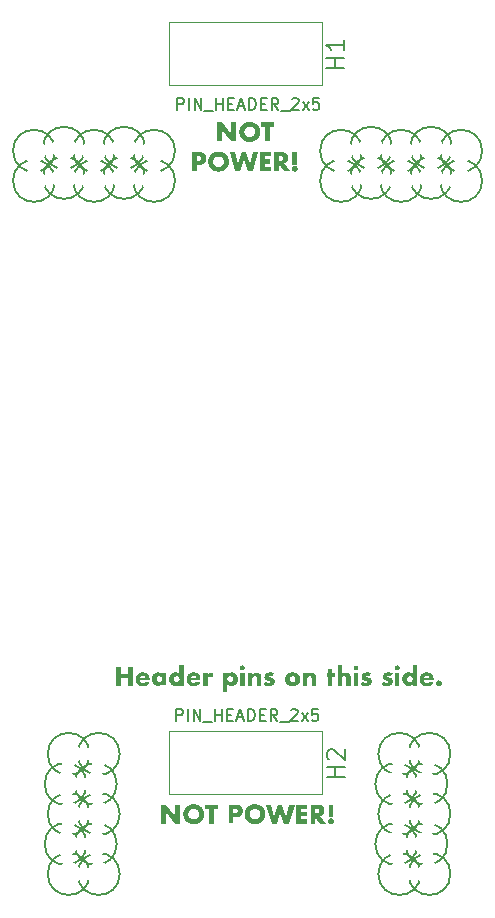
<source format=gto>
%TF.GenerationSoftware,KiCad,Pcbnew,7.0.8*%
%TF.CreationDate,2024-02-25T17:47:53-05:00*%
%TF.ProjectId,lichen-bifocals-submodule-power-board,6c696368-656e-42d6-9269-666f63616c73,rev?*%
%TF.SameCoordinates,Original*%
%TF.FileFunction,Legend,Top*%
%TF.FilePolarity,Positive*%
%FSLAX46Y46*%
G04 Gerber Fmt 4.6, Leading zero omitted, Abs format (unit mm)*
G04 Created by KiCad (PCBNEW 7.0.8) date 2024-02-25 17:47:53*
%MOMM*%
%LPD*%
G01*
G04 APERTURE LIST*
%ADD10C,0.300000*%
%ADD11C,0.150000*%
%ADD12C,0.203200*%
%ADD13C,0.120000*%
%ADD14C,2.032000*%
%ADD15O,1.700000X1.700000*%
G04 APERTURE END LIST*
D10*
G36*
X117735053Y-120865000D02*
G01*
X117735053Y-119270582D01*
X118136222Y-119270582D01*
X118907418Y-120245478D01*
X118907418Y-119270582D01*
X119308587Y-119270582D01*
X119308587Y-120865000D01*
X118907418Y-120865000D01*
X118136222Y-119890104D01*
X118136222Y-120865000D01*
X117735053Y-120865000D01*
G37*
G36*
X120498238Y-119223941D02*
G01*
X120521883Y-119224701D01*
X120545293Y-119225967D01*
X120568468Y-119227740D01*
X120591409Y-119230020D01*
X120614115Y-119232807D01*
X120636586Y-119236100D01*
X120658823Y-119239899D01*
X120680825Y-119244205D01*
X120702592Y-119249018D01*
X120724124Y-119254338D01*
X120745422Y-119260164D01*
X120766485Y-119266496D01*
X120787314Y-119273336D01*
X120807907Y-119280682D01*
X120828266Y-119288534D01*
X120848376Y-119296790D01*
X120868131Y-119305438D01*
X120887531Y-119314479D01*
X120906577Y-119323911D01*
X120925267Y-119333736D01*
X120943602Y-119343952D01*
X120961583Y-119354561D01*
X120979208Y-119365562D01*
X120996479Y-119376955D01*
X121013395Y-119388740D01*
X121029955Y-119400918D01*
X121046161Y-119413487D01*
X121062012Y-119426449D01*
X121077508Y-119439802D01*
X121092650Y-119453548D01*
X121107436Y-119467686D01*
X121121843Y-119482129D01*
X121135846Y-119496881D01*
X121149446Y-119511942D01*
X121162642Y-119527312D01*
X121175435Y-119542991D01*
X121187824Y-119558980D01*
X121199810Y-119575277D01*
X121211392Y-119591884D01*
X121222570Y-119608799D01*
X121233345Y-119626024D01*
X121243716Y-119643558D01*
X121253684Y-119661401D01*
X121263248Y-119679553D01*
X121272408Y-119698015D01*
X121281165Y-119716785D01*
X121289519Y-119735865D01*
X121297416Y-119755193D01*
X121304803Y-119774711D01*
X121311681Y-119794417D01*
X121318049Y-119814313D01*
X121323908Y-119834397D01*
X121329258Y-119854670D01*
X121334098Y-119875132D01*
X121338428Y-119895783D01*
X121342250Y-119916623D01*
X121345561Y-119937651D01*
X121348363Y-119958869D01*
X121350656Y-119980276D01*
X121352439Y-120001871D01*
X121353713Y-120023655D01*
X121354477Y-120045629D01*
X121354732Y-120067791D01*
X121354477Y-120089997D01*
X121353713Y-120112012D01*
X121352439Y-120133835D01*
X121350656Y-120155466D01*
X121348363Y-120176906D01*
X121345561Y-120198154D01*
X121342250Y-120219209D01*
X121338428Y-120240074D01*
X121334098Y-120260746D01*
X121329258Y-120281227D01*
X121323908Y-120301516D01*
X121318049Y-120321613D01*
X121311681Y-120341518D01*
X121304803Y-120361231D01*
X121297416Y-120380753D01*
X121289519Y-120400083D01*
X121281165Y-120419120D01*
X121272408Y-120437853D01*
X121263248Y-120456283D01*
X121253684Y-120474409D01*
X121243716Y-120492232D01*
X121233345Y-120509752D01*
X121222570Y-120526968D01*
X121211392Y-120543881D01*
X121199810Y-120560491D01*
X121187824Y-120576797D01*
X121175435Y-120592799D01*
X121162642Y-120608499D01*
X121149446Y-120623895D01*
X121135846Y-120638987D01*
X121121843Y-120653776D01*
X121107436Y-120668262D01*
X121092650Y-120682357D01*
X121077508Y-120696066D01*
X121062012Y-120709388D01*
X121046161Y-120722324D01*
X121029955Y-120734873D01*
X121013395Y-120747036D01*
X120996479Y-120758813D01*
X120979208Y-120770203D01*
X120961583Y-120781207D01*
X120943602Y-120791824D01*
X120925267Y-120802055D01*
X120906577Y-120811900D01*
X120887531Y-120821358D01*
X120868131Y-120830430D01*
X120848376Y-120839115D01*
X120828266Y-120847414D01*
X120807907Y-120855222D01*
X120787314Y-120862527D01*
X120766485Y-120869327D01*
X120745422Y-120875624D01*
X120724124Y-120881417D01*
X120702592Y-120886707D01*
X120680825Y-120891492D01*
X120658823Y-120895774D01*
X120636586Y-120899552D01*
X120614115Y-120902827D01*
X120591409Y-120905597D01*
X120568468Y-120907864D01*
X120545293Y-120909627D01*
X120521883Y-120910887D01*
X120498238Y-120911642D01*
X120474358Y-120911894D01*
X120450260Y-120911642D01*
X120426416Y-120910887D01*
X120402827Y-120909627D01*
X120379493Y-120907864D01*
X120356413Y-120905597D01*
X120333589Y-120902827D01*
X120311019Y-120899552D01*
X120288703Y-120895774D01*
X120266643Y-120891492D01*
X120244837Y-120886707D01*
X120223286Y-120881417D01*
X120201989Y-120875624D01*
X120180948Y-120869327D01*
X120160161Y-120862527D01*
X120139629Y-120855222D01*
X120119351Y-120847414D01*
X120099422Y-120839115D01*
X120079841Y-120830430D01*
X120060610Y-120821358D01*
X120041728Y-120811900D01*
X120023195Y-120802055D01*
X120005011Y-120791824D01*
X119987177Y-120781207D01*
X119969692Y-120770203D01*
X119952555Y-120758813D01*
X119935769Y-120747036D01*
X119919331Y-120734873D01*
X119903242Y-120722324D01*
X119887503Y-120709388D01*
X119872113Y-120696066D01*
X119857072Y-120682357D01*
X119842380Y-120668262D01*
X119828106Y-120653776D01*
X119814227Y-120638987D01*
X119800743Y-120623895D01*
X119787654Y-120608499D01*
X119774960Y-120592799D01*
X119762661Y-120576797D01*
X119750757Y-120560491D01*
X119739248Y-120543881D01*
X119728134Y-120526968D01*
X119717415Y-120509752D01*
X119707091Y-120492232D01*
X119697162Y-120474409D01*
X119687628Y-120456283D01*
X119678489Y-120437853D01*
X119669745Y-120419120D01*
X119661396Y-120400083D01*
X119653499Y-120380753D01*
X119646112Y-120361231D01*
X119639234Y-120341518D01*
X119632865Y-120321613D01*
X119627006Y-120301516D01*
X119621657Y-120281227D01*
X119616817Y-120260746D01*
X119612486Y-120240074D01*
X119608665Y-120219209D01*
X119605354Y-120198154D01*
X119602552Y-120176906D01*
X119600259Y-120155466D01*
X119598476Y-120133835D01*
X119597202Y-120112012D01*
X119596438Y-120089997D01*
X119596187Y-120068157D01*
X120018235Y-120068157D01*
X120018557Y-120086092D01*
X120019523Y-120103762D01*
X120021133Y-120121168D01*
X120023387Y-120138310D01*
X120026285Y-120155188D01*
X120029827Y-120171803D01*
X120034013Y-120188153D01*
X120038843Y-120204239D01*
X120044317Y-120220061D01*
X120050435Y-120235619D01*
X120054871Y-120245844D01*
X120061966Y-120260907D01*
X120069512Y-120275597D01*
X120077508Y-120289913D01*
X120085955Y-120303855D01*
X120094853Y-120317424D01*
X120104202Y-120330620D01*
X120114001Y-120343442D01*
X120124251Y-120355891D01*
X120134953Y-120367966D01*
X120146105Y-120379667D01*
X120153790Y-120387260D01*
X120165648Y-120398226D01*
X120177867Y-120408727D01*
X120190446Y-120418765D01*
X120203386Y-120428339D01*
X120216687Y-120437450D01*
X120230348Y-120446096D01*
X120244370Y-120454279D01*
X120258753Y-120461999D01*
X120273496Y-120469255D01*
X120288600Y-120476047D01*
X120298870Y-120480317D01*
X120314544Y-120486210D01*
X120330379Y-120491523D01*
X120346374Y-120496256D01*
X120362531Y-120500410D01*
X120378849Y-120503984D01*
X120395328Y-120506979D01*
X120411968Y-120509394D01*
X120428769Y-120511229D01*
X120445731Y-120512485D01*
X120462854Y-120513161D01*
X120474358Y-120513290D01*
X120491651Y-120513000D01*
X120508769Y-120512131D01*
X120525714Y-120510682D01*
X120542485Y-120508653D01*
X120559082Y-120506045D01*
X120575505Y-120502857D01*
X120591754Y-120499090D01*
X120607829Y-120494743D01*
X120623731Y-120489816D01*
X120639458Y-120484310D01*
X120649847Y-120480317D01*
X120665201Y-120473834D01*
X120680214Y-120466887D01*
X120694885Y-120459477D01*
X120709215Y-120451603D01*
X120723204Y-120443266D01*
X120736851Y-120434464D01*
X120750157Y-120425199D01*
X120763122Y-120415471D01*
X120775746Y-120405278D01*
X120788028Y-120394622D01*
X120796026Y-120387260D01*
X120807675Y-120375808D01*
X120818854Y-120363982D01*
X120829562Y-120351783D01*
X120839801Y-120339210D01*
X120849569Y-120326263D01*
X120858868Y-120312943D01*
X120867696Y-120299249D01*
X120876054Y-120285182D01*
X120883942Y-120270742D01*
X120891360Y-120255927D01*
X120896044Y-120245844D01*
X120902591Y-120230462D01*
X120908494Y-120214816D01*
X120913754Y-120198906D01*
X120918369Y-120182732D01*
X120922340Y-120166294D01*
X120925668Y-120149592D01*
X120928351Y-120132626D01*
X120930390Y-120115395D01*
X120931786Y-120097901D01*
X120932537Y-120080143D01*
X120932680Y-120068157D01*
X120932358Y-120050157D01*
X120931392Y-120032428D01*
X120929782Y-120014969D01*
X120927528Y-119997781D01*
X120924630Y-119980863D01*
X120921088Y-119964216D01*
X120916902Y-119947839D01*
X120912072Y-119931732D01*
X120906598Y-119915896D01*
X120900480Y-119900331D01*
X120896044Y-119890104D01*
X120888939Y-119875044D01*
X120881365Y-119860364D01*
X120873320Y-119846064D01*
X120864805Y-119832144D01*
X120855820Y-119818604D01*
X120846365Y-119805444D01*
X120836440Y-119792664D01*
X120826045Y-119780264D01*
X120815180Y-119768243D01*
X120803844Y-119756603D01*
X120796026Y-119749054D01*
X120783972Y-119738023D01*
X120771576Y-119727463D01*
X120758838Y-119717372D01*
X120745760Y-119707752D01*
X120732340Y-119698602D01*
X120718579Y-119689922D01*
X120704476Y-119681712D01*
X120690032Y-119673972D01*
X120675247Y-119666702D01*
X120660121Y-119659903D01*
X120649847Y-119655631D01*
X120634235Y-119649673D01*
X120618450Y-119644301D01*
X120602490Y-119639515D01*
X120586357Y-119635315D01*
X120570050Y-119631701D01*
X120553569Y-119628673D01*
X120536914Y-119626231D01*
X120520085Y-119624376D01*
X120503083Y-119623106D01*
X120485906Y-119622422D01*
X120474358Y-119622292D01*
X120457128Y-119622585D01*
X120440059Y-119623464D01*
X120423151Y-119624929D01*
X120406403Y-119626980D01*
X120389817Y-119629617D01*
X120373392Y-119632841D01*
X120357128Y-119636650D01*
X120341025Y-119641045D01*
X120325082Y-119646027D01*
X120309301Y-119651594D01*
X120298870Y-119655631D01*
X120283525Y-119662117D01*
X120268542Y-119669073D01*
X120253919Y-119676500D01*
X120239656Y-119684396D01*
X120225754Y-119692763D01*
X120212213Y-119701600D01*
X120199033Y-119710907D01*
X120186213Y-119720684D01*
X120173754Y-119730931D01*
X120161655Y-119741648D01*
X120153790Y-119749054D01*
X120142337Y-119760441D01*
X120131335Y-119772208D01*
X120120785Y-119784355D01*
X120110685Y-119796882D01*
X120101035Y-119809788D01*
X120091837Y-119823075D01*
X120083089Y-119836742D01*
X120074792Y-119850789D01*
X120066946Y-119865215D01*
X120059551Y-119880022D01*
X120054871Y-119890104D01*
X120048324Y-119905489D01*
X120042421Y-119921145D01*
X120037161Y-119937071D01*
X120032546Y-119953268D01*
X120028575Y-119969735D01*
X120025247Y-119986472D01*
X120022564Y-120003480D01*
X120020525Y-120020759D01*
X120019129Y-120038308D01*
X120018378Y-120056127D01*
X120018235Y-120068157D01*
X119596187Y-120068157D01*
X119596183Y-120067791D01*
X119596438Y-120045629D01*
X119597202Y-120023655D01*
X119598476Y-120001871D01*
X119600259Y-119980276D01*
X119602552Y-119958869D01*
X119605354Y-119937651D01*
X119608665Y-119916623D01*
X119612486Y-119895783D01*
X119616817Y-119875132D01*
X119621657Y-119854670D01*
X119627006Y-119834397D01*
X119632865Y-119814313D01*
X119639234Y-119794417D01*
X119646112Y-119774711D01*
X119653499Y-119755193D01*
X119661396Y-119735865D01*
X119669745Y-119716785D01*
X119678489Y-119698015D01*
X119687628Y-119679553D01*
X119697162Y-119661401D01*
X119707091Y-119643558D01*
X119717415Y-119626024D01*
X119728134Y-119608799D01*
X119739248Y-119591884D01*
X119750757Y-119575277D01*
X119762661Y-119558980D01*
X119774960Y-119542991D01*
X119787654Y-119527312D01*
X119800743Y-119511942D01*
X119814227Y-119496881D01*
X119828106Y-119482129D01*
X119842380Y-119467686D01*
X119857072Y-119453548D01*
X119872113Y-119439802D01*
X119887503Y-119426449D01*
X119903242Y-119413487D01*
X119919331Y-119400918D01*
X119935769Y-119388740D01*
X119952555Y-119376955D01*
X119969692Y-119365562D01*
X119987177Y-119354561D01*
X120005011Y-119343952D01*
X120023195Y-119333736D01*
X120041728Y-119323911D01*
X120060610Y-119314479D01*
X120079841Y-119305438D01*
X120099422Y-119296790D01*
X120119351Y-119288534D01*
X120139629Y-119280682D01*
X120160161Y-119273336D01*
X120180948Y-119266496D01*
X120201989Y-119260164D01*
X120223286Y-119254338D01*
X120244837Y-119249018D01*
X120266643Y-119244205D01*
X120288703Y-119239899D01*
X120311019Y-119236100D01*
X120333589Y-119232807D01*
X120356413Y-119230020D01*
X120379493Y-119227740D01*
X120402827Y-119225967D01*
X120426416Y-119224701D01*
X120450260Y-119223941D01*
X120474358Y-119223688D01*
X120498238Y-119223941D01*
G37*
G36*
X122201766Y-119622292D02*
G01*
X122201766Y-120865000D01*
X121800597Y-120865000D01*
X121800597Y-119622292D01*
X121451452Y-119622292D01*
X121451452Y-119270582D01*
X122530028Y-119270582D01*
X122530028Y-119622292D01*
X122201766Y-119622292D01*
G37*
G36*
X116271352Y-121784856D02*
G01*
X116287522Y-121785264D01*
X116303449Y-121785944D01*
X116319135Y-121786896D01*
X116334579Y-121788119D01*
X116349781Y-121789615D01*
X116364741Y-121791382D01*
X116379459Y-121793422D01*
X116393935Y-121795733D01*
X116422163Y-121801171D01*
X116449422Y-121807697D01*
X116475715Y-121815310D01*
X116501040Y-121824012D01*
X116525397Y-121833800D01*
X116548787Y-121844677D01*
X116571210Y-121856641D01*
X116592665Y-121869693D01*
X116613153Y-121883832D01*
X116632673Y-121899059D01*
X116651226Y-121915374D01*
X116660140Y-121923939D01*
X116677176Y-121941740D01*
X116693113Y-121960432D01*
X116707950Y-121980014D01*
X116721689Y-122000486D01*
X116734329Y-122021848D01*
X116745869Y-122044101D01*
X116756310Y-122067243D01*
X116765653Y-122091276D01*
X116773896Y-122116198D01*
X116781040Y-122142011D01*
X116787085Y-122168714D01*
X116792031Y-122196308D01*
X116795878Y-122224791D01*
X116798625Y-122254165D01*
X116799587Y-122269185D01*
X116800274Y-122284428D01*
X116800686Y-122299894D01*
X116800824Y-122315582D01*
X116800685Y-122331248D01*
X116800268Y-122346692D01*
X116799574Y-122361914D01*
X116798603Y-122376914D01*
X116797353Y-122391692D01*
X116794022Y-122420583D01*
X116789579Y-122448587D01*
X116784027Y-122475704D01*
X116777363Y-122501934D01*
X116769590Y-122527276D01*
X116760705Y-122551730D01*
X116750710Y-122575298D01*
X116739605Y-122597978D01*
X116727389Y-122619771D01*
X116714063Y-122640677D01*
X116699626Y-122660695D01*
X116684078Y-122679826D01*
X116667420Y-122698070D01*
X116658674Y-122706859D01*
X116640463Y-122723673D01*
X116621277Y-122739403D01*
X116601114Y-122754047D01*
X116579975Y-122767607D01*
X116557860Y-122780082D01*
X116534769Y-122791472D01*
X116510702Y-122801778D01*
X116485659Y-122810998D01*
X116459640Y-122819134D01*
X116432645Y-122826185D01*
X116404674Y-122832152D01*
X116375727Y-122837033D01*
X116360887Y-122839067D01*
X116345804Y-122840830D01*
X116330476Y-122842321D01*
X116314904Y-122843542D01*
X116299089Y-122844491D01*
X116283029Y-122845169D01*
X116266726Y-122845576D01*
X116250178Y-122845711D01*
X116006180Y-122845711D01*
X116006180Y-123373276D01*
X115605011Y-123373276D01*
X115605011Y-122118845D01*
X116006180Y-122118845D01*
X116006180Y-122511587D01*
X116146131Y-122511587D01*
X116174302Y-122510820D01*
X116200656Y-122508519D01*
X116225192Y-122504683D01*
X116247911Y-122499314D01*
X116268813Y-122492410D01*
X116287897Y-122483972D01*
X116305163Y-122474000D01*
X116320612Y-122462494D01*
X116334243Y-122449454D01*
X116346057Y-122434880D01*
X116356053Y-122418771D01*
X116364232Y-122401128D01*
X116370593Y-122381951D01*
X116375137Y-122361240D01*
X116377863Y-122338995D01*
X116378772Y-122315216D01*
X116377863Y-122291436D01*
X116375137Y-122269191D01*
X116370593Y-122248480D01*
X116364232Y-122229303D01*
X116356053Y-122211661D01*
X116346057Y-122195552D01*
X116334243Y-122180978D01*
X116320612Y-122167937D01*
X116305163Y-122156431D01*
X116287897Y-122146459D01*
X116268813Y-122138021D01*
X116247911Y-122131118D01*
X116225192Y-122125748D01*
X116200656Y-122121913D01*
X116174302Y-122119612D01*
X116146131Y-122118845D01*
X116006180Y-122118845D01*
X115605011Y-122118845D01*
X115605011Y-121784720D01*
X116254941Y-121784720D01*
X116271352Y-121784856D01*
G37*
G36*
X117859682Y-121743941D02*
G01*
X117883327Y-121744701D01*
X117906737Y-121745967D01*
X117929913Y-121747740D01*
X117952853Y-121750020D01*
X117975559Y-121752807D01*
X117998031Y-121756100D01*
X118020267Y-121759899D01*
X118042269Y-121764205D01*
X118064036Y-121769018D01*
X118085569Y-121774338D01*
X118106867Y-121780164D01*
X118127930Y-121786496D01*
X118148758Y-121793336D01*
X118169352Y-121800682D01*
X118189711Y-121808534D01*
X118209821Y-121816790D01*
X118229576Y-121825438D01*
X118248976Y-121834479D01*
X118268021Y-121843911D01*
X118286711Y-121853736D01*
X118305047Y-121863952D01*
X118323027Y-121874561D01*
X118340653Y-121885562D01*
X118357923Y-121896955D01*
X118374839Y-121908740D01*
X118391400Y-121920918D01*
X118407606Y-121933487D01*
X118423457Y-121946449D01*
X118438953Y-121959802D01*
X118454094Y-121973548D01*
X118468880Y-121987686D01*
X118483287Y-122002129D01*
X118497291Y-122016881D01*
X118510890Y-122031942D01*
X118524087Y-122047312D01*
X118536879Y-122062991D01*
X118549269Y-122078980D01*
X118561254Y-122095277D01*
X118572836Y-122111884D01*
X118584014Y-122128799D01*
X118594789Y-122146024D01*
X118605161Y-122163558D01*
X118615128Y-122181401D01*
X118624692Y-122199553D01*
X118633853Y-122218015D01*
X118642610Y-122236785D01*
X118650963Y-122255865D01*
X118658860Y-122275193D01*
X118666247Y-122294711D01*
X118673125Y-122314417D01*
X118679494Y-122334313D01*
X118685353Y-122354397D01*
X118690702Y-122374670D01*
X118695542Y-122395132D01*
X118699873Y-122415783D01*
X118703694Y-122436623D01*
X118707006Y-122457651D01*
X118709808Y-122478869D01*
X118712100Y-122500276D01*
X118713883Y-122521871D01*
X118715157Y-122543655D01*
X118715921Y-122565629D01*
X118716176Y-122587791D01*
X118715921Y-122609997D01*
X118715157Y-122632012D01*
X118713883Y-122653835D01*
X118712100Y-122675466D01*
X118709808Y-122696906D01*
X118707006Y-122718154D01*
X118703694Y-122739209D01*
X118699873Y-122760074D01*
X118695542Y-122780746D01*
X118690702Y-122801227D01*
X118685353Y-122821516D01*
X118679494Y-122841613D01*
X118673125Y-122861518D01*
X118666247Y-122881231D01*
X118658860Y-122900753D01*
X118650963Y-122920083D01*
X118642610Y-122939120D01*
X118633853Y-122957853D01*
X118624692Y-122976283D01*
X118615128Y-122994409D01*
X118605161Y-123012232D01*
X118594789Y-123029752D01*
X118584014Y-123046968D01*
X118572836Y-123063881D01*
X118561254Y-123080491D01*
X118549269Y-123096797D01*
X118536879Y-123112799D01*
X118524087Y-123128499D01*
X118510890Y-123143895D01*
X118497291Y-123158987D01*
X118483287Y-123173776D01*
X118468880Y-123188262D01*
X118454094Y-123202357D01*
X118438953Y-123216066D01*
X118423457Y-123229388D01*
X118407606Y-123242324D01*
X118391400Y-123254873D01*
X118374839Y-123267036D01*
X118357923Y-123278813D01*
X118340653Y-123290203D01*
X118323027Y-123301207D01*
X118305047Y-123311824D01*
X118286711Y-123322055D01*
X118268021Y-123331900D01*
X118248976Y-123341358D01*
X118229576Y-123350430D01*
X118209821Y-123359115D01*
X118189711Y-123367414D01*
X118169352Y-123375222D01*
X118148758Y-123382527D01*
X118127930Y-123389327D01*
X118106867Y-123395624D01*
X118085569Y-123401417D01*
X118064036Y-123406707D01*
X118042269Y-123411492D01*
X118020267Y-123415774D01*
X117998031Y-123419552D01*
X117975559Y-123422827D01*
X117952853Y-123425597D01*
X117929913Y-123427864D01*
X117906737Y-123429627D01*
X117883327Y-123430887D01*
X117859682Y-123431642D01*
X117835803Y-123431894D01*
X117811704Y-123431642D01*
X117787861Y-123430887D01*
X117764272Y-123429627D01*
X117740937Y-123427864D01*
X117717858Y-123425597D01*
X117695033Y-123422827D01*
X117672463Y-123419552D01*
X117650148Y-123415774D01*
X117628087Y-123411492D01*
X117606281Y-123406707D01*
X117584730Y-123401417D01*
X117563434Y-123395624D01*
X117542392Y-123389327D01*
X117521605Y-123382527D01*
X117501073Y-123375222D01*
X117480796Y-123367414D01*
X117460866Y-123359115D01*
X117441286Y-123350430D01*
X117422054Y-123341358D01*
X117403172Y-123331900D01*
X117384639Y-123322055D01*
X117366456Y-123311824D01*
X117348621Y-123301207D01*
X117331136Y-123290203D01*
X117314000Y-123278813D01*
X117297213Y-123267036D01*
X117280775Y-123254873D01*
X117264687Y-123242324D01*
X117248947Y-123229388D01*
X117233557Y-123216066D01*
X117218516Y-123202357D01*
X117203824Y-123188262D01*
X117189550Y-123173776D01*
X117175672Y-123158987D01*
X117162188Y-123143895D01*
X117149099Y-123128499D01*
X117136405Y-123112799D01*
X117124106Y-123096797D01*
X117112202Y-123080491D01*
X117100693Y-123063881D01*
X117089579Y-123046968D01*
X117078860Y-123029752D01*
X117068536Y-123012232D01*
X117058607Y-122994409D01*
X117049073Y-122976283D01*
X117039934Y-122957853D01*
X117031190Y-122939120D01*
X117022840Y-122920083D01*
X117014944Y-122900753D01*
X117007556Y-122881231D01*
X117000678Y-122861518D01*
X116994310Y-122841613D01*
X116988451Y-122821516D01*
X116983101Y-122801227D01*
X116978261Y-122780746D01*
X116973931Y-122760074D01*
X116970110Y-122739209D01*
X116966798Y-122718154D01*
X116963996Y-122696906D01*
X116961703Y-122675466D01*
X116959920Y-122653835D01*
X116958647Y-122632012D01*
X116957882Y-122609997D01*
X116957632Y-122588157D01*
X117379679Y-122588157D01*
X117380001Y-122606092D01*
X117380967Y-122623762D01*
X117382577Y-122641168D01*
X117384831Y-122658310D01*
X117387729Y-122675188D01*
X117391271Y-122691803D01*
X117395457Y-122708153D01*
X117400287Y-122724239D01*
X117405761Y-122740061D01*
X117411879Y-122755619D01*
X117416316Y-122765844D01*
X117423410Y-122780907D01*
X117430956Y-122795597D01*
X117438952Y-122809913D01*
X117447399Y-122823855D01*
X117456297Y-122837424D01*
X117465646Y-122850620D01*
X117475446Y-122863442D01*
X117485696Y-122875891D01*
X117496397Y-122887966D01*
X117507549Y-122899667D01*
X117515234Y-122907260D01*
X117527092Y-122918226D01*
X117539311Y-122928727D01*
X117551890Y-122938765D01*
X117564831Y-122948339D01*
X117578131Y-122957450D01*
X117591793Y-122966096D01*
X117605815Y-122974279D01*
X117620197Y-122981999D01*
X117634941Y-122989255D01*
X117650045Y-122996047D01*
X117660314Y-123000317D01*
X117675988Y-123006210D01*
X117691823Y-123011523D01*
X117707819Y-123016256D01*
X117723976Y-123020410D01*
X117740294Y-123023984D01*
X117756773Y-123026979D01*
X117773412Y-123029394D01*
X117790213Y-123031229D01*
X117807175Y-123032485D01*
X117824298Y-123033161D01*
X117835803Y-123033290D01*
X117853095Y-123033000D01*
X117870214Y-123032131D01*
X117887158Y-123030682D01*
X117903929Y-123028653D01*
X117920526Y-123026045D01*
X117936949Y-123022857D01*
X117953199Y-123019090D01*
X117969274Y-123014743D01*
X117985175Y-123009816D01*
X118000903Y-123004310D01*
X118011291Y-123000317D01*
X118026645Y-122993834D01*
X118041658Y-122986887D01*
X118056329Y-122979477D01*
X118070659Y-122971603D01*
X118084648Y-122963266D01*
X118098296Y-122954464D01*
X118111602Y-122945199D01*
X118124566Y-122935471D01*
X118137190Y-122925278D01*
X118149472Y-122914622D01*
X118157471Y-122907260D01*
X118169119Y-122895808D01*
X118180298Y-122883982D01*
X118191007Y-122871783D01*
X118201245Y-122859210D01*
X118211014Y-122846263D01*
X118220312Y-122832943D01*
X118229140Y-122819249D01*
X118237498Y-122805182D01*
X118245386Y-122790742D01*
X118252804Y-122775927D01*
X118257488Y-122765844D01*
X118264035Y-122750462D01*
X118269939Y-122734816D01*
X118275198Y-122718906D01*
X118279813Y-122702732D01*
X118283785Y-122686294D01*
X118287112Y-122669592D01*
X118289795Y-122652626D01*
X118291835Y-122635395D01*
X118293230Y-122617901D01*
X118293981Y-122600143D01*
X118294124Y-122588157D01*
X118293802Y-122570157D01*
X118292836Y-122552428D01*
X118291226Y-122534969D01*
X118288972Y-122517781D01*
X118286074Y-122500863D01*
X118282532Y-122484216D01*
X118278346Y-122467839D01*
X118273516Y-122451732D01*
X118268042Y-122435896D01*
X118261924Y-122420331D01*
X118257488Y-122410104D01*
X118250384Y-122395044D01*
X118242809Y-122380364D01*
X118234764Y-122366064D01*
X118226250Y-122352144D01*
X118217265Y-122338604D01*
X118207810Y-122325444D01*
X118197885Y-122312664D01*
X118187490Y-122300264D01*
X118176624Y-122288243D01*
X118165289Y-122276603D01*
X118157471Y-122269054D01*
X118145416Y-122258023D01*
X118133020Y-122247463D01*
X118120283Y-122237372D01*
X118107204Y-122227752D01*
X118093784Y-122218602D01*
X118080023Y-122209922D01*
X118065921Y-122201712D01*
X118051477Y-122193972D01*
X118036692Y-122186702D01*
X118021565Y-122179903D01*
X118011291Y-122175631D01*
X117995680Y-122169673D01*
X117979894Y-122164301D01*
X117963935Y-122159515D01*
X117947801Y-122155315D01*
X117931494Y-122151701D01*
X117915013Y-122148673D01*
X117898358Y-122146231D01*
X117881530Y-122144376D01*
X117864527Y-122143106D01*
X117847350Y-122142422D01*
X117835803Y-122142292D01*
X117818573Y-122142585D01*
X117801503Y-122143464D01*
X117784595Y-122144929D01*
X117767848Y-122146980D01*
X117751262Y-122149617D01*
X117734836Y-122152841D01*
X117718572Y-122156650D01*
X117702469Y-122161045D01*
X117686527Y-122166027D01*
X117670746Y-122171594D01*
X117660314Y-122175631D01*
X117644970Y-122182117D01*
X117629986Y-122189073D01*
X117615363Y-122196500D01*
X117601101Y-122204396D01*
X117587199Y-122212763D01*
X117573658Y-122221600D01*
X117560477Y-122230907D01*
X117547657Y-122240684D01*
X117535198Y-122250931D01*
X117523099Y-122261648D01*
X117515234Y-122269054D01*
X117503782Y-122280441D01*
X117492780Y-122292208D01*
X117482229Y-122304355D01*
X117472129Y-122316882D01*
X117462480Y-122329788D01*
X117453281Y-122343075D01*
X117444534Y-122356742D01*
X117436237Y-122370789D01*
X117428391Y-122385215D01*
X117420995Y-122400022D01*
X117416316Y-122410104D01*
X117409768Y-122425489D01*
X117403865Y-122441145D01*
X117398606Y-122457071D01*
X117393990Y-122473268D01*
X117390019Y-122489735D01*
X117386692Y-122506472D01*
X117384008Y-122523480D01*
X117381969Y-122540759D01*
X117380574Y-122558308D01*
X117379822Y-122576127D01*
X117379679Y-122588157D01*
X116957632Y-122588157D01*
X116957628Y-122587791D01*
X116957882Y-122565629D01*
X116958647Y-122543655D01*
X116959920Y-122521871D01*
X116961703Y-122500276D01*
X116963996Y-122478869D01*
X116966798Y-122457651D01*
X116970110Y-122436623D01*
X116973931Y-122415783D01*
X116978261Y-122395132D01*
X116983101Y-122374670D01*
X116988451Y-122354397D01*
X116994310Y-122334313D01*
X117000678Y-122314417D01*
X117007556Y-122294711D01*
X117014944Y-122275193D01*
X117022840Y-122255865D01*
X117031190Y-122236785D01*
X117039934Y-122218015D01*
X117049073Y-122199553D01*
X117058607Y-122181401D01*
X117068536Y-122163558D01*
X117078860Y-122146024D01*
X117089579Y-122128799D01*
X117100693Y-122111884D01*
X117112202Y-122095277D01*
X117124106Y-122078980D01*
X117136405Y-122062991D01*
X117149099Y-122047312D01*
X117162188Y-122031942D01*
X117175672Y-122016881D01*
X117189550Y-122002129D01*
X117203824Y-121987686D01*
X117218516Y-121973548D01*
X117233557Y-121959802D01*
X117248947Y-121946449D01*
X117264687Y-121933487D01*
X117280775Y-121920918D01*
X117297213Y-121908740D01*
X117314000Y-121896955D01*
X117331136Y-121885562D01*
X117348621Y-121874561D01*
X117366456Y-121863952D01*
X117384639Y-121853736D01*
X117403172Y-121843911D01*
X117422054Y-121834479D01*
X117441286Y-121825438D01*
X117460866Y-121816790D01*
X117480796Y-121808534D01*
X117501073Y-121800682D01*
X117521605Y-121793336D01*
X117542392Y-121786496D01*
X117563434Y-121780164D01*
X117584730Y-121774338D01*
X117606281Y-121769018D01*
X117628087Y-121764205D01*
X117650148Y-121759899D01*
X117672463Y-121756100D01*
X117695033Y-121752807D01*
X117717858Y-121750020D01*
X117740937Y-121747740D01*
X117764272Y-121745967D01*
X117787861Y-121744701D01*
X117811704Y-121743941D01*
X117835803Y-121743688D01*
X117859682Y-121743941D01*
G37*
G36*
X119211134Y-121790582D02*
G01*
X119484076Y-122820432D01*
X119820032Y-121790582D01*
X120147928Y-121790582D01*
X120483884Y-122820432D01*
X120756825Y-121790582D01*
X121187303Y-121790582D01*
X120714693Y-123385000D01*
X120294840Y-123385000D01*
X119983796Y-122461029D01*
X119673120Y-123385000D01*
X119253266Y-123385000D01*
X118780656Y-121790582D01*
X119211134Y-121790582D01*
G37*
G36*
X122253789Y-122142292D02*
G01*
X121752237Y-122142292D01*
X121752237Y-122400212D01*
X122230342Y-122400212D01*
X122230342Y-122751922D01*
X121752237Y-122751922D01*
X121752237Y-123033290D01*
X122253789Y-123033290D01*
X122253789Y-123385000D01*
X121351068Y-123385000D01*
X121351068Y-121790582D01*
X122253789Y-121790582D01*
X122253789Y-122142292D01*
G37*
G36*
X123208951Y-121784876D02*
G01*
X123225222Y-121785344D01*
X123241226Y-121786124D01*
X123256964Y-121787216D01*
X123272435Y-121788620D01*
X123287641Y-121790336D01*
X123302580Y-121792364D01*
X123317253Y-121794704D01*
X123338764Y-121798799D01*
X123359676Y-121803595D01*
X123379989Y-121809094D01*
X123399703Y-121815295D01*
X123418817Y-121822197D01*
X123425056Y-121824654D01*
X123443432Y-121832396D01*
X123461189Y-121840647D01*
X123478328Y-121849406D01*
X123494848Y-121858674D01*
X123510751Y-121868451D01*
X123526035Y-121878737D01*
X123540701Y-121889532D01*
X123554749Y-121900835D01*
X123568179Y-121912647D01*
X123580990Y-121924968D01*
X123589187Y-121933464D01*
X123601063Y-121946569D01*
X123612371Y-121960053D01*
X123623113Y-121973917D01*
X123633288Y-121988161D01*
X123642897Y-122002785D01*
X123651939Y-122017790D01*
X123660414Y-122033174D01*
X123668322Y-122048938D01*
X123675664Y-122065082D01*
X123682438Y-122081606D01*
X123686640Y-122092833D01*
X123692467Y-122109847D01*
X123697721Y-122127094D01*
X123702402Y-122144572D01*
X123706510Y-122162282D01*
X123710044Y-122180223D01*
X123713005Y-122198397D01*
X123715394Y-122216803D01*
X123717209Y-122235440D01*
X123718451Y-122254309D01*
X123719119Y-122273410D01*
X123719247Y-122286273D01*
X123718906Y-122309126D01*
X123717884Y-122331433D01*
X123716181Y-122353193D01*
X123713797Y-122374407D01*
X123710731Y-122395073D01*
X123706985Y-122415193D01*
X123702557Y-122434767D01*
X123697448Y-122453793D01*
X123691658Y-122472273D01*
X123685186Y-122490206D01*
X123678033Y-122507593D01*
X123670200Y-122524433D01*
X123661684Y-122540726D01*
X123652488Y-122556472D01*
X123642611Y-122571672D01*
X123632052Y-122586325D01*
X123620872Y-122600415D01*
X123609040Y-122613923D01*
X123596555Y-122626850D01*
X123583417Y-122639196D01*
X123569627Y-122650961D01*
X123555184Y-122662146D01*
X123540089Y-122672749D01*
X123524341Y-122682771D01*
X123507940Y-122692212D01*
X123490887Y-122701072D01*
X123473181Y-122709351D01*
X123454823Y-122717049D01*
X123435812Y-122724166D01*
X123416149Y-122730702D01*
X123395833Y-122736656D01*
X123374864Y-122742030D01*
X123872753Y-123396723D01*
X123360210Y-123396723D01*
X122948050Y-122782330D01*
X122948050Y-123396723D01*
X122546881Y-123396723D01*
X122546881Y-122118845D01*
X122948050Y-122118845D01*
X122948050Y-122513053D01*
X123030115Y-122513053D01*
X123046045Y-122512854D01*
X123061502Y-122512257D01*
X123076488Y-122511262D01*
X123098080Y-122509024D01*
X123118610Y-122505891D01*
X123138077Y-122501863D01*
X123156481Y-122496940D01*
X123173823Y-122491121D01*
X123190102Y-122484407D01*
X123205319Y-122476799D01*
X123219473Y-122468295D01*
X123228318Y-122462128D01*
X123240627Y-122452190D01*
X123251726Y-122441473D01*
X123261613Y-122429976D01*
X123270290Y-122417701D01*
X123277756Y-122404646D01*
X123284012Y-122390811D01*
X123289056Y-122376198D01*
X123292890Y-122360805D01*
X123295513Y-122344633D01*
X123296926Y-122327682D01*
X123297195Y-122315949D01*
X123296590Y-122298478D01*
X123294773Y-122281787D01*
X123291747Y-122265874D01*
X123287509Y-122250741D01*
X123282061Y-122236388D01*
X123275402Y-122222813D01*
X123267532Y-122210018D01*
X123258452Y-122198002D01*
X123248161Y-122186765D01*
X123236659Y-122176308D01*
X123228318Y-122169769D01*
X123214873Y-122160668D01*
X123200365Y-122152463D01*
X123184794Y-122145152D01*
X123168160Y-122138737D01*
X123150464Y-122133217D01*
X123131706Y-122128592D01*
X123111884Y-122124862D01*
X123091001Y-122122027D01*
X123069054Y-122120088D01*
X123053833Y-122119292D01*
X123038139Y-122118894D01*
X123030115Y-122118845D01*
X122948050Y-122118845D01*
X122546881Y-122118845D01*
X122546881Y-121784720D01*
X123192415Y-121784720D01*
X123208951Y-121784876D01*
G37*
G36*
X124080115Y-122845711D02*
G01*
X124080115Y-121790582D01*
X124481284Y-121790582D01*
X124481284Y-122845711D01*
X124080115Y-122845711D01*
G37*
G36*
X124035785Y-123186064D02*
G01*
X124036241Y-123170293D01*
X124037610Y-123154808D01*
X124039891Y-123139610D01*
X124043084Y-123124698D01*
X124047189Y-123110072D01*
X124052207Y-123095732D01*
X124054470Y-123090076D01*
X124060781Y-123076271D01*
X124067808Y-123063021D01*
X124075550Y-123050325D01*
X124084008Y-123038184D01*
X124093181Y-123026598D01*
X124103070Y-123015565D01*
X124107226Y-123011308D01*
X124118037Y-123001036D01*
X124129401Y-122991516D01*
X124141321Y-122982747D01*
X124153795Y-122974729D01*
X124166823Y-122967462D01*
X124180406Y-122960947D01*
X124185995Y-122958551D01*
X124200325Y-122953063D01*
X124214925Y-122948505D01*
X124229792Y-122944877D01*
X124244928Y-122942180D01*
X124260332Y-122940412D01*
X124276004Y-122939575D01*
X124282348Y-122939501D01*
X124297908Y-122939966D01*
X124313217Y-122941361D01*
X124328276Y-122943687D01*
X124343085Y-122946942D01*
X124357643Y-122951128D01*
X124371950Y-122956245D01*
X124377603Y-122958551D01*
X124391514Y-122964766D01*
X124404851Y-122971732D01*
X124417617Y-122979449D01*
X124429810Y-122987918D01*
X124441431Y-122997138D01*
X124452479Y-123007109D01*
X124456738Y-123011308D01*
X124466904Y-123022118D01*
X124476337Y-123033483D01*
X124485036Y-123045402D01*
X124493002Y-123057876D01*
X124500235Y-123070905D01*
X124506734Y-123084488D01*
X124509128Y-123090076D01*
X124514616Y-123104301D01*
X124519174Y-123118813D01*
X124522802Y-123133611D01*
X124525500Y-123148695D01*
X124527267Y-123164065D01*
X124528104Y-123179721D01*
X124528179Y-123186064D01*
X124527714Y-123201632D01*
X124526318Y-123216969D01*
X124523993Y-123232072D01*
X124520737Y-123246943D01*
X124516551Y-123261582D01*
X124511435Y-123275988D01*
X124509128Y-123281685D01*
X124502922Y-123295490D01*
X124495983Y-123308740D01*
X124488311Y-123321436D01*
X124479905Y-123333577D01*
X124470765Y-123345163D01*
X124460892Y-123356196D01*
X124456738Y-123360453D01*
X124445919Y-123370619D01*
X124434527Y-123380052D01*
X124422563Y-123388752D01*
X124410026Y-123396717D01*
X124396917Y-123403950D01*
X124383236Y-123410449D01*
X124377603Y-123412843D01*
X124363396Y-123418331D01*
X124348938Y-123422890D01*
X124334230Y-123426517D01*
X124319271Y-123429215D01*
X124304062Y-123430983D01*
X124288602Y-123431820D01*
X124282348Y-123431894D01*
X124266569Y-123431429D01*
X124251057Y-123430034D01*
X124235814Y-123427708D01*
X124220839Y-123424452D01*
X124206133Y-123420266D01*
X124191695Y-123415150D01*
X124185995Y-123412843D01*
X124172190Y-123406638D01*
X124158940Y-123399698D01*
X124146244Y-123392026D01*
X124134103Y-123383620D01*
X124122516Y-123374480D01*
X124111484Y-123364608D01*
X124107226Y-123360453D01*
X124097051Y-123349643D01*
X124087591Y-123338278D01*
X124078847Y-123326359D01*
X124070819Y-123313885D01*
X124063506Y-123300856D01*
X124056908Y-123287273D01*
X124054470Y-123281685D01*
X124049087Y-123267372D01*
X124044617Y-123252826D01*
X124041059Y-123238048D01*
X124038413Y-123223038D01*
X124036679Y-123207795D01*
X124035858Y-123192319D01*
X124035785Y-123186064D01*
G37*
G36*
X109545300Y-165970212D02*
G01*
X110152365Y-165970212D01*
X110152365Y-165360582D01*
X110553534Y-165360582D01*
X110553534Y-166955000D01*
X110152365Y-166955000D01*
X110152365Y-166304337D01*
X109545300Y-166304337D01*
X109545300Y-166955000D01*
X109144131Y-166955000D01*
X109144131Y-165360582D01*
X109545300Y-165360582D01*
X109545300Y-165970212D01*
G37*
G36*
X111437282Y-165829692D02*
G01*
X111454000Y-165830181D01*
X111470507Y-165830997D01*
X111486801Y-165832139D01*
X111502884Y-165833607D01*
X111518755Y-165835402D01*
X111534414Y-165837523D01*
X111549862Y-165839970D01*
X111565097Y-165842743D01*
X111580121Y-165845843D01*
X111594933Y-165849269D01*
X111609533Y-165853022D01*
X111623922Y-165857100D01*
X111638098Y-165861505D01*
X111652063Y-165866236D01*
X111665816Y-165871294D01*
X111685990Y-165879457D01*
X111705572Y-165888283D01*
X111724562Y-165897772D01*
X111742959Y-165907925D01*
X111760763Y-165918741D01*
X111777975Y-165930220D01*
X111794594Y-165942363D01*
X111810621Y-165955169D01*
X111826056Y-165968638D01*
X111840898Y-165982770D01*
X111850464Y-165992561D01*
X111864368Y-166007714D01*
X111877640Y-166023498D01*
X111890282Y-166039914D01*
X111902293Y-166056961D01*
X111913672Y-166074638D01*
X111924420Y-166092947D01*
X111934538Y-166111887D01*
X111944024Y-166131458D01*
X111949997Y-166144856D01*
X111955690Y-166158535D01*
X111961103Y-166172494D01*
X111966235Y-166186734D01*
X111971070Y-166201181D01*
X111975594Y-166215854D01*
X111979806Y-166230753D01*
X111983706Y-166245879D01*
X111987293Y-166261230D01*
X111990569Y-166276808D01*
X111993533Y-166292611D01*
X111996185Y-166308641D01*
X111998525Y-166324897D01*
X112000553Y-166341379D01*
X112002269Y-166358088D01*
X112003673Y-166375022D01*
X112004764Y-166392182D01*
X112005544Y-166409569D01*
X112006012Y-166427182D01*
X112006168Y-166445020D01*
X112006168Y-166486053D01*
X111197236Y-166486053D01*
X111198148Y-166514446D01*
X111200883Y-166541008D01*
X111205441Y-166565737D01*
X111211822Y-166588635D01*
X111220027Y-166609701D01*
X111230054Y-166628935D01*
X111241905Y-166646338D01*
X111255580Y-166661908D01*
X111271077Y-166675647D01*
X111288398Y-166687554D01*
X111307542Y-166697629D01*
X111328509Y-166705872D01*
X111351299Y-166712283D01*
X111375913Y-166716863D01*
X111402350Y-166719610D01*
X111430610Y-166720526D01*
X111446032Y-166720150D01*
X111460973Y-166719021D01*
X111482482Y-166715916D01*
X111502910Y-166711117D01*
X111522256Y-166704624D01*
X111540519Y-166696438D01*
X111557701Y-166686558D01*
X111573801Y-166674984D01*
X111588819Y-166661717D01*
X111602756Y-166646755D01*
X111615610Y-166630101D01*
X111619654Y-166624173D01*
X111991147Y-166624173D01*
X111983883Y-166647411D01*
X111975965Y-166669912D01*
X111967394Y-166691676D01*
X111958169Y-166712701D01*
X111948291Y-166732989D01*
X111937760Y-166752539D01*
X111926575Y-166771351D01*
X111914738Y-166789426D01*
X111902247Y-166806763D01*
X111889102Y-166823362D01*
X111875304Y-166839223D01*
X111860853Y-166854347D01*
X111845749Y-166868733D01*
X111829992Y-166882381D01*
X111813581Y-166895291D01*
X111796516Y-166907464D01*
X111778799Y-166918899D01*
X111760428Y-166929596D01*
X111741404Y-166939555D01*
X111721727Y-166948777D01*
X111701396Y-166957261D01*
X111680412Y-166965007D01*
X111658775Y-166972016D01*
X111636484Y-166978287D01*
X111613540Y-166983820D01*
X111589943Y-166988615D01*
X111565692Y-166992672D01*
X111540788Y-166995992D01*
X111515231Y-166998574D01*
X111489021Y-167000419D01*
X111462157Y-167001525D01*
X111434640Y-167001894D01*
X111417737Y-167001731D01*
X111401009Y-167001242D01*
X111384455Y-167000426D01*
X111368076Y-166999284D01*
X111351872Y-166997815D01*
X111335842Y-166996021D01*
X111319987Y-166993900D01*
X111304306Y-166991453D01*
X111288800Y-166988679D01*
X111273468Y-166985579D01*
X111258312Y-166982153D01*
X111243329Y-166978401D01*
X111228522Y-166974322D01*
X111213888Y-166969917D01*
X111199430Y-166965186D01*
X111185146Y-166960129D01*
X111171121Y-166954816D01*
X111157348Y-166949229D01*
X111143827Y-166943367D01*
X111124018Y-166934059D01*
X111104775Y-166924133D01*
X111086099Y-166913589D01*
X111067990Y-166902426D01*
X111050447Y-166890645D01*
X111033471Y-166878246D01*
X111017062Y-166865229D01*
X111001220Y-166851593D01*
X110990973Y-166842159D01*
X110976117Y-166827542D01*
X110961911Y-166812402D01*
X110948356Y-166796741D01*
X110935452Y-166780559D01*
X110923197Y-166763854D01*
X110911594Y-166746628D01*
X110900640Y-166728881D01*
X110890337Y-166710612D01*
X110880685Y-166691821D01*
X110871683Y-166672508D01*
X110866043Y-166659344D01*
X110858186Y-166639132D01*
X110851102Y-166618475D01*
X110846809Y-166604458D01*
X110842859Y-166590242D01*
X110839252Y-166575830D01*
X110835989Y-166561219D01*
X110833070Y-166546412D01*
X110830494Y-166531407D01*
X110828261Y-166516204D01*
X110826372Y-166500804D01*
X110824827Y-166485206D01*
X110823625Y-166469411D01*
X110822766Y-166453418D01*
X110822251Y-166437228D01*
X110822079Y-166420840D01*
X110822242Y-166403910D01*
X110822732Y-166387192D01*
X110823547Y-166370686D01*
X110824689Y-166354391D01*
X110826158Y-166338308D01*
X110827952Y-166322437D01*
X110830073Y-166306778D01*
X110832520Y-166291331D01*
X110835294Y-166276095D01*
X110835514Y-166275027D01*
X111207861Y-166275027D01*
X111647498Y-166275027D01*
X111643506Y-166259452D01*
X111638812Y-166244463D01*
X111633417Y-166230060D01*
X111627319Y-166216243D01*
X111620520Y-166203012D01*
X111613018Y-166190367D01*
X111601924Y-166174419D01*
X111589582Y-166159512D01*
X111575992Y-166145648D01*
X111568729Y-166139106D01*
X111553491Y-166126999D01*
X111537451Y-166116506D01*
X111520610Y-166107628D01*
X111502967Y-166100363D01*
X111484523Y-166094713D01*
X111470164Y-166091535D01*
X111455354Y-166089265D01*
X111440093Y-166087903D01*
X111424382Y-166087449D01*
X111407976Y-166087880D01*
X111392143Y-166089175D01*
X111376884Y-166091332D01*
X111362197Y-166094353D01*
X111343507Y-166099722D01*
X111325836Y-166106626D01*
X111309183Y-166115064D01*
X111293550Y-166125036D01*
X111278935Y-166136542D01*
X111265483Y-166149445D01*
X111253336Y-166163607D01*
X111242494Y-166179029D01*
X111232957Y-166195710D01*
X111226660Y-166209047D01*
X111221098Y-166223092D01*
X111216271Y-166237846D01*
X111212177Y-166253309D01*
X111208817Y-166269480D01*
X111207861Y-166275027D01*
X110835514Y-166275027D01*
X110838394Y-166261071D01*
X110841820Y-166246259D01*
X110845572Y-166231659D01*
X110849651Y-166217271D01*
X110854056Y-166203094D01*
X110858787Y-166189129D01*
X110863845Y-166175376D01*
X110872057Y-166155127D01*
X110880893Y-166135457D01*
X110890355Y-166116367D01*
X110900441Y-166097856D01*
X110911152Y-166079925D01*
X110922487Y-166062573D01*
X110934447Y-166045801D01*
X110947032Y-166029609D01*
X110960242Y-166013996D01*
X110974076Y-165998963D01*
X110983646Y-165989263D01*
X110998495Y-165975150D01*
X111013918Y-165961661D01*
X111029914Y-165948798D01*
X111046483Y-165936558D01*
X111063625Y-165924944D01*
X111081340Y-165913954D01*
X111099629Y-165903589D01*
X111118491Y-165893848D01*
X111137925Y-165884732D01*
X111157933Y-165876241D01*
X111171591Y-165870928D01*
X111185485Y-165865914D01*
X111199600Y-165861225D01*
X111213936Y-165856858D01*
X111228492Y-165852815D01*
X111243268Y-165849096D01*
X111258264Y-165845700D01*
X111273481Y-165842627D01*
X111288919Y-165839878D01*
X111304577Y-165837453D01*
X111320455Y-165835350D01*
X111336553Y-165833571D01*
X111352872Y-165832116D01*
X111369412Y-165830984D01*
X111386171Y-165830175D01*
X111403151Y-165829690D01*
X111420352Y-165829528D01*
X111437282Y-165829692D01*
G37*
G36*
X112741285Y-165824215D02*
G01*
X112765487Y-165825859D01*
X112789153Y-165828600D01*
X112812284Y-165832436D01*
X112834880Y-165837370D01*
X112856941Y-165843399D01*
X112878466Y-165850524D01*
X112899456Y-165858746D01*
X112919911Y-165868064D01*
X112939831Y-165878478D01*
X112959215Y-165889989D01*
X112978064Y-165902595D01*
X112996378Y-165916298D01*
X113014157Y-165931097D01*
X113031400Y-165946993D01*
X113048108Y-165963984D01*
X113048108Y-165852976D01*
X113423265Y-165852976D01*
X113423265Y-166931552D01*
X113048108Y-166931552D01*
X113048108Y-166814682D01*
X113032661Y-166834513D01*
X113016544Y-166853064D01*
X112999757Y-166870336D01*
X112982300Y-166886329D01*
X112964174Y-166901042D01*
X112945378Y-166914476D01*
X112925912Y-166926631D01*
X112905776Y-166937506D01*
X112884970Y-166947101D01*
X112863495Y-166955417D01*
X112841350Y-166962454D01*
X112818535Y-166968212D01*
X112795051Y-166972689D01*
X112770897Y-166975888D01*
X112746073Y-166977807D01*
X112720579Y-166978447D01*
X112698833Y-166978067D01*
X112677422Y-166976927D01*
X112656346Y-166975027D01*
X112635605Y-166972367D01*
X112615199Y-166968948D01*
X112595128Y-166964768D01*
X112575391Y-166959829D01*
X112555990Y-166954129D01*
X112536923Y-166947670D01*
X112518191Y-166940451D01*
X112505889Y-166935216D01*
X112487764Y-166926801D01*
X112470070Y-166917768D01*
X112452808Y-166908116D01*
X112435977Y-166897847D01*
X112419577Y-166886959D01*
X112403609Y-166875453D01*
X112388073Y-166863328D01*
X112372968Y-166850586D01*
X112358294Y-166837225D01*
X112344052Y-166823246D01*
X112334797Y-166813583D01*
X112321411Y-166798576D01*
X112308591Y-166783092D01*
X112296337Y-166767131D01*
X112284651Y-166750694D01*
X112273531Y-166733781D01*
X112262978Y-166716390D01*
X112252992Y-166698524D01*
X112243572Y-166680181D01*
X112234720Y-166661361D01*
X112226433Y-166642064D01*
X112221224Y-166628935D01*
X112213957Y-166608912D01*
X112207404Y-166588548D01*
X112201566Y-166567842D01*
X112196443Y-166546795D01*
X112192035Y-166525407D01*
X112189493Y-166510958D01*
X112187269Y-166496358D01*
X112185363Y-166481606D01*
X112183775Y-166466703D01*
X112182504Y-166451648D01*
X112181551Y-166436441D01*
X112180915Y-166421082D01*
X112180597Y-166405572D01*
X112180560Y-166398126D01*
X112581727Y-166398126D01*
X112582174Y-166414213D01*
X112583516Y-166429961D01*
X112585752Y-166445369D01*
X112588882Y-166460436D01*
X112592907Y-166475164D01*
X112597827Y-166489552D01*
X112600045Y-166495212D01*
X112606197Y-166509008D01*
X112612975Y-166522232D01*
X112620379Y-166534883D01*
X112630091Y-166549308D01*
X112640704Y-166562910D01*
X112650237Y-166573614D01*
X112662614Y-166585601D01*
X112675842Y-166596558D01*
X112689920Y-166606484D01*
X112704848Y-166615380D01*
X112717937Y-166622006D01*
X112726074Y-166625638D01*
X112740088Y-166631021D01*
X112754424Y-166635491D01*
X112769083Y-166639049D01*
X112784063Y-166641695D01*
X112799365Y-166643429D01*
X112814989Y-166644250D01*
X112821329Y-166644323D01*
X112836642Y-166643866D01*
X112851668Y-166642498D01*
X112866409Y-166640217D01*
X112880863Y-166637024D01*
X112895031Y-166632918D01*
X112908913Y-166627901D01*
X112914385Y-166625638D01*
X112927829Y-166619441D01*
X112943182Y-166611061D01*
X112957685Y-166601650D01*
X112971338Y-166591208D01*
X112984140Y-166579737D01*
X112990223Y-166573614D01*
X113001738Y-166560739D01*
X113012376Y-166547116D01*
X113022139Y-166532746D01*
X113031027Y-166517629D01*
X113037764Y-166504461D01*
X113041514Y-166496311D01*
X113047108Y-166482421D01*
X113051753Y-166468226D01*
X113055451Y-166453727D01*
X113058201Y-166438924D01*
X113060002Y-166423817D01*
X113060855Y-166408405D01*
X113060931Y-166402156D01*
X113060457Y-166386605D01*
X113059035Y-166371323D01*
X113056665Y-166356308D01*
X113053346Y-166341563D01*
X113049080Y-166327085D01*
X113043865Y-166312876D01*
X113041514Y-166307267D01*
X113035142Y-166293472D01*
X113028162Y-166280248D01*
X113020573Y-166267597D01*
X113010664Y-166253171D01*
X112999879Y-166239570D01*
X112990223Y-166228866D01*
X112977845Y-166216879D01*
X112964617Y-166205922D01*
X112950540Y-166195996D01*
X112935612Y-166187100D01*
X112922522Y-166180474D01*
X112914385Y-166176842D01*
X112900618Y-166171353D01*
X112886565Y-166166795D01*
X112872225Y-166163168D01*
X112857599Y-166160470D01*
X112842687Y-166158702D01*
X112827488Y-166157865D01*
X112821329Y-166157791D01*
X112805576Y-166158256D01*
X112790145Y-166159651D01*
X112775036Y-166161977D01*
X112760249Y-166165233D01*
X112745784Y-166169419D01*
X112731641Y-166174535D01*
X112726074Y-166176842D01*
X112712631Y-166183038D01*
X112697278Y-166191419D01*
X112682775Y-166200830D01*
X112669122Y-166211271D01*
X112656319Y-166222743D01*
X112650237Y-166228866D01*
X112638872Y-166241703D01*
X112628409Y-166255209D01*
X112618848Y-166269386D01*
X112610189Y-166284232D01*
X112602431Y-166299748D01*
X112600045Y-166305069D01*
X112593820Y-166321289D01*
X112588882Y-166338076D01*
X112585752Y-166352498D01*
X112583516Y-166367314D01*
X112582174Y-166382523D01*
X112581727Y-166398126D01*
X112180560Y-166398126D01*
X112180558Y-166397759D01*
X112180906Y-166376018D01*
X112181949Y-166354483D01*
X112183688Y-166333153D01*
X112186122Y-166312030D01*
X112189252Y-166291113D01*
X112193077Y-166270402D01*
X112197598Y-166249897D01*
X112202814Y-166229598D01*
X112208726Y-166209505D01*
X112215334Y-166189619D01*
X112220125Y-166176475D01*
X112227883Y-166157061D01*
X112236182Y-166138110D01*
X112245022Y-166119623D01*
X112254403Y-166101600D01*
X112264325Y-166084040D01*
X112274788Y-166066944D01*
X112285792Y-166050312D01*
X112297336Y-166034143D01*
X112309422Y-166018438D01*
X112322049Y-166003197D01*
X112330767Y-165993293D01*
X112344263Y-165978817D01*
X112358236Y-165964927D01*
X112372685Y-165951623D01*
X112387611Y-165938905D01*
X112403013Y-165926773D01*
X112418892Y-165915228D01*
X112435247Y-165904268D01*
X112452079Y-165893894D01*
X112469388Y-165884106D01*
X112487173Y-165874905D01*
X112499295Y-165869096D01*
X112517888Y-165860977D01*
X112536848Y-165853657D01*
X112556176Y-165847135D01*
X112575871Y-165841412D01*
X112595932Y-165836488D01*
X112616361Y-165832362D01*
X112637157Y-165829035D01*
X112658320Y-165826506D01*
X112679850Y-165824776D01*
X112701747Y-165823844D01*
X112716549Y-165823667D01*
X112741285Y-165824215D01*
G37*
G36*
X114894584Y-166955000D02*
G01*
X114519427Y-166955000D01*
X114519427Y-166828604D01*
X114503980Y-166846749D01*
X114487863Y-166863723D01*
X114471076Y-166879527D01*
X114453619Y-166894160D01*
X114435493Y-166907623D01*
X114416696Y-166919914D01*
X114397230Y-166931036D01*
X114377095Y-166940986D01*
X114356289Y-166949766D01*
X114334814Y-166957375D01*
X114312669Y-166963814D01*
X114289854Y-166969082D01*
X114266370Y-166973179D01*
X114242215Y-166976106D01*
X114217391Y-166977861D01*
X114191898Y-166978447D01*
X114170152Y-166978057D01*
X114148741Y-166976888D01*
X114127665Y-166974940D01*
X114106924Y-166972213D01*
X114086518Y-166968706D01*
X114066446Y-166964420D01*
X114046710Y-166959355D01*
X114027308Y-166953511D01*
X114008242Y-166946888D01*
X113989510Y-166939485D01*
X113977208Y-166934117D01*
X113959083Y-166925505D01*
X113941389Y-166916295D01*
X113924126Y-166906486D01*
X113907296Y-166896078D01*
X113890896Y-166885071D01*
X113874928Y-166873465D01*
X113859392Y-166861260D01*
X113844287Y-166848456D01*
X113829613Y-166835053D01*
X113815371Y-166821052D01*
X113806116Y-166811385D01*
X113792729Y-166796377D01*
X113779910Y-166780893D01*
X113767656Y-166764933D01*
X113755970Y-166748496D01*
X113744850Y-166731582D01*
X113734297Y-166714192D01*
X113724311Y-166696326D01*
X113714891Y-166677982D01*
X113706038Y-166659162D01*
X113697752Y-166639866D01*
X113692543Y-166626737D01*
X113685276Y-166606733D01*
X113678723Y-166586427D01*
X113672885Y-166565818D01*
X113667762Y-166544906D01*
X113663354Y-166523692D01*
X113659660Y-166502175D01*
X113657595Y-166487662D01*
X113655848Y-166473014D01*
X113654418Y-166458232D01*
X113653306Y-166443316D01*
X113652512Y-166428265D01*
X113652036Y-166413079D01*
X113651881Y-166398126D01*
X114053046Y-166398126D01*
X114053493Y-166414213D01*
X114054834Y-166429961D01*
X114057071Y-166445369D01*
X114060201Y-166460436D01*
X114064226Y-166475164D01*
X114069146Y-166489552D01*
X114071364Y-166495212D01*
X114077516Y-166509008D01*
X114084294Y-166522232D01*
X114091698Y-166534883D01*
X114101410Y-166549308D01*
X114112023Y-166562910D01*
X114121556Y-166573614D01*
X114133933Y-166585601D01*
X114147161Y-166596558D01*
X114161239Y-166606484D01*
X114176167Y-166615380D01*
X114189256Y-166622006D01*
X114197393Y-166625638D01*
X114211407Y-166631021D01*
X114225743Y-166635491D01*
X114240402Y-166639049D01*
X114255382Y-166641695D01*
X114270684Y-166643429D01*
X114286308Y-166644250D01*
X114292648Y-166644323D01*
X114307961Y-166643866D01*
X114322987Y-166642498D01*
X114337728Y-166640217D01*
X114352182Y-166637024D01*
X114366350Y-166632918D01*
X114380232Y-166627901D01*
X114385704Y-166625638D01*
X114399148Y-166619441D01*
X114414501Y-166611061D01*
X114429004Y-166601650D01*
X114442656Y-166591208D01*
X114455459Y-166579737D01*
X114461542Y-166573614D01*
X114473056Y-166560739D01*
X114483695Y-166547116D01*
X114493458Y-166532746D01*
X114502346Y-166517629D01*
X114509082Y-166504461D01*
X114512833Y-166496311D01*
X114518427Y-166482421D01*
X114523072Y-166468226D01*
X114526770Y-166453727D01*
X114529519Y-166438924D01*
X114531321Y-166423817D01*
X114532174Y-166408405D01*
X114532250Y-166402156D01*
X114531776Y-166386605D01*
X114530354Y-166371323D01*
X114527984Y-166356308D01*
X114524665Y-166341563D01*
X114520399Y-166327085D01*
X114515184Y-166312876D01*
X114512833Y-166307267D01*
X114506461Y-166293472D01*
X114499480Y-166280248D01*
X114491892Y-166267597D01*
X114481983Y-166253171D01*
X114471198Y-166239570D01*
X114461542Y-166228866D01*
X114449164Y-166216879D01*
X114435936Y-166205922D01*
X114421858Y-166195996D01*
X114406931Y-166187100D01*
X114393841Y-166180474D01*
X114385704Y-166176842D01*
X114371937Y-166171353D01*
X114357884Y-166166795D01*
X114343544Y-166163168D01*
X114328918Y-166160470D01*
X114314006Y-166158702D01*
X114298807Y-166157865D01*
X114292648Y-166157791D01*
X114277326Y-166158256D01*
X114262272Y-166159651D01*
X114247487Y-166161977D01*
X114232970Y-166165233D01*
X114218722Y-166169419D01*
X114204742Y-166174535D01*
X114199225Y-166176842D01*
X114185887Y-166183038D01*
X114170637Y-166191419D01*
X114156211Y-166200830D01*
X114142610Y-166211271D01*
X114129833Y-166222743D01*
X114123754Y-166228866D01*
X114112239Y-166241703D01*
X114101600Y-166255209D01*
X114091837Y-166269386D01*
X114082950Y-166284232D01*
X114074939Y-166299748D01*
X114072463Y-166305069D01*
X114065864Y-166321289D01*
X114060630Y-166338076D01*
X114057312Y-166352498D01*
X114054942Y-166367314D01*
X114053520Y-166382523D01*
X114053046Y-166398126D01*
X113651881Y-166398126D01*
X113651877Y-166397759D01*
X113652215Y-166376018D01*
X113653229Y-166354483D01*
X113654920Y-166333153D01*
X113657286Y-166312030D01*
X113660329Y-166291113D01*
X113664048Y-166270402D01*
X113668444Y-166249897D01*
X113673515Y-166229598D01*
X113679263Y-166209505D01*
X113685687Y-166189619D01*
X113690345Y-166176475D01*
X113697907Y-166157061D01*
X113706028Y-166138110D01*
X113714711Y-166119623D01*
X113723953Y-166101600D01*
X113733756Y-166084040D01*
X113744119Y-166066944D01*
X113755042Y-166050312D01*
X113766526Y-166034143D01*
X113778570Y-166018438D01*
X113791174Y-166003197D01*
X113799888Y-165993293D01*
X113813459Y-165978817D01*
X113827520Y-165964927D01*
X113842070Y-165951623D01*
X113857109Y-165938905D01*
X113872638Y-165926773D01*
X113888657Y-165915228D01*
X113905165Y-165904268D01*
X113922162Y-165893894D01*
X113939649Y-165884106D01*
X113957625Y-165874905D01*
X113969881Y-165869096D01*
X113988605Y-165860977D01*
X114007684Y-165853657D01*
X114027116Y-165847135D01*
X114046903Y-165841412D01*
X114067044Y-165836488D01*
X114087540Y-165832362D01*
X114108389Y-165829035D01*
X114129593Y-165826506D01*
X114151151Y-165824776D01*
X114173063Y-165823844D01*
X114187868Y-165823667D01*
X114212604Y-165824228D01*
X114236806Y-165825911D01*
X114260472Y-165828716D01*
X114283603Y-165832643D01*
X114306199Y-165837692D01*
X114328260Y-165843862D01*
X114349785Y-165851155D01*
X114370775Y-165859570D01*
X114391230Y-165869107D01*
X114411149Y-165879766D01*
X114430534Y-165891547D01*
X114449383Y-165904450D01*
X114467697Y-165918475D01*
X114485476Y-165933622D01*
X114502719Y-165949891D01*
X114519427Y-165967281D01*
X114519427Y-165196451D01*
X114894584Y-165196451D01*
X114894584Y-166955000D01*
G37*
G36*
X115738398Y-165829692D02*
G01*
X115755117Y-165830181D01*
X115771623Y-165830997D01*
X115787918Y-165832139D01*
X115804001Y-165833607D01*
X115819872Y-165835402D01*
X115835531Y-165837523D01*
X115850978Y-165839970D01*
X115866214Y-165842743D01*
X115881238Y-165845843D01*
X115896050Y-165849269D01*
X115910650Y-165853022D01*
X115925038Y-165857100D01*
X115939215Y-165861505D01*
X115953180Y-165866236D01*
X115966933Y-165871294D01*
X115987107Y-165879457D01*
X116006689Y-165888283D01*
X116025678Y-165897772D01*
X116044075Y-165907925D01*
X116061880Y-165918741D01*
X116079091Y-165930220D01*
X116095711Y-165942363D01*
X116111738Y-165955169D01*
X116127173Y-165968638D01*
X116142015Y-165982770D01*
X116151580Y-165992561D01*
X116165484Y-166007714D01*
X116178757Y-166023498D01*
X116191399Y-166039914D01*
X116203409Y-166056961D01*
X116214789Y-166074638D01*
X116225537Y-166092947D01*
X116235654Y-166111887D01*
X116245140Y-166131458D01*
X116251114Y-166144856D01*
X116256807Y-166158535D01*
X116262219Y-166172494D01*
X116267351Y-166186734D01*
X116272187Y-166201181D01*
X116276711Y-166215854D01*
X116280922Y-166230753D01*
X116284822Y-166245879D01*
X116288410Y-166261230D01*
X116291686Y-166276808D01*
X116294650Y-166292611D01*
X116297301Y-166308641D01*
X116299641Y-166324897D01*
X116301669Y-166341379D01*
X116303385Y-166358088D01*
X116304789Y-166375022D01*
X116305881Y-166392182D01*
X116306661Y-166409569D01*
X116307129Y-166427182D01*
X116307285Y-166445020D01*
X116307285Y-166486053D01*
X115498353Y-166486053D01*
X115499264Y-166514446D01*
X115501999Y-166541008D01*
X115506557Y-166565737D01*
X115512938Y-166588635D01*
X115521143Y-166609701D01*
X115531171Y-166628935D01*
X115543022Y-166646338D01*
X115556696Y-166661908D01*
X115572194Y-166675647D01*
X115589514Y-166687554D01*
X115608658Y-166697629D01*
X115629626Y-166705872D01*
X115652416Y-166712283D01*
X115677030Y-166716863D01*
X115703467Y-166719610D01*
X115731727Y-166720526D01*
X115747148Y-166720150D01*
X115762089Y-166719021D01*
X115783599Y-166715916D01*
X115804026Y-166711117D01*
X115823372Y-166704624D01*
X115841636Y-166696438D01*
X115858818Y-166686558D01*
X115874918Y-166674984D01*
X115889936Y-166661717D01*
X115903872Y-166646755D01*
X115916726Y-166630101D01*
X115920771Y-166624173D01*
X116292264Y-166624173D01*
X116284999Y-166647411D01*
X116277081Y-166669912D01*
X116268510Y-166691676D01*
X116259285Y-166712701D01*
X116249408Y-166732989D01*
X116238876Y-166752539D01*
X116227692Y-166771351D01*
X116215854Y-166789426D01*
X116203363Y-166806763D01*
X116190219Y-166823362D01*
X116176421Y-166839223D01*
X116161970Y-166854347D01*
X116146866Y-166868733D01*
X116131108Y-166882381D01*
X116114697Y-166895291D01*
X116097633Y-166907464D01*
X116079915Y-166918899D01*
X116061545Y-166929596D01*
X116042521Y-166939555D01*
X116022843Y-166948777D01*
X116002512Y-166957261D01*
X115981528Y-166965007D01*
X115959891Y-166972016D01*
X115937600Y-166978287D01*
X115914657Y-166983820D01*
X115891059Y-166988615D01*
X115866809Y-166992672D01*
X115841905Y-166995992D01*
X115816348Y-166998574D01*
X115790137Y-167000419D01*
X115763274Y-167001525D01*
X115735757Y-167001894D01*
X115718854Y-167001731D01*
X115702126Y-167001242D01*
X115685572Y-167000426D01*
X115669193Y-166999284D01*
X115652988Y-166997815D01*
X115636959Y-166996021D01*
X115621103Y-166993900D01*
X115605423Y-166991453D01*
X115589916Y-166988679D01*
X115574585Y-166985579D01*
X115559428Y-166982153D01*
X115544446Y-166978401D01*
X115529638Y-166974322D01*
X115515005Y-166969917D01*
X115500546Y-166965186D01*
X115486263Y-166960129D01*
X115472238Y-166954816D01*
X115458465Y-166949229D01*
X115444944Y-166943367D01*
X115425134Y-166934059D01*
X115405891Y-166924133D01*
X115387215Y-166913589D01*
X115369106Y-166902426D01*
X115351564Y-166890645D01*
X115334588Y-166878246D01*
X115318179Y-166865229D01*
X115302336Y-166851593D01*
X115292090Y-166842159D01*
X115277234Y-166827542D01*
X115263028Y-166812402D01*
X115249473Y-166796741D01*
X115236568Y-166780559D01*
X115224314Y-166763854D01*
X115212710Y-166746628D01*
X115201757Y-166728881D01*
X115191454Y-166710612D01*
X115181801Y-166691821D01*
X115172799Y-166672508D01*
X115167159Y-166659344D01*
X115159303Y-166639132D01*
X115152219Y-166618475D01*
X115147925Y-166604458D01*
X115143975Y-166590242D01*
X115140369Y-166575830D01*
X115137106Y-166561219D01*
X115134187Y-166546412D01*
X115131611Y-166531407D01*
X115129378Y-166516204D01*
X115127489Y-166500804D01*
X115125943Y-166485206D01*
X115124741Y-166469411D01*
X115123883Y-166453418D01*
X115123367Y-166437228D01*
X115123196Y-166420840D01*
X115123359Y-166403910D01*
X115123848Y-166387192D01*
X115124664Y-166370686D01*
X115125806Y-166354391D01*
X115127274Y-166338308D01*
X115129069Y-166322437D01*
X115131190Y-166306778D01*
X115133637Y-166291331D01*
X115136410Y-166276095D01*
X115136630Y-166275027D01*
X115508977Y-166275027D01*
X115948614Y-166275027D01*
X115944623Y-166259452D01*
X115939929Y-166244463D01*
X115934533Y-166230060D01*
X115928436Y-166216243D01*
X115921636Y-166203012D01*
X115914135Y-166190367D01*
X115903041Y-166174419D01*
X115890699Y-166159512D01*
X115877109Y-166145648D01*
X115869846Y-166139106D01*
X115854608Y-166126999D01*
X115838568Y-166116506D01*
X115821726Y-166107628D01*
X115804084Y-166100363D01*
X115785639Y-166094713D01*
X115771280Y-166091535D01*
X115756471Y-166089265D01*
X115741210Y-166087903D01*
X115725498Y-166087449D01*
X115709093Y-166087880D01*
X115693260Y-166089175D01*
X115678000Y-166091332D01*
X115663314Y-166094353D01*
X115644624Y-166099722D01*
X115626952Y-166106626D01*
X115610300Y-166115064D01*
X115594666Y-166125036D01*
X115580052Y-166136542D01*
X115566599Y-166149445D01*
X115554452Y-166163607D01*
X115543610Y-166179029D01*
X115534073Y-166195710D01*
X115527777Y-166209047D01*
X115522215Y-166223092D01*
X115517387Y-166237846D01*
X115513293Y-166253309D01*
X115509934Y-166269480D01*
X115508977Y-166275027D01*
X115136630Y-166275027D01*
X115139510Y-166261071D01*
X115142936Y-166246259D01*
X115146689Y-166231659D01*
X115150767Y-166217271D01*
X115155172Y-166203094D01*
X115159904Y-166189129D01*
X115164961Y-166175376D01*
X115173173Y-166155127D01*
X115182010Y-166135457D01*
X115191471Y-166116367D01*
X115201557Y-166097856D01*
X115212268Y-166079925D01*
X115223604Y-166062573D01*
X115235564Y-166045801D01*
X115248149Y-166029609D01*
X115261358Y-166013996D01*
X115275192Y-165998963D01*
X115284762Y-165989263D01*
X115299612Y-165975150D01*
X115315035Y-165961661D01*
X115331030Y-165948798D01*
X115347599Y-165936558D01*
X115364742Y-165924944D01*
X115382457Y-165913954D01*
X115400746Y-165903589D01*
X115419607Y-165893848D01*
X115439042Y-165884732D01*
X115459050Y-165876241D01*
X115472707Y-165870928D01*
X115486602Y-165865914D01*
X115500717Y-165861225D01*
X115515052Y-165856858D01*
X115529608Y-165852815D01*
X115544384Y-165849096D01*
X115559381Y-165845700D01*
X115574598Y-165842627D01*
X115590035Y-165839878D01*
X115605693Y-165837453D01*
X115621571Y-165835350D01*
X115637670Y-165833571D01*
X115653989Y-165832116D01*
X115670528Y-165830984D01*
X115687288Y-165830175D01*
X115704268Y-165829690D01*
X115721468Y-165829528D01*
X115738398Y-165829692D01*
G37*
G36*
X116528569Y-165876423D02*
G01*
X116903726Y-165876423D01*
X116903726Y-166051912D01*
X116915511Y-166033770D01*
X116927786Y-166016440D01*
X116940550Y-165999921D01*
X116953803Y-165984214D01*
X116967546Y-165969319D01*
X116981779Y-165955234D01*
X116996501Y-165941962D01*
X117011712Y-165929500D01*
X117027413Y-165917850D01*
X117043603Y-165907012D01*
X117054668Y-165900237D01*
X117071690Y-165890743D01*
X117089234Y-165882183D01*
X117107299Y-165874557D01*
X117125886Y-165867865D01*
X117144994Y-165862107D01*
X117164625Y-165857282D01*
X117184776Y-165853391D01*
X117205450Y-165850434D01*
X117226645Y-165848411D01*
X117248362Y-165847321D01*
X117263129Y-165847114D01*
X117277855Y-165847114D01*
X117292762Y-165847114D01*
X117296102Y-165847114D01*
X117311595Y-165848021D01*
X117326121Y-165850205D01*
X117337501Y-165852609D01*
X117337501Y-166219340D01*
X117323032Y-166212531D01*
X117308337Y-166206391D01*
X117293416Y-166200922D01*
X117278270Y-166196122D01*
X117262899Y-166191992D01*
X117247303Y-166188531D01*
X117231481Y-166185740D01*
X117215433Y-166183620D01*
X117199160Y-166182168D01*
X117182662Y-166181387D01*
X117171538Y-166181238D01*
X117155083Y-166181547D01*
X117139149Y-166182475D01*
X117123736Y-166184020D01*
X117108844Y-166186184D01*
X117087483Y-166190589D01*
X117067293Y-166196385D01*
X117048276Y-166203572D01*
X117030431Y-166212150D01*
X117013758Y-166222119D01*
X116998257Y-166233479D01*
X116983928Y-166246231D01*
X116970771Y-166260373D01*
X116958789Y-166275848D01*
X116947986Y-166292599D01*
X116938361Y-166310624D01*
X116929915Y-166329925D01*
X116922648Y-166350501D01*
X116918457Y-166364926D01*
X116914791Y-166379919D01*
X116911648Y-166395478D01*
X116909029Y-166411603D01*
X116906934Y-166428296D01*
X116905363Y-166445555D01*
X116904315Y-166463381D01*
X116903791Y-166481773D01*
X116903726Y-166491182D01*
X116903726Y-166955000D01*
X116528569Y-166955000D01*
X116528569Y-165876423D01*
G37*
G36*
X118953029Y-165829928D02*
G01*
X118974596Y-165831126D01*
X118995885Y-165833122D01*
X119016898Y-165835917D01*
X119037634Y-165839510D01*
X119058092Y-165843903D01*
X119078274Y-165849093D01*
X119098179Y-165855082D01*
X119117807Y-165861870D01*
X119137158Y-165869456D01*
X119149905Y-165874958D01*
X119168698Y-165883769D01*
X119187021Y-165893166D01*
X119204874Y-165903149D01*
X119222257Y-165913718D01*
X119239169Y-165924873D01*
X119255611Y-165936614D01*
X119271584Y-165948941D01*
X119287086Y-165961855D01*
X119302118Y-165975354D01*
X119316680Y-165989439D01*
X119326127Y-165999155D01*
X119339912Y-166014097D01*
X119353106Y-166029522D01*
X119365707Y-166045430D01*
X119377715Y-166061821D01*
X119389131Y-166078694D01*
X119399955Y-166096051D01*
X119410186Y-166113891D01*
X119419824Y-166132214D01*
X119428870Y-166151020D01*
X119437324Y-166170309D01*
X119442630Y-166183436D01*
X119450094Y-166203421D01*
X119456824Y-166223669D01*
X119462820Y-166244182D01*
X119468081Y-166264958D01*
X119472609Y-166285999D01*
X119476402Y-166307303D01*
X119479461Y-166328872D01*
X119481786Y-166350705D01*
X119482928Y-166365406D01*
X119483743Y-166380225D01*
X119484233Y-166395162D01*
X119484396Y-166410216D01*
X119484233Y-166425261D01*
X119483743Y-166440172D01*
X119482928Y-166454948D01*
X119481786Y-166469590D01*
X119479461Y-166491300D01*
X119476402Y-166512708D01*
X119472609Y-166533813D01*
X119468081Y-166554615D01*
X119462820Y-166575114D01*
X119456824Y-166595311D01*
X119450094Y-166615206D01*
X119442630Y-166634797D01*
X119434581Y-166654018D01*
X119425959Y-166672802D01*
X119416764Y-166691147D01*
X119406996Y-166709055D01*
X119396654Y-166726524D01*
X119385739Y-166743556D01*
X119374252Y-166760150D01*
X119362190Y-166776305D01*
X119349556Y-166792023D01*
X119336349Y-166807303D01*
X119327226Y-166817247D01*
X119313183Y-166831647D01*
X119298671Y-166845449D01*
X119283688Y-166858652D01*
X119268235Y-166871257D01*
X119252312Y-166883262D01*
X119235919Y-166894668D01*
X119219056Y-166905476D01*
X119201723Y-166915684D01*
X119183920Y-166925294D01*
X119165646Y-166934304D01*
X119153203Y-166939979D01*
X119134229Y-166947901D01*
X119114953Y-166955044D01*
X119095375Y-166961408D01*
X119075493Y-166966992D01*
X119055309Y-166971798D01*
X119034823Y-166975824D01*
X119014033Y-166979070D01*
X118992941Y-166981538D01*
X118971546Y-166983226D01*
X118949849Y-166984135D01*
X118935216Y-166984309D01*
X118909838Y-166983756D01*
X118884995Y-166982099D01*
X118860688Y-166979337D01*
X118836916Y-166975470D01*
X118813679Y-166970498D01*
X118790977Y-166964422D01*
X118768811Y-166957241D01*
X118747179Y-166948954D01*
X118726083Y-166939564D01*
X118705523Y-166929068D01*
X118685497Y-166917467D01*
X118666007Y-166904762D01*
X118647052Y-166890952D01*
X118628632Y-166876037D01*
X118610747Y-166860017D01*
X118593398Y-166842892D01*
X118593398Y-167494288D01*
X118218241Y-167494288D01*
X118218241Y-166408018D01*
X118582773Y-166408018D01*
X118583239Y-166423551D01*
X118584634Y-166438779D01*
X118586959Y-166453704D01*
X118590215Y-166468325D01*
X118594401Y-166482641D01*
X118599517Y-166496653D01*
X118601824Y-166502173D01*
X118608259Y-166515626D01*
X118615427Y-166528506D01*
X118624997Y-166543206D01*
X118635623Y-166557082D01*
X118647305Y-166570134D01*
X118655680Y-166578377D01*
X118666728Y-166588148D01*
X118678349Y-166597311D01*
X118690542Y-166605865D01*
X118703307Y-166613811D01*
X118716645Y-166621149D01*
X118730556Y-166627879D01*
X118736280Y-166630401D01*
X118750840Y-166636100D01*
X118765668Y-166640834D01*
X118780764Y-166644601D01*
X118796129Y-166647402D01*
X118811762Y-166649238D01*
X118827664Y-166650107D01*
X118834099Y-166650184D01*
X118849976Y-166649728D01*
X118865548Y-166648360D01*
X118880816Y-166646079D01*
X118895780Y-166642886D01*
X118910440Y-166638780D01*
X118924796Y-166633762D01*
X118930453Y-166631500D01*
X118944355Y-166625303D01*
X118957666Y-166618391D01*
X118970386Y-166610763D01*
X118982517Y-166602420D01*
X118994057Y-166593361D01*
X119005007Y-166583586D01*
X119009221Y-166579476D01*
X119019318Y-166568798D01*
X119030584Y-166555300D01*
X119039263Y-166543481D01*
X119047299Y-166531143D01*
X119054691Y-166518286D01*
X119061438Y-166504911D01*
X119062711Y-166502173D01*
X119068621Y-166488327D01*
X119073530Y-166474267D01*
X119077437Y-166459991D01*
X119080342Y-166445501D01*
X119082245Y-166430797D01*
X119083147Y-166415877D01*
X119083227Y-166409849D01*
X119082780Y-166394395D01*
X119081438Y-166379174D01*
X119079202Y-166364185D01*
X119076071Y-166349428D01*
X119072046Y-166334904D01*
X119067127Y-166320613D01*
X119064909Y-166314961D01*
X119058791Y-166301174D01*
X119051886Y-166287978D01*
X119044193Y-166275371D01*
X119035714Y-166263355D01*
X119026448Y-166251930D01*
X119016394Y-166241094D01*
X119012152Y-166236926D01*
X119001201Y-166226838D01*
X118989641Y-166217412D01*
X118977473Y-166208649D01*
X118964697Y-166200547D01*
X118951312Y-166193107D01*
X118937320Y-166186329D01*
X118931552Y-166183803D01*
X118916948Y-166177998D01*
X118901985Y-166173177D01*
X118886665Y-166169340D01*
X118870988Y-166166486D01*
X118854952Y-166164617D01*
X118838559Y-166163731D01*
X118831901Y-166163653D01*
X118816016Y-166164118D01*
X118800417Y-166165513D01*
X118785104Y-166167839D01*
X118770077Y-166171094D01*
X118755337Y-166175280D01*
X118740882Y-166180397D01*
X118735181Y-166182704D01*
X118721385Y-166188900D01*
X118708162Y-166195813D01*
X118695511Y-166203440D01*
X118683432Y-166211784D01*
X118669693Y-166222740D01*
X118658874Y-166232658D01*
X118656779Y-166234727D01*
X118646674Y-166245432D01*
X118637194Y-166256709D01*
X118628341Y-166268559D01*
X118620114Y-166280981D01*
X118612513Y-166293975D01*
X118605538Y-166307542D01*
X118602923Y-166313129D01*
X118597118Y-166327231D01*
X118592297Y-166341601D01*
X118588460Y-166356240D01*
X118585607Y-166371147D01*
X118583738Y-166386322D01*
X118582852Y-166401765D01*
X118582773Y-166408018D01*
X118218241Y-166408018D01*
X118218241Y-165876423D01*
X118593398Y-165876423D01*
X118593398Y-165993293D01*
X118609229Y-165973462D01*
X118625764Y-165954911D01*
X118643003Y-165937639D01*
X118660946Y-165921646D01*
X118679594Y-165906933D01*
X118698945Y-165893499D01*
X118719001Y-165881345D01*
X118739760Y-165870470D01*
X118761224Y-165860874D01*
X118783392Y-165852558D01*
X118806264Y-165845521D01*
X118829840Y-165839764D01*
X118854121Y-165835286D01*
X118879105Y-165832087D01*
X118904793Y-165830168D01*
X118931186Y-165829528D01*
X118953029Y-165829928D01*
G37*
G36*
X120041270Y-165876423D02*
G01*
X120041270Y-166955000D01*
X119666113Y-166955000D01*
X119666113Y-165876423D01*
X120041270Y-165876423D01*
G37*
G36*
X119642665Y-165454371D02*
G01*
X119643245Y-165438216D01*
X119644984Y-165422446D01*
X119647882Y-165407063D01*
X119651939Y-165392067D01*
X119657155Y-165377456D01*
X119659152Y-165372672D01*
X119665772Y-165358582D01*
X119673268Y-165345161D01*
X119681640Y-165332409D01*
X119690888Y-165320328D01*
X119701012Y-165308916D01*
X119704581Y-165305261D01*
X119715756Y-165294846D01*
X119727576Y-165285306D01*
X119740039Y-165276642D01*
X119753147Y-165268854D01*
X119766899Y-165261941D01*
X119771625Y-165259832D01*
X119786231Y-165254229D01*
X119801198Y-165249786D01*
X119816525Y-165246501D01*
X119832213Y-165244376D01*
X119848261Y-165243410D01*
X119853691Y-165243346D01*
X119869847Y-165243925D01*
X119885616Y-165245664D01*
X119900999Y-165248562D01*
X119915996Y-165252619D01*
X119930606Y-165257836D01*
X119935390Y-165259832D01*
X119949468Y-165266452D01*
X119962850Y-165273948D01*
X119975537Y-165282320D01*
X119987529Y-165291568D01*
X119998824Y-165301692D01*
X120002435Y-165305261D01*
X120012851Y-165316450D01*
X120022390Y-165328308D01*
X120031054Y-165340836D01*
X120038842Y-165354033D01*
X120045755Y-165367901D01*
X120047864Y-165372672D01*
X120053591Y-165387154D01*
X120058134Y-165402021D01*
X120061491Y-165417276D01*
X120063664Y-165432916D01*
X120064651Y-165448943D01*
X120064717Y-165454371D01*
X120064124Y-165470416D01*
X120062347Y-165486125D01*
X120059385Y-165501499D01*
X120055237Y-165516539D01*
X120049905Y-165531244D01*
X120047864Y-165536071D01*
X120041244Y-165550161D01*
X120033748Y-165563582D01*
X120025376Y-165576334D01*
X120016128Y-165588415D01*
X120006004Y-165599827D01*
X120002435Y-165603482D01*
X119991371Y-165613786D01*
X119979612Y-165623265D01*
X119967157Y-165631921D01*
X119954006Y-165639752D01*
X119940160Y-165646758D01*
X119935390Y-165648911D01*
X119920909Y-165654514D01*
X119906041Y-165658957D01*
X119890787Y-165662242D01*
X119875146Y-165664367D01*
X119859119Y-165665333D01*
X119853691Y-165665397D01*
X119837522Y-165664818D01*
X119821714Y-165663079D01*
X119806267Y-165660181D01*
X119791180Y-165656124D01*
X119776454Y-165650907D01*
X119771625Y-165648911D01*
X119757659Y-165642179D01*
X119744337Y-165634623D01*
X119731659Y-165626242D01*
X119719625Y-165617037D01*
X119708234Y-165607008D01*
X119704581Y-165603482D01*
X119694165Y-165592293D01*
X119684625Y-165580435D01*
X119675961Y-165567907D01*
X119668173Y-165554709D01*
X119661261Y-165540842D01*
X119659152Y-165536071D01*
X119653549Y-165521478D01*
X119649105Y-165506550D01*
X119645821Y-165491287D01*
X119643696Y-165475689D01*
X119642730Y-165459757D01*
X119642665Y-165454371D01*
G37*
G36*
X120329965Y-165876423D02*
G01*
X120705122Y-165876423D01*
X120705122Y-166013077D01*
X120714747Y-166001459D01*
X120724390Y-165990328D01*
X120738887Y-165974544D01*
X120753422Y-165959854D01*
X120767995Y-165946259D01*
X120782608Y-165933759D01*
X120797259Y-165922354D01*
X120811948Y-165912043D01*
X120826677Y-165902828D01*
X120841443Y-165894707D01*
X120856249Y-165887681D01*
X120861193Y-165885582D01*
X120876334Y-165879755D01*
X120891946Y-165874501D01*
X120908028Y-165869820D01*
X120924580Y-165865713D01*
X120941602Y-165862178D01*
X120959094Y-165859217D01*
X120977056Y-165856829D01*
X120995488Y-165855014D01*
X121014391Y-165853772D01*
X121033763Y-165853103D01*
X121046939Y-165852976D01*
X121067745Y-165853301D01*
X121087984Y-165854277D01*
X121107656Y-165855903D01*
X121126761Y-165858179D01*
X121145300Y-165861106D01*
X121163272Y-165864684D01*
X121180677Y-165868912D01*
X121197515Y-165873790D01*
X121213787Y-165879319D01*
X121229492Y-165885498D01*
X121239647Y-165889979D01*
X121254547Y-165897118D01*
X121269022Y-165904799D01*
X121283072Y-165913021D01*
X121296697Y-165921784D01*
X121309897Y-165931087D01*
X121322672Y-165940932D01*
X121335021Y-165951317D01*
X121346946Y-165962244D01*
X121358446Y-165973711D01*
X121369520Y-165985720D01*
X121376667Y-165994026D01*
X121387658Y-166007873D01*
X121397733Y-166022122D01*
X121406892Y-166036770D01*
X121415136Y-166051820D01*
X121422463Y-166067270D01*
X121428874Y-166083121D01*
X121434370Y-166099373D01*
X121438949Y-166116025D01*
X121442813Y-166133084D01*
X121446162Y-166150738D01*
X121448996Y-166168988D01*
X121451314Y-166187833D01*
X121453117Y-166207273D01*
X121454132Y-166222244D01*
X121454856Y-166237549D01*
X121455291Y-166253190D01*
X121455436Y-166269166D01*
X121455436Y-166955000D01*
X121080279Y-166955000D01*
X121080279Y-166410582D01*
X121080176Y-166395874D01*
X121079718Y-166377095D01*
X121078893Y-166359267D01*
X121077703Y-166342388D01*
X121076146Y-166326460D01*
X121074222Y-166311482D01*
X121071303Y-166294096D01*
X121068555Y-166281256D01*
X121064568Y-166266283D01*
X121059704Y-166252276D01*
X121052710Y-166236742D01*
X121044454Y-166222600D01*
X121034935Y-166209849D01*
X121027889Y-166202121D01*
X121016531Y-166191905D01*
X121004577Y-166183057D01*
X120990186Y-166174619D01*
X120975016Y-166167967D01*
X120971102Y-166166584D01*
X120955234Y-166161935D01*
X120940861Y-166158958D01*
X120926032Y-166156997D01*
X120910748Y-166156052D01*
X120904057Y-166155959D01*
X120886387Y-166156468D01*
X120869509Y-166157994D01*
X120853423Y-166160538D01*
X120838129Y-166164099D01*
X120823627Y-166168678D01*
X120809918Y-166174274D01*
X120792870Y-166183319D01*
X120777231Y-166194173D01*
X120763000Y-166206835D01*
X120756413Y-166213845D01*
X120744391Y-166229089D01*
X120736427Y-166241536D01*
X120729365Y-166254853D01*
X120723204Y-166269039D01*
X120717944Y-166284095D01*
X120713587Y-166300020D01*
X120710131Y-166316814D01*
X120707576Y-166334478D01*
X120705923Y-166353011D01*
X120705172Y-166372414D01*
X120705122Y-166379075D01*
X120705122Y-166955000D01*
X120329965Y-166955000D01*
X120329965Y-165876423D01*
G37*
G36*
X122427766Y-166142770D02*
G01*
X122414456Y-166136071D01*
X122401176Y-166129804D01*
X122381317Y-166121214D01*
X122361527Y-166113597D01*
X122341809Y-166106952D01*
X122322162Y-166101279D01*
X122302585Y-166096579D01*
X122283080Y-166092851D01*
X122263645Y-166090096D01*
X122244281Y-166088313D01*
X122224988Y-166087503D01*
X122218572Y-166087449D01*
X122202252Y-166087977D01*
X122186952Y-166089560D01*
X122169938Y-166092853D01*
X122154391Y-166097666D01*
X122140314Y-166103998D01*
X122131744Y-166109064D01*
X122118896Y-166119222D01*
X122109204Y-166130783D01*
X122101991Y-166145712D01*
X122099061Y-166160278D01*
X122098771Y-166166950D01*
X122099753Y-166182538D01*
X122103279Y-166196917D01*
X122103900Y-166198457D01*
X122113072Y-166210603D01*
X122125109Y-166219473D01*
X122127348Y-166220806D01*
X122141933Y-166227893D01*
X122156829Y-166233371D01*
X122172307Y-166237996D01*
X122180837Y-166240223D01*
X122197294Y-166244120D01*
X122213102Y-166247795D01*
X122227475Y-166251094D01*
X122242940Y-166254607D01*
X122259496Y-166258335D01*
X122273527Y-166261472D01*
X122293178Y-166265699D01*
X122312196Y-166270322D01*
X122330581Y-166275339D01*
X122348334Y-166280752D01*
X122365454Y-166286559D01*
X122381942Y-166292762D01*
X122397798Y-166299359D01*
X122413020Y-166306352D01*
X122427610Y-166313739D01*
X122441568Y-166321521D01*
X122454893Y-166329699D01*
X122467586Y-166338271D01*
X122479646Y-166347238D01*
X122491073Y-166356601D01*
X122507028Y-166371385D01*
X122512030Y-166376510D01*
X122526172Y-166392372D01*
X122538924Y-166409045D01*
X122550284Y-166426530D01*
X122560253Y-166444826D01*
X122568831Y-166463933D01*
X122576018Y-166483852D01*
X122581814Y-166504583D01*
X122586219Y-166526124D01*
X122588383Y-166540936D01*
X122589928Y-166556109D01*
X122590856Y-166571642D01*
X122591165Y-166587536D01*
X122590830Y-166605501D01*
X122589825Y-166623124D01*
X122588151Y-166640405D01*
X122585807Y-166657346D01*
X122582793Y-166673945D01*
X122579109Y-166690203D01*
X122574756Y-166706119D01*
X122569733Y-166721694D01*
X122564040Y-166736928D01*
X122557677Y-166751820D01*
X122553063Y-166761559D01*
X122545658Y-166775838D01*
X122537732Y-166789685D01*
X122529283Y-166803100D01*
X122520313Y-166816084D01*
X122510822Y-166828637D01*
X122500809Y-166840758D01*
X122490274Y-166852448D01*
X122479218Y-166863706D01*
X122467640Y-166874533D01*
X122455540Y-166884928D01*
X122447184Y-166891618D01*
X122434234Y-166901236D01*
X122420801Y-166910440D01*
X122406885Y-166919233D01*
X122392487Y-166927614D01*
X122377605Y-166935582D01*
X122362240Y-166943138D01*
X122346392Y-166950283D01*
X122330062Y-166957015D01*
X122313248Y-166963334D01*
X122295951Y-166969242D01*
X122284152Y-166972951D01*
X122266189Y-166978124D01*
X122247886Y-166982787D01*
X122229241Y-166986942D01*
X122210255Y-166990588D01*
X122190927Y-166993726D01*
X122171258Y-166996354D01*
X122151248Y-166998474D01*
X122130897Y-167000085D01*
X122110204Y-167001188D01*
X122089170Y-167001781D01*
X122074958Y-167001894D01*
X122047505Y-167001413D01*
X122020100Y-166999971D01*
X121992745Y-166997566D01*
X121965438Y-166994200D01*
X121938179Y-166989873D01*
X121910970Y-166984583D01*
X121883809Y-166978332D01*
X121856696Y-166971120D01*
X121829632Y-166962945D01*
X121802617Y-166953809D01*
X121775651Y-166943711D01*
X121748733Y-166932651D01*
X121735293Y-166926761D01*
X121721864Y-166920630D01*
X121708448Y-166914259D01*
X121695044Y-166907647D01*
X121681652Y-166900795D01*
X121668272Y-166893702D01*
X121654904Y-166886369D01*
X121641549Y-166878796D01*
X121780034Y-166607320D01*
X121800575Y-166621028D01*
X121820981Y-166633853D01*
X121841253Y-166645792D01*
X121861390Y-166656848D01*
X121881393Y-166667019D01*
X121901261Y-166676305D01*
X121920994Y-166684707D01*
X121940594Y-166692225D01*
X121960058Y-166698858D01*
X121979388Y-166704607D01*
X121998584Y-166709471D01*
X122017645Y-166713451D01*
X122036571Y-166716546D01*
X122055363Y-166718758D01*
X122074020Y-166720084D01*
X122092543Y-166720526D01*
X122109004Y-166719954D01*
X122124500Y-166718237D01*
X122139029Y-166715374D01*
X122155189Y-166710428D01*
X122169958Y-166703834D01*
X122181203Y-166697079D01*
X122193031Y-166687711D01*
X122203738Y-166675675D01*
X122211113Y-166662446D01*
X122215158Y-166648026D01*
X122216008Y-166636995D01*
X122215235Y-166621917D01*
X122212380Y-166607191D01*
X122210512Y-166601824D01*
X122202361Y-166588452D01*
X122191287Y-166578396D01*
X122188164Y-166576179D01*
X122174378Y-166568170D01*
X122160200Y-166562068D01*
X122145408Y-166556985D01*
X122137240Y-166554563D01*
X122121529Y-166550343D01*
X122106528Y-166546643D01*
X122090111Y-166542864D01*
X122075347Y-166539657D01*
X122059599Y-166536396D01*
X122049678Y-166534413D01*
X122027435Y-166529653D01*
X122006041Y-166524625D01*
X121985497Y-166519327D01*
X121965804Y-166513760D01*
X121946961Y-166507923D01*
X121928967Y-166501818D01*
X121911824Y-166495444D01*
X121895531Y-166488801D01*
X121880088Y-166481889D01*
X121865495Y-166474707D01*
X121851752Y-166467257D01*
X121838859Y-166459538D01*
X121821113Y-166447454D01*
X121805281Y-166434765D01*
X121795788Y-166425969D01*
X121782890Y-166412088D01*
X121771260Y-166397234D01*
X121760899Y-166381408D01*
X121751807Y-166364609D01*
X121743984Y-166346838D01*
X121737429Y-166328094D01*
X121732143Y-166308378D01*
X121728125Y-166287690D01*
X121725376Y-166266029D01*
X121724249Y-166251048D01*
X121723685Y-166235635D01*
X121723614Y-166227766D01*
X121723911Y-166210620D01*
X121724799Y-166193802D01*
X121726280Y-166177312D01*
X121728354Y-166161151D01*
X121731020Y-166145318D01*
X121734279Y-166129814D01*
X121738130Y-166114638D01*
X121742574Y-166099791D01*
X121747610Y-166085272D01*
X121753238Y-166071081D01*
X121757320Y-166061803D01*
X121763966Y-166048127D01*
X121771127Y-166034850D01*
X121778804Y-166021972D01*
X121786995Y-166009493D01*
X121795702Y-165997414D01*
X121804924Y-165985734D01*
X121814662Y-165974453D01*
X121824914Y-165963572D01*
X121835682Y-165953090D01*
X121846965Y-165943007D01*
X121854773Y-165936507D01*
X121866954Y-165927096D01*
X121879592Y-165918097D01*
X121892688Y-165909510D01*
X121906241Y-165901336D01*
X121920251Y-165893574D01*
X121934719Y-165886223D01*
X121949644Y-165879285D01*
X121965025Y-165872759D01*
X121980865Y-165866646D01*
X121997161Y-165860944D01*
X122008279Y-165857372D01*
X122025355Y-165852396D01*
X122042785Y-165847910D01*
X122060569Y-165843913D01*
X122078707Y-165840405D01*
X122097200Y-165837387D01*
X122116046Y-165834858D01*
X122135247Y-165832819D01*
X122154802Y-165831269D01*
X122174711Y-165830208D01*
X122194975Y-165829637D01*
X122208681Y-165829528D01*
X122231126Y-165829795D01*
X122253492Y-165830593D01*
X122275777Y-165831924D01*
X122297982Y-165833787D01*
X122320107Y-165836183D01*
X122342152Y-165839111D01*
X122364116Y-165842572D01*
X122386001Y-165846564D01*
X122407805Y-165851090D01*
X122429530Y-165856147D01*
X122451174Y-165861737D01*
X122472738Y-165867859D01*
X122494221Y-165874514D01*
X122515625Y-165881701D01*
X122536949Y-165889420D01*
X122558192Y-165897672D01*
X122427766Y-166142770D01*
G37*
G36*
X124121892Y-165829699D02*
G01*
X124139008Y-165830210D01*
X124155964Y-165831061D01*
X124172759Y-165832253D01*
X124189395Y-165833786D01*
X124205870Y-165835659D01*
X124222184Y-165837873D01*
X124238339Y-165840428D01*
X124254333Y-165843323D01*
X124270167Y-165846559D01*
X124285840Y-165850135D01*
X124301353Y-165854052D01*
X124316706Y-165858310D01*
X124331899Y-165862908D01*
X124346931Y-165867846D01*
X124361803Y-165873126D01*
X124376472Y-165878666D01*
X124390895Y-165884477D01*
X124405072Y-165890561D01*
X124419002Y-165896917D01*
X124432686Y-165903544D01*
X124446124Y-165910443D01*
X124459316Y-165917615D01*
X124472262Y-165925058D01*
X124484962Y-165932773D01*
X124497415Y-165940760D01*
X124509623Y-165949019D01*
X124521584Y-165957550D01*
X124539064Y-165970856D01*
X124555991Y-165984774D01*
X124566967Y-165994392D01*
X124582975Y-166009216D01*
X124598300Y-166024562D01*
X124612943Y-166040429D01*
X124626902Y-166056817D01*
X124640179Y-166073728D01*
X124652774Y-166091160D01*
X124664686Y-166109113D01*
X124675915Y-166127589D01*
X124686462Y-166146586D01*
X124696325Y-166166104D01*
X124702522Y-166179406D01*
X124708378Y-166192913D01*
X124713857Y-166206597D01*
X124718957Y-166220459D01*
X124723680Y-166234498D01*
X124728025Y-166248715D01*
X124731992Y-166263109D01*
X124735581Y-166277681D01*
X124738792Y-166292430D01*
X124741626Y-166307356D01*
X124744082Y-166322460D01*
X124746160Y-166337742D01*
X124747860Y-166353200D01*
X124749182Y-166368837D01*
X124750127Y-166384650D01*
X124750693Y-166400642D01*
X124750882Y-166416810D01*
X124750689Y-166432935D01*
X124750109Y-166448884D01*
X124749143Y-166464660D01*
X124747791Y-166480260D01*
X124746052Y-166495686D01*
X124743927Y-166510937D01*
X124741415Y-166526014D01*
X124738517Y-166540916D01*
X124735233Y-166555644D01*
X124731562Y-166570197D01*
X124727505Y-166584575D01*
X124723061Y-166598779D01*
X124718231Y-166612808D01*
X124713015Y-166626663D01*
X124707412Y-166640343D01*
X124701423Y-166653848D01*
X124695098Y-166667152D01*
X124685073Y-166686678D01*
X124674404Y-166705689D01*
X124663091Y-166724184D01*
X124651134Y-166742165D01*
X124638533Y-166759630D01*
X124625288Y-166776580D01*
X124611399Y-166793015D01*
X124596866Y-166808935D01*
X124581689Y-166824339D01*
X124565868Y-166839228D01*
X124549488Y-166853482D01*
X124532496Y-166867118D01*
X124514893Y-166880135D01*
X124502817Y-166888470D01*
X124490469Y-166896530D01*
X124477850Y-166904315D01*
X124464958Y-166911826D01*
X124451795Y-166919061D01*
X124438360Y-166926022D01*
X124424652Y-166932709D01*
X124410673Y-166939120D01*
X124396422Y-166945257D01*
X124381899Y-166951118D01*
X124367105Y-166956705D01*
X124359605Y-166959396D01*
X124344460Y-166964542D01*
X124329157Y-166969356D01*
X124313697Y-166973839D01*
X124298079Y-166977989D01*
X124282304Y-166981807D01*
X124266371Y-166985293D01*
X124250281Y-166988447D01*
X124234034Y-166991270D01*
X124217629Y-166993760D01*
X124201067Y-166995918D01*
X124184347Y-166997744D01*
X124167470Y-166999238D01*
X124150436Y-167000400D01*
X124133244Y-167001230D01*
X124115894Y-167001728D01*
X124098387Y-167001894D01*
X124081158Y-167001728D01*
X124064092Y-167001230D01*
X124047190Y-167000400D01*
X124030450Y-166999238D01*
X124013873Y-166997744D01*
X123997460Y-166995918D01*
X123981210Y-166993760D01*
X123965122Y-166991270D01*
X123949199Y-166988447D01*
X123933438Y-166985293D01*
X123917840Y-166981807D01*
X123902406Y-166977989D01*
X123887134Y-166973839D01*
X123872026Y-166969356D01*
X123857081Y-166964542D01*
X123842299Y-166959396D01*
X123827770Y-166953942D01*
X123813493Y-166948205D01*
X123799469Y-166942184D01*
X123785696Y-166935880D01*
X123772174Y-166929292D01*
X123758905Y-166922422D01*
X123745888Y-166915268D01*
X123733122Y-166907830D01*
X123720609Y-166900109D01*
X123702311Y-166887997D01*
X123684579Y-166875247D01*
X123667414Y-166861859D01*
X123650816Y-166847834D01*
X123640066Y-166838129D01*
X123624451Y-166823028D01*
X123609480Y-166807398D01*
X123595153Y-166791240D01*
X123581470Y-166774554D01*
X123568432Y-166757340D01*
X123556037Y-166739597D01*
X123544286Y-166721327D01*
X123533179Y-166702529D01*
X123522716Y-166683202D01*
X123516099Y-166670025D01*
X123509767Y-166656612D01*
X123506709Y-166649818D01*
X123500897Y-166636029D01*
X123495461Y-166622049D01*
X123490399Y-166607877D01*
X123485712Y-166593512D01*
X123481400Y-166578957D01*
X123477463Y-166564209D01*
X123473901Y-166549270D01*
X123470714Y-166534139D01*
X123467902Y-166518816D01*
X123465465Y-166503301D01*
X123463402Y-166487595D01*
X123461715Y-166471696D01*
X123460403Y-166455606D01*
X123459465Y-166439325D01*
X123458903Y-166422851D01*
X123458785Y-166412414D01*
X123859884Y-166412414D01*
X123860367Y-166429593D01*
X123861816Y-166446324D01*
X123864231Y-166462608D01*
X123867612Y-166478445D01*
X123871959Y-166493835D01*
X123877272Y-166508778D01*
X123879668Y-166514630D01*
X123886155Y-166528769D01*
X123893249Y-166542336D01*
X123900952Y-166555330D01*
X123909263Y-166567752D01*
X123918183Y-166579602D01*
X123927710Y-166590879D01*
X123931692Y-166595230D01*
X123942185Y-166605616D01*
X123953287Y-166615251D01*
X123964997Y-166624135D01*
X123977316Y-166632267D01*
X123990242Y-166639648D01*
X124003777Y-166646277D01*
X124009361Y-166648719D01*
X124023568Y-166654207D01*
X124038026Y-166658765D01*
X124052734Y-166662393D01*
X124067693Y-166665091D01*
X124082902Y-166666858D01*
X124098362Y-166667695D01*
X124104616Y-166667770D01*
X124120272Y-166667305D01*
X124135642Y-166665909D01*
X124150726Y-166663584D01*
X124165524Y-166660328D01*
X124180035Y-166656142D01*
X124194260Y-166651026D01*
X124199870Y-166648719D01*
X124213639Y-166642390D01*
X124226782Y-166635309D01*
X124239299Y-166627478D01*
X124251190Y-166618895D01*
X124264632Y-166607603D01*
X124275146Y-166597367D01*
X124277173Y-166595230D01*
X124287050Y-166584182D01*
X124296300Y-166572561D01*
X124304924Y-166560368D01*
X124312922Y-166547602D01*
X124320294Y-166534264D01*
X124327040Y-166520354D01*
X124329563Y-166514630D01*
X124335368Y-166499920D01*
X124340189Y-166484870D01*
X124344027Y-166469480D01*
X124346880Y-166453750D01*
X124348749Y-166437681D01*
X124349635Y-166421271D01*
X124349713Y-166414612D01*
X124349221Y-166398709D01*
X124347746Y-166383056D01*
X124345286Y-166367654D01*
X124341842Y-166352502D01*
X124337415Y-166337601D01*
X124332003Y-166322950D01*
X124329563Y-166317159D01*
X124323068Y-166303020D01*
X124315946Y-166289453D01*
X124308199Y-166276459D01*
X124299825Y-166264036D01*
X124290825Y-166252187D01*
X124281199Y-166240910D01*
X124277173Y-166236559D01*
X124266785Y-166226173D01*
X124253493Y-166214701D01*
X124239299Y-166204311D01*
X124226782Y-166196479D01*
X124213639Y-166189399D01*
X124199870Y-166183070D01*
X124185760Y-166177476D01*
X124171363Y-166172830D01*
X124156679Y-166169133D01*
X124141710Y-166166383D01*
X124126454Y-166164582D01*
X124110913Y-166163729D01*
X124104616Y-166163653D01*
X124089056Y-166164127D01*
X124073747Y-166165549D01*
X124058688Y-166167919D01*
X124043879Y-166171238D01*
X124029321Y-166175504D01*
X124015014Y-166180719D01*
X124009361Y-166183070D01*
X123995583Y-166189399D01*
X123982413Y-166196479D01*
X123969852Y-166204311D01*
X123957898Y-166212894D01*
X123946553Y-166222229D01*
X123935816Y-166232314D01*
X123931692Y-166236559D01*
X123921921Y-166247581D01*
X123912758Y-166259121D01*
X123904204Y-166271180D01*
X123896257Y-166283757D01*
X123888919Y-166296854D01*
X123882190Y-166310469D01*
X123879668Y-166316060D01*
X123873969Y-166330294D01*
X123869235Y-166344833D01*
X123865468Y-166359675D01*
X123862666Y-166374822D01*
X123860831Y-166390272D01*
X123859962Y-166406027D01*
X123859884Y-166412414D01*
X123458785Y-166412414D01*
X123458715Y-166406186D01*
X123458903Y-166391046D01*
X123459465Y-166376035D01*
X123460403Y-166361153D01*
X123461715Y-166346400D01*
X123463402Y-166331775D01*
X123466636Y-166310080D01*
X123470714Y-166288674D01*
X123475635Y-166267559D01*
X123481400Y-166246733D01*
X123488009Y-166226197D01*
X123495461Y-166205951D01*
X123503756Y-166185994D01*
X123506709Y-166179406D01*
X123516105Y-166159933D01*
X123526158Y-166140942D01*
X123536868Y-166122435D01*
X123548234Y-166104410D01*
X123560258Y-166086869D01*
X123572938Y-166069810D01*
X123586275Y-166053235D01*
X123600269Y-166037143D01*
X123614920Y-166021533D01*
X123630228Y-166006407D01*
X123640799Y-165996591D01*
X123657225Y-165982255D01*
X123674218Y-165968512D01*
X123691778Y-165955362D01*
X123703799Y-165946924D01*
X123716072Y-165938749D01*
X123728597Y-165930838D01*
X123741374Y-165923190D01*
X123754403Y-165915806D01*
X123767684Y-165908685D01*
X123781216Y-165901827D01*
X123795001Y-165895232D01*
X123809037Y-165888901D01*
X123823325Y-165882833D01*
X123837865Y-165877028D01*
X123845230Y-165874225D01*
X123860153Y-165868812D01*
X123875249Y-165863749D01*
X123890516Y-165859035D01*
X123905955Y-165854670D01*
X123921565Y-165850655D01*
X123937348Y-165846988D01*
X123953302Y-165843671D01*
X123969427Y-165840703D01*
X123985725Y-165838084D01*
X124002194Y-165835814D01*
X124018835Y-165833893D01*
X124035648Y-165832322D01*
X124052632Y-165831100D01*
X124069788Y-165830227D01*
X124087116Y-165829703D01*
X124104616Y-165829528D01*
X124121892Y-165829699D01*
G37*
G36*
X124975464Y-165876423D02*
G01*
X125350621Y-165876423D01*
X125350621Y-166013077D01*
X125360246Y-166001459D01*
X125369889Y-165990328D01*
X125384385Y-165974544D01*
X125398921Y-165959854D01*
X125413494Y-165946259D01*
X125428107Y-165933759D01*
X125442758Y-165922354D01*
X125457447Y-165912043D01*
X125472176Y-165902828D01*
X125486942Y-165894707D01*
X125501748Y-165887681D01*
X125506692Y-165885582D01*
X125521833Y-165879755D01*
X125537445Y-165874501D01*
X125553527Y-165869820D01*
X125570078Y-165865713D01*
X125587100Y-165862178D01*
X125604593Y-165859217D01*
X125622555Y-165856829D01*
X125640987Y-165855014D01*
X125659890Y-165853772D01*
X125679262Y-165853103D01*
X125692438Y-165852976D01*
X125713244Y-165853301D01*
X125733483Y-165854277D01*
X125753155Y-165855903D01*
X125772260Y-165858179D01*
X125790799Y-165861106D01*
X125808771Y-165864684D01*
X125826176Y-165868912D01*
X125843014Y-165873790D01*
X125859286Y-165879319D01*
X125874991Y-165885498D01*
X125885146Y-165889979D01*
X125900046Y-165897118D01*
X125914521Y-165904799D01*
X125928571Y-165913021D01*
X125942196Y-165921784D01*
X125955396Y-165931087D01*
X125968170Y-165940932D01*
X125980520Y-165951317D01*
X125992445Y-165962244D01*
X126003945Y-165973711D01*
X126015019Y-165985720D01*
X126022166Y-165994026D01*
X126033157Y-166007873D01*
X126043232Y-166022122D01*
X126052391Y-166036770D01*
X126060635Y-166051820D01*
X126067962Y-166067270D01*
X126074373Y-166083121D01*
X126079869Y-166099373D01*
X126084448Y-166116025D01*
X126088312Y-166133084D01*
X126091661Y-166150738D01*
X126094495Y-166168988D01*
X126096813Y-166187833D01*
X126098616Y-166207273D01*
X126099631Y-166222244D01*
X126100355Y-166237549D01*
X126100790Y-166253190D01*
X126100935Y-166269166D01*
X126100935Y-166955000D01*
X125725778Y-166955000D01*
X125725778Y-166410582D01*
X125725675Y-166395874D01*
X125725217Y-166377095D01*
X125724392Y-166359267D01*
X125723202Y-166342388D01*
X125721645Y-166326460D01*
X125719721Y-166311482D01*
X125716802Y-166294096D01*
X125714054Y-166281256D01*
X125710066Y-166266283D01*
X125705203Y-166252276D01*
X125698209Y-166236742D01*
X125689953Y-166222600D01*
X125680434Y-166209849D01*
X125673387Y-166202121D01*
X125662030Y-166191905D01*
X125650076Y-166183057D01*
X125635685Y-166174619D01*
X125620515Y-166167967D01*
X125616601Y-166166584D01*
X125600733Y-166161935D01*
X125586360Y-166158958D01*
X125571531Y-166156997D01*
X125556246Y-166156052D01*
X125549556Y-166155959D01*
X125531886Y-166156468D01*
X125515008Y-166157994D01*
X125498922Y-166160538D01*
X125483628Y-166164099D01*
X125469126Y-166168678D01*
X125455416Y-166174274D01*
X125438369Y-166183319D01*
X125422730Y-166194173D01*
X125408499Y-166206835D01*
X125401912Y-166213845D01*
X125389890Y-166229089D01*
X125381926Y-166241536D01*
X125374864Y-166254853D01*
X125368703Y-166269039D01*
X125363443Y-166284095D01*
X125359086Y-166300020D01*
X125355629Y-166316814D01*
X125353075Y-166334478D01*
X125351422Y-166353011D01*
X125350671Y-166372414D01*
X125350621Y-166379075D01*
X125350621Y-166955000D01*
X124975464Y-166955000D01*
X124975464Y-165876423D01*
G37*
G36*
X127481395Y-166204685D02*
G01*
X127481395Y-166955000D01*
X127106238Y-166955000D01*
X127106238Y-166204685D01*
X126989002Y-166204685D01*
X126989002Y-165876423D01*
X127106238Y-165876423D01*
X127106238Y-165548161D01*
X127481395Y-165548161D01*
X127481395Y-165876423D01*
X127715868Y-165876423D01*
X127715868Y-166204685D01*
X127481395Y-166204685D01*
G37*
G36*
X127913705Y-165196451D02*
G01*
X128288862Y-165196451D01*
X128288862Y-166013810D01*
X128298488Y-166002148D01*
X128308130Y-165990975D01*
X128322627Y-165975134D01*
X128337162Y-165960393D01*
X128351736Y-165946755D01*
X128366348Y-165934217D01*
X128380999Y-165922781D01*
X128395689Y-165912446D01*
X128410417Y-165903212D01*
X128425184Y-165895079D01*
X128439989Y-165888048D01*
X128444933Y-165885949D01*
X128460075Y-165880056D01*
X128475686Y-165874743D01*
X128491768Y-165870010D01*
X128508320Y-165865856D01*
X128525342Y-165862282D01*
X128542834Y-165859287D01*
X128560796Y-165856872D01*
X128579229Y-165855037D01*
X128598131Y-165853781D01*
X128617504Y-165853105D01*
X128630680Y-165852976D01*
X128655571Y-165853415D01*
X128679687Y-165854733D01*
X128703027Y-165856930D01*
X128725591Y-165860005D01*
X128747380Y-165863960D01*
X128768393Y-165868792D01*
X128788630Y-165874504D01*
X128808092Y-165881094D01*
X128826778Y-165888563D01*
X128844688Y-165896911D01*
X128861823Y-165906137D01*
X128878182Y-165916242D01*
X128893765Y-165927226D01*
X128908573Y-165939089D01*
X128922605Y-165951830D01*
X128935861Y-165965450D01*
X128948372Y-165979817D01*
X128960076Y-165994799D01*
X128970972Y-166010396D01*
X128981062Y-166026610D01*
X128990344Y-166043438D01*
X128998819Y-166060882D01*
X129006487Y-166078941D01*
X129013347Y-166097616D01*
X129019401Y-166116905D01*
X129024647Y-166136811D01*
X129029087Y-166157331D01*
X129032719Y-166178468D01*
X129035544Y-166200219D01*
X129037562Y-166222586D01*
X129038772Y-166245568D01*
X129039176Y-166269166D01*
X129039176Y-166955000D01*
X128664019Y-166955000D01*
X128664019Y-166411681D01*
X128663906Y-166396640D01*
X128663405Y-166377446D01*
X128662504Y-166359236D01*
X128661202Y-166342011D01*
X128659499Y-166325771D01*
X128657395Y-166310515D01*
X128654202Y-166292830D01*
X128651196Y-166279790D01*
X128646892Y-166264563D01*
X128641765Y-166250481D01*
X128634527Y-166235094D01*
X128626103Y-166221355D01*
X128616495Y-166209265D01*
X128609431Y-166202121D01*
X128596551Y-166191731D01*
X128583007Y-166182727D01*
X128568799Y-166175107D01*
X128553927Y-166168873D01*
X128538390Y-166164025D01*
X128522190Y-166160561D01*
X128505326Y-166158484D01*
X128487798Y-166157791D01*
X128470128Y-166158300D01*
X128453249Y-166159826D01*
X128437163Y-166162370D01*
X128421869Y-166165931D01*
X128407368Y-166170510D01*
X128393658Y-166176106D01*
X128376611Y-166185151D01*
X128360971Y-166196004D01*
X128346740Y-166208667D01*
X128340153Y-166215676D01*
X128328132Y-166230835D01*
X128320168Y-166243225D01*
X128313105Y-166256492D01*
X128306944Y-166270634D01*
X128301685Y-166285652D01*
X128297327Y-166301546D01*
X128293871Y-166318316D01*
X128291316Y-166335961D01*
X128289663Y-166354483D01*
X128288912Y-166373880D01*
X128288862Y-166380540D01*
X128288862Y-166955000D01*
X127913705Y-166955000D01*
X127913705Y-165196451D01*
G37*
G36*
X129659064Y-165876423D02*
G01*
X129659064Y-166955000D01*
X129283907Y-166955000D01*
X129283907Y-165876423D01*
X129659064Y-165876423D01*
G37*
G36*
X129260460Y-165454371D02*
G01*
X129261040Y-165438216D01*
X129262778Y-165422446D01*
X129265676Y-165407063D01*
X129269734Y-165392067D01*
X129274950Y-165377456D01*
X129276946Y-165372672D01*
X129283567Y-165358582D01*
X129291063Y-165345161D01*
X129299435Y-165332409D01*
X129308683Y-165320328D01*
X129318806Y-165308916D01*
X129322376Y-165305261D01*
X129333551Y-165294846D01*
X129345371Y-165285306D01*
X129357834Y-165276642D01*
X129370942Y-165268854D01*
X129384693Y-165261941D01*
X129389420Y-165259832D01*
X129404026Y-165254229D01*
X129418993Y-165249786D01*
X129434320Y-165246501D01*
X129450008Y-165244376D01*
X129466056Y-165243410D01*
X129471486Y-165243346D01*
X129487642Y-165243925D01*
X129503411Y-165245664D01*
X129518794Y-165248562D01*
X129533791Y-165252619D01*
X129548401Y-165257836D01*
X129553185Y-165259832D01*
X129567263Y-165266452D01*
X129580645Y-165273948D01*
X129593332Y-165282320D01*
X129605323Y-165291568D01*
X129616619Y-165301692D01*
X129620230Y-165305261D01*
X129630645Y-165316450D01*
X129640185Y-165328308D01*
X129648849Y-165340836D01*
X129656637Y-165354033D01*
X129663549Y-165367901D01*
X129665659Y-165372672D01*
X129671386Y-165387154D01*
X129675929Y-165402021D01*
X129679286Y-165417276D01*
X129681458Y-165432916D01*
X129682446Y-165448943D01*
X129682512Y-165454371D01*
X129681919Y-165470416D01*
X129680142Y-165486125D01*
X129677179Y-165501499D01*
X129673032Y-165516539D01*
X129667700Y-165531244D01*
X129665659Y-165536071D01*
X129659039Y-165550161D01*
X129651542Y-165563582D01*
X129643170Y-165576334D01*
X129633923Y-165588415D01*
X129623799Y-165599827D01*
X129620230Y-165603482D01*
X129609166Y-165613786D01*
X129597406Y-165623265D01*
X129584951Y-165631921D01*
X129571801Y-165639752D01*
X129557955Y-165646758D01*
X129553185Y-165648911D01*
X129538704Y-165654514D01*
X129523836Y-165658957D01*
X129508582Y-165662242D01*
X129492941Y-165664367D01*
X129476914Y-165665333D01*
X129471486Y-165665397D01*
X129455317Y-165664818D01*
X129439509Y-165663079D01*
X129424062Y-165660181D01*
X129408975Y-165656124D01*
X129394249Y-165650907D01*
X129389420Y-165648911D01*
X129375454Y-165642179D01*
X129362132Y-165634623D01*
X129349454Y-165626242D01*
X129337419Y-165617037D01*
X129326029Y-165607008D01*
X129322376Y-165603482D01*
X129311960Y-165592293D01*
X129302420Y-165580435D01*
X129293756Y-165567907D01*
X129285968Y-165554709D01*
X129279056Y-165540842D01*
X129276946Y-165536071D01*
X129271344Y-165521478D01*
X129266900Y-165506550D01*
X129263616Y-165491287D01*
X129261490Y-165475689D01*
X129260524Y-165459757D01*
X129260460Y-165454371D01*
G37*
G36*
X130651912Y-166142770D02*
G01*
X130638601Y-166136071D01*
X130625322Y-166129804D01*
X130605462Y-166121214D01*
X130585673Y-166113597D01*
X130565954Y-166106952D01*
X130546307Y-166101279D01*
X130526731Y-166096579D01*
X130507225Y-166092851D01*
X130487790Y-166090096D01*
X130468426Y-166088313D01*
X130449133Y-166087503D01*
X130442718Y-166087449D01*
X130426398Y-166087977D01*
X130411097Y-166089560D01*
X130394083Y-166092853D01*
X130378537Y-166097666D01*
X130364459Y-166103998D01*
X130355889Y-166109064D01*
X130343041Y-166119222D01*
X130333349Y-166130783D01*
X130326136Y-166145712D01*
X130323206Y-166160278D01*
X130322916Y-166166950D01*
X130323898Y-166182538D01*
X130327424Y-166196917D01*
X130328046Y-166198457D01*
X130337218Y-166210603D01*
X130349255Y-166219473D01*
X130351493Y-166220806D01*
X130366078Y-166227893D01*
X130380974Y-166233371D01*
X130396453Y-166237996D01*
X130404982Y-166240223D01*
X130421439Y-166244120D01*
X130437247Y-166247795D01*
X130451621Y-166251094D01*
X130467085Y-166254607D01*
X130483642Y-166258335D01*
X130497672Y-166261472D01*
X130517323Y-166265699D01*
X130536341Y-166270322D01*
X130554726Y-166275339D01*
X130572479Y-166280752D01*
X130589600Y-166286559D01*
X130606087Y-166292762D01*
X130621943Y-166299359D01*
X130637165Y-166306352D01*
X130651756Y-166313739D01*
X130665713Y-166321521D01*
X130679038Y-166329699D01*
X130691731Y-166338271D01*
X130703791Y-166347238D01*
X130715218Y-166356601D01*
X130731173Y-166371385D01*
X130736175Y-166376510D01*
X130750318Y-166392372D01*
X130763069Y-166409045D01*
X130774429Y-166426530D01*
X130784398Y-166444826D01*
X130792976Y-166463933D01*
X130800163Y-166483852D01*
X130805959Y-166504583D01*
X130810364Y-166526124D01*
X130812528Y-166540936D01*
X130814074Y-166556109D01*
X130815001Y-166571642D01*
X130815310Y-166587536D01*
X130814975Y-166605501D01*
X130813971Y-166623124D01*
X130812296Y-166640405D01*
X130809952Y-166657346D01*
X130806938Y-166673945D01*
X130803254Y-166690203D01*
X130798901Y-166706119D01*
X130793878Y-166721694D01*
X130788185Y-166736928D01*
X130781822Y-166751820D01*
X130777208Y-166761559D01*
X130769803Y-166775838D01*
X130761877Y-166789685D01*
X130753428Y-166803100D01*
X130744459Y-166816084D01*
X130734967Y-166828637D01*
X130724954Y-166840758D01*
X130714419Y-166852448D01*
X130703363Y-166863706D01*
X130691785Y-166874533D01*
X130679685Y-166884928D01*
X130671329Y-166891618D01*
X130658379Y-166901236D01*
X130644946Y-166910440D01*
X130631031Y-166919233D01*
X130616632Y-166927614D01*
X130601750Y-166935582D01*
X130586385Y-166943138D01*
X130570538Y-166950283D01*
X130554207Y-166957015D01*
X130537393Y-166963334D01*
X130520096Y-166969242D01*
X130508297Y-166972951D01*
X130490335Y-166978124D01*
X130472031Y-166982787D01*
X130453386Y-166986942D01*
X130434400Y-166990588D01*
X130415072Y-166993726D01*
X130395404Y-166996354D01*
X130375393Y-166998474D01*
X130355042Y-167000085D01*
X130334349Y-167001188D01*
X130313315Y-167001781D01*
X130299103Y-167001894D01*
X130271650Y-167001413D01*
X130244245Y-166999971D01*
X130216890Y-166997566D01*
X130189583Y-166994200D01*
X130162324Y-166989873D01*
X130135115Y-166984583D01*
X130107954Y-166978332D01*
X130080841Y-166971120D01*
X130053778Y-166962945D01*
X130026762Y-166953809D01*
X129999796Y-166943711D01*
X129972878Y-166932651D01*
X129959438Y-166926761D01*
X129946009Y-166920630D01*
X129932593Y-166914259D01*
X129919189Y-166907647D01*
X129905797Y-166900795D01*
X129892417Y-166893702D01*
X129879049Y-166886369D01*
X129865694Y-166878796D01*
X130004180Y-166607320D01*
X130024720Y-166621028D01*
X130045126Y-166633853D01*
X130065398Y-166645792D01*
X130085535Y-166656848D01*
X130105538Y-166667019D01*
X130125406Y-166676305D01*
X130145140Y-166684707D01*
X130164739Y-166692225D01*
X130184203Y-166698858D01*
X130203533Y-166704607D01*
X130222729Y-166709471D01*
X130241790Y-166713451D01*
X130260716Y-166716546D01*
X130279508Y-166718758D01*
X130298165Y-166720084D01*
X130316688Y-166720526D01*
X130333150Y-166719954D01*
X130348645Y-166718237D01*
X130363174Y-166715374D01*
X130379334Y-166710428D01*
X130394103Y-166703834D01*
X130405348Y-166697079D01*
X130417177Y-166687711D01*
X130427883Y-166675675D01*
X130435259Y-166662446D01*
X130439303Y-166648026D01*
X130440153Y-166636995D01*
X130439380Y-166621917D01*
X130436525Y-166607191D01*
X130434658Y-166601824D01*
X130426506Y-166588452D01*
X130415432Y-166578396D01*
X130412309Y-166576179D01*
X130398523Y-166568170D01*
X130384345Y-166562068D01*
X130369553Y-166556985D01*
X130361385Y-166554563D01*
X130345674Y-166550343D01*
X130330673Y-166546643D01*
X130314256Y-166542864D01*
X130299492Y-166539657D01*
X130283744Y-166536396D01*
X130273824Y-166534413D01*
X130251580Y-166529653D01*
X130230186Y-166524625D01*
X130209643Y-166519327D01*
X130189949Y-166513760D01*
X130171106Y-166507923D01*
X130153112Y-166501818D01*
X130135969Y-166495444D01*
X130119676Y-166488801D01*
X130104233Y-166481889D01*
X130089640Y-166474707D01*
X130075897Y-166467257D01*
X130063004Y-166459538D01*
X130045258Y-166447454D01*
X130029426Y-166434765D01*
X130019933Y-166425969D01*
X130007035Y-166412088D01*
X129995405Y-166397234D01*
X129985045Y-166381408D01*
X129975952Y-166364609D01*
X129968129Y-166346838D01*
X129961574Y-166328094D01*
X129956288Y-166308378D01*
X129952270Y-166287690D01*
X129949521Y-166266029D01*
X129948394Y-166251048D01*
X129947830Y-166235635D01*
X129947759Y-166227766D01*
X129948056Y-166210620D01*
X129948944Y-166193802D01*
X129950426Y-166177312D01*
X129952499Y-166161151D01*
X129955165Y-166145318D01*
X129958424Y-166129814D01*
X129962275Y-166114638D01*
X129966719Y-166099791D01*
X129971755Y-166085272D01*
X129977383Y-166071081D01*
X129981465Y-166061803D01*
X129988111Y-166048127D01*
X129995272Y-166034850D01*
X130002949Y-166021972D01*
X130011140Y-166009493D01*
X130019847Y-165997414D01*
X130029069Y-165985734D01*
X130038807Y-165974453D01*
X130049059Y-165963572D01*
X130059827Y-165953090D01*
X130071110Y-165943007D01*
X130078918Y-165936507D01*
X130091099Y-165927096D01*
X130103738Y-165918097D01*
X130116833Y-165909510D01*
X130130386Y-165901336D01*
X130144397Y-165893574D01*
X130158864Y-165886223D01*
X130173789Y-165879285D01*
X130189171Y-165872759D01*
X130205010Y-165866646D01*
X130221306Y-165860944D01*
X130232424Y-165857372D01*
X130249500Y-165852396D01*
X130266930Y-165847910D01*
X130284714Y-165843913D01*
X130302852Y-165840405D01*
X130321345Y-165837387D01*
X130340191Y-165834858D01*
X130359392Y-165832819D01*
X130378947Y-165831269D01*
X130398857Y-165830208D01*
X130419120Y-165829637D01*
X130432826Y-165829528D01*
X130455271Y-165829795D01*
X130477637Y-165830593D01*
X130499922Y-165831924D01*
X130522127Y-165833787D01*
X130544252Y-165836183D01*
X130566297Y-165839111D01*
X130588262Y-165842572D01*
X130610146Y-165846564D01*
X130631950Y-165851090D01*
X130653675Y-165856147D01*
X130675319Y-165861737D01*
X130696883Y-165867859D01*
X130718367Y-165874514D01*
X130739770Y-165881701D01*
X130761094Y-165889420D01*
X130782337Y-165897672D01*
X130651912Y-166142770D01*
G37*
G36*
X132433907Y-166142770D02*
G01*
X132420597Y-166136071D01*
X132407317Y-166129804D01*
X132387457Y-166121214D01*
X132367668Y-166113597D01*
X132347950Y-166106952D01*
X132328303Y-166101279D01*
X132308726Y-166096579D01*
X132289221Y-166092851D01*
X132269786Y-166090096D01*
X132250422Y-166088313D01*
X132231129Y-166087503D01*
X132224713Y-166087449D01*
X132208393Y-166087977D01*
X132193093Y-166089560D01*
X132176079Y-166092853D01*
X132160532Y-166097666D01*
X132146455Y-166103998D01*
X132137885Y-166109064D01*
X132125037Y-166119222D01*
X132115345Y-166130783D01*
X132108132Y-166145712D01*
X132105202Y-166160278D01*
X132104912Y-166166950D01*
X132105894Y-166182538D01*
X132109420Y-166196917D01*
X132110041Y-166198457D01*
X132119213Y-166210603D01*
X132131250Y-166219473D01*
X132133489Y-166220806D01*
X132148074Y-166227893D01*
X132162970Y-166233371D01*
X132178448Y-166237996D01*
X132186978Y-166240223D01*
X132203435Y-166244120D01*
X132219243Y-166247795D01*
X132233616Y-166251094D01*
X132249081Y-166254607D01*
X132265637Y-166258335D01*
X132279668Y-166261472D01*
X132299319Y-166265699D01*
X132318337Y-166270322D01*
X132336722Y-166275339D01*
X132354475Y-166280752D01*
X132371595Y-166286559D01*
X132388083Y-166292762D01*
X132403939Y-166299359D01*
X132419161Y-166306352D01*
X132433751Y-166313739D01*
X132447709Y-166321521D01*
X132461034Y-166329699D01*
X132473727Y-166338271D01*
X132485787Y-166347238D01*
X132497214Y-166356601D01*
X132513169Y-166371385D01*
X132518171Y-166376510D01*
X132532313Y-166392372D01*
X132545065Y-166409045D01*
X132556425Y-166426530D01*
X132566394Y-166444826D01*
X132574972Y-166463933D01*
X132582159Y-166483852D01*
X132587955Y-166504583D01*
X132592360Y-166526124D01*
X132594524Y-166540936D01*
X132596069Y-166556109D01*
X132596997Y-166571642D01*
X132597306Y-166587536D01*
X132596971Y-166605501D01*
X132595966Y-166623124D01*
X132594292Y-166640405D01*
X132591948Y-166657346D01*
X132588934Y-166673945D01*
X132585250Y-166690203D01*
X132580897Y-166706119D01*
X132575874Y-166721694D01*
X132570181Y-166736928D01*
X132563818Y-166751820D01*
X132559204Y-166761559D01*
X132551799Y-166775838D01*
X132543872Y-166789685D01*
X132535424Y-166803100D01*
X132526454Y-166816084D01*
X132516963Y-166828637D01*
X132506950Y-166840758D01*
X132496415Y-166852448D01*
X132485359Y-166863706D01*
X132473781Y-166874533D01*
X132461681Y-166884928D01*
X132453325Y-166891618D01*
X132440375Y-166901236D01*
X132426942Y-166910440D01*
X132413026Y-166919233D01*
X132398628Y-166927614D01*
X132383746Y-166935582D01*
X132368381Y-166943138D01*
X132352533Y-166950283D01*
X132336203Y-166957015D01*
X132319389Y-166963334D01*
X132302092Y-166969242D01*
X132290293Y-166972951D01*
X132272330Y-166978124D01*
X132254027Y-166982787D01*
X132235382Y-166986942D01*
X132216396Y-166990588D01*
X132197068Y-166993726D01*
X132177399Y-166996354D01*
X132157389Y-166998474D01*
X132137038Y-167000085D01*
X132116345Y-167001188D01*
X132095311Y-167001781D01*
X132081099Y-167001894D01*
X132053646Y-167001413D01*
X132026241Y-166999971D01*
X131998886Y-166997566D01*
X131971579Y-166994200D01*
X131944320Y-166989873D01*
X131917111Y-166984583D01*
X131889949Y-166978332D01*
X131862837Y-166971120D01*
X131835773Y-166962945D01*
X131808758Y-166953809D01*
X131781792Y-166943711D01*
X131754874Y-166932651D01*
X131741433Y-166926761D01*
X131728005Y-166920630D01*
X131714589Y-166914259D01*
X131701185Y-166907647D01*
X131687793Y-166900795D01*
X131674413Y-166893702D01*
X131661045Y-166886369D01*
X131647690Y-166878796D01*
X131786175Y-166607320D01*
X131806716Y-166621028D01*
X131827122Y-166633853D01*
X131847394Y-166645792D01*
X131867531Y-166656848D01*
X131887534Y-166667019D01*
X131907402Y-166676305D01*
X131927135Y-166684707D01*
X131946734Y-166692225D01*
X131966199Y-166698858D01*
X131985529Y-166704607D01*
X132004725Y-166709471D01*
X132023785Y-166713451D01*
X132042712Y-166716546D01*
X132061504Y-166718758D01*
X132080161Y-166720084D01*
X132098684Y-166720526D01*
X132115145Y-166719954D01*
X132130641Y-166718237D01*
X132145170Y-166715374D01*
X132161330Y-166710428D01*
X132176099Y-166703834D01*
X132187344Y-166697079D01*
X132199172Y-166687711D01*
X132209879Y-166675675D01*
X132217254Y-166662446D01*
X132221299Y-166648026D01*
X132222149Y-166636995D01*
X132221376Y-166621917D01*
X132218521Y-166607191D01*
X132216653Y-166601824D01*
X132208502Y-166588452D01*
X132197427Y-166578396D01*
X132194305Y-166576179D01*
X132180519Y-166568170D01*
X132166341Y-166562068D01*
X132151549Y-166556985D01*
X132143381Y-166554563D01*
X132127670Y-166550343D01*
X132112669Y-166546643D01*
X132096252Y-166542864D01*
X132081488Y-166539657D01*
X132065740Y-166536396D01*
X132055819Y-166534413D01*
X132033576Y-166529653D01*
X132012182Y-166524625D01*
X131991638Y-166519327D01*
X131971945Y-166513760D01*
X131953102Y-166507923D01*
X131935108Y-166501818D01*
X131917965Y-166495444D01*
X131901672Y-166488801D01*
X131886229Y-166481889D01*
X131871636Y-166474707D01*
X131857893Y-166467257D01*
X131845000Y-166459538D01*
X131827254Y-166447454D01*
X131811422Y-166434765D01*
X131801929Y-166425969D01*
X131789031Y-166412088D01*
X131777401Y-166397234D01*
X131767040Y-166381408D01*
X131757948Y-166364609D01*
X131750125Y-166346838D01*
X131743570Y-166328094D01*
X131738284Y-166308378D01*
X131734266Y-166287690D01*
X131731517Y-166266029D01*
X131730390Y-166251048D01*
X131729826Y-166235635D01*
X131729755Y-166227766D01*
X131730051Y-166210620D01*
X131730940Y-166193802D01*
X131732421Y-166177312D01*
X131734495Y-166161151D01*
X131737161Y-166145318D01*
X131740420Y-166129814D01*
X131744271Y-166114638D01*
X131748715Y-166099791D01*
X131753751Y-166085272D01*
X131759379Y-166071081D01*
X131763461Y-166061803D01*
X131770107Y-166048127D01*
X131777268Y-166034850D01*
X131784945Y-166021972D01*
X131793136Y-166009493D01*
X131801843Y-165997414D01*
X131811065Y-165985734D01*
X131820803Y-165974453D01*
X131831055Y-165963572D01*
X131841823Y-165953090D01*
X131853106Y-165943007D01*
X131860914Y-165936507D01*
X131873095Y-165927096D01*
X131885733Y-165918097D01*
X131898829Y-165909510D01*
X131912382Y-165901336D01*
X131926392Y-165893574D01*
X131940860Y-165886223D01*
X131955784Y-165879285D01*
X131971166Y-165872759D01*
X131987006Y-165866646D01*
X132003302Y-165860944D01*
X132014420Y-165857372D01*
X132031496Y-165852396D01*
X132048926Y-165847910D01*
X132066710Y-165843913D01*
X132084848Y-165840405D01*
X132103341Y-165837387D01*
X132122187Y-165834858D01*
X132141388Y-165832819D01*
X132160943Y-165831269D01*
X132180852Y-165830208D01*
X132201116Y-165829637D01*
X132214822Y-165829528D01*
X132237267Y-165829795D01*
X132259632Y-165830593D01*
X132281918Y-165831924D01*
X132304123Y-165833787D01*
X132326248Y-165836183D01*
X132348293Y-165839111D01*
X132370257Y-165842572D01*
X132392142Y-165846564D01*
X132413946Y-165851090D01*
X132435671Y-165856147D01*
X132457315Y-165861737D01*
X132478879Y-165867859D01*
X132500362Y-165874514D01*
X132521766Y-165881701D01*
X132543090Y-165889420D01*
X132564333Y-165897672D01*
X132433907Y-166142770D01*
G37*
G36*
X133149783Y-165876423D02*
G01*
X133149783Y-166955000D01*
X132774626Y-166955000D01*
X132774626Y-165876423D01*
X133149783Y-165876423D01*
G37*
G36*
X132751179Y-165454371D02*
G01*
X132751758Y-165438216D01*
X132753497Y-165422446D01*
X132756395Y-165407063D01*
X132760452Y-165392067D01*
X132765669Y-165377456D01*
X132767665Y-165372672D01*
X132774286Y-165358582D01*
X132781782Y-165345161D01*
X132790154Y-165332409D01*
X132799402Y-165320328D01*
X132809525Y-165308916D01*
X132813094Y-165305261D01*
X132824270Y-165294846D01*
X132836089Y-165285306D01*
X132848553Y-165276642D01*
X132861661Y-165268854D01*
X132875412Y-165261941D01*
X132880139Y-165259832D01*
X132894745Y-165254229D01*
X132909712Y-165249786D01*
X132925039Y-165246501D01*
X132940727Y-165244376D01*
X132956775Y-165243410D01*
X132962205Y-165243346D01*
X132978360Y-165243925D01*
X132994130Y-165245664D01*
X133009513Y-165248562D01*
X133024509Y-165252619D01*
X133039120Y-165257836D01*
X133043904Y-165259832D01*
X133057982Y-165266452D01*
X133071364Y-165273948D01*
X133084051Y-165282320D01*
X133096042Y-165291568D01*
X133107338Y-165301692D01*
X133110949Y-165305261D01*
X133121364Y-165316450D01*
X133130904Y-165328308D01*
X133139568Y-165340836D01*
X133147356Y-165354033D01*
X133154268Y-165367901D01*
X133156378Y-165372672D01*
X133162105Y-165387154D01*
X133166647Y-165402021D01*
X133170005Y-165417276D01*
X133172177Y-165432916D01*
X133173165Y-165448943D01*
X133173230Y-165454371D01*
X133172638Y-165470416D01*
X133170861Y-165486125D01*
X133167898Y-165501499D01*
X133163751Y-165516539D01*
X133158418Y-165531244D01*
X133156378Y-165536071D01*
X133149757Y-165550161D01*
X133142261Y-165563582D01*
X133133889Y-165576334D01*
X133124641Y-165588415D01*
X133114518Y-165599827D01*
X133110949Y-165603482D01*
X133099885Y-165613786D01*
X133088125Y-165623265D01*
X133075670Y-165631921D01*
X133062520Y-165639752D01*
X133048674Y-165646758D01*
X133043904Y-165648911D01*
X133029422Y-165654514D01*
X133014555Y-165658957D01*
X132999300Y-165662242D01*
X132983660Y-165664367D01*
X132967633Y-165665333D01*
X132962205Y-165665397D01*
X132946036Y-165664818D01*
X132930228Y-165663079D01*
X132914781Y-165660181D01*
X132899694Y-165656124D01*
X132884968Y-165650907D01*
X132880139Y-165648911D01*
X132866173Y-165642179D01*
X132852851Y-165634623D01*
X132840172Y-165626242D01*
X132828138Y-165617037D01*
X132816748Y-165607008D01*
X132813094Y-165603482D01*
X132802679Y-165592293D01*
X132793139Y-165580435D01*
X132784475Y-165567907D01*
X132776687Y-165554709D01*
X132769775Y-165540842D01*
X132767665Y-165536071D01*
X132762062Y-165521478D01*
X132757619Y-165506550D01*
X132754334Y-165491287D01*
X132752209Y-165475689D01*
X132751243Y-165459757D01*
X132751179Y-165454371D01*
G37*
G36*
X134634291Y-166955000D02*
G01*
X134259134Y-166955000D01*
X134259134Y-166828604D01*
X134243687Y-166846749D01*
X134227570Y-166863723D01*
X134210783Y-166879527D01*
X134193326Y-166894160D01*
X134175200Y-166907623D01*
X134156403Y-166919914D01*
X134136937Y-166931036D01*
X134116802Y-166940986D01*
X134095996Y-166949766D01*
X134074521Y-166957375D01*
X134052376Y-166963814D01*
X134029561Y-166969082D01*
X134006077Y-166973179D01*
X133981922Y-166976106D01*
X133957098Y-166977861D01*
X133931605Y-166978447D01*
X133909859Y-166978057D01*
X133888448Y-166976888D01*
X133867372Y-166974940D01*
X133846631Y-166972213D01*
X133826225Y-166968706D01*
X133806153Y-166964420D01*
X133786417Y-166959355D01*
X133767015Y-166953511D01*
X133747949Y-166946888D01*
X133729217Y-166939485D01*
X133716915Y-166934117D01*
X133698790Y-166925505D01*
X133681096Y-166916295D01*
X133663833Y-166906486D01*
X133647002Y-166896078D01*
X133630603Y-166885071D01*
X133614635Y-166873465D01*
X133599099Y-166861260D01*
X133583994Y-166848456D01*
X133569320Y-166835053D01*
X133555078Y-166821052D01*
X133545823Y-166811385D01*
X133532436Y-166796377D01*
X133519616Y-166780893D01*
X133507363Y-166764933D01*
X133495677Y-166748496D01*
X133484557Y-166731582D01*
X133474004Y-166714192D01*
X133464018Y-166696326D01*
X133454598Y-166677982D01*
X133445745Y-166659162D01*
X133437459Y-166639866D01*
X133432250Y-166626737D01*
X133424982Y-166606733D01*
X133418430Y-166586427D01*
X133412592Y-166565818D01*
X133407469Y-166544906D01*
X133403061Y-166523692D01*
X133399367Y-166502175D01*
X133397302Y-166487662D01*
X133395555Y-166473014D01*
X133394125Y-166458232D01*
X133393013Y-166443316D01*
X133392219Y-166428265D01*
X133391742Y-166413079D01*
X133391588Y-166398126D01*
X133792752Y-166398126D01*
X133793200Y-166414213D01*
X133794541Y-166429961D01*
X133796777Y-166445369D01*
X133799908Y-166460436D01*
X133803933Y-166475164D01*
X133808852Y-166489552D01*
X133811071Y-166495212D01*
X133817223Y-166509008D01*
X133824001Y-166522232D01*
X133831405Y-166534883D01*
X133841116Y-166549308D01*
X133851730Y-166562910D01*
X133861263Y-166573614D01*
X133873640Y-166585601D01*
X133886868Y-166596558D01*
X133900946Y-166606484D01*
X133915874Y-166615380D01*
X133928963Y-166622006D01*
X133937100Y-166625638D01*
X133951114Y-166631021D01*
X133965450Y-166635491D01*
X133980108Y-166639049D01*
X133995089Y-166641695D01*
X134010391Y-166643429D01*
X134026015Y-166644250D01*
X134032355Y-166644323D01*
X134047668Y-166643866D01*
X134062694Y-166642498D01*
X134077435Y-166640217D01*
X134091889Y-166637024D01*
X134106057Y-166632918D01*
X134119939Y-166627901D01*
X134125411Y-166625638D01*
X134138855Y-166619441D01*
X134154208Y-166611061D01*
X134168711Y-166601650D01*
X134182363Y-166591208D01*
X134195166Y-166579737D01*
X134201249Y-166573614D01*
X134212763Y-166560739D01*
X134223402Y-166547116D01*
X134233165Y-166532746D01*
X134242052Y-166517629D01*
X134248789Y-166504461D01*
X134252540Y-166496311D01*
X134258133Y-166482421D01*
X134262779Y-166468226D01*
X134266477Y-166453727D01*
X134269226Y-166438924D01*
X134271028Y-166423817D01*
X134271881Y-166408405D01*
X134271957Y-166402156D01*
X134271483Y-166386605D01*
X134270061Y-166371323D01*
X134267690Y-166356308D01*
X134264372Y-166341563D01*
X134260106Y-166327085D01*
X134254891Y-166312876D01*
X134252540Y-166307267D01*
X134246168Y-166293472D01*
X134239187Y-166280248D01*
X134231599Y-166267597D01*
X134221690Y-166253171D01*
X134210905Y-166239570D01*
X134201249Y-166228866D01*
X134188871Y-166216879D01*
X134175643Y-166205922D01*
X134161565Y-166195996D01*
X134146637Y-166187100D01*
X134133548Y-166180474D01*
X134125411Y-166176842D01*
X134111644Y-166171353D01*
X134097590Y-166166795D01*
X134083251Y-166163168D01*
X134068625Y-166160470D01*
X134053713Y-166158702D01*
X134038514Y-166157865D01*
X134032355Y-166157791D01*
X134017033Y-166158256D01*
X134001979Y-166159651D01*
X133987194Y-166161977D01*
X133972677Y-166165233D01*
X133958429Y-166169419D01*
X133944449Y-166174535D01*
X133938932Y-166176842D01*
X133925594Y-166183038D01*
X133910344Y-166191419D01*
X133895918Y-166200830D01*
X133882317Y-166211271D01*
X133869540Y-166222743D01*
X133863461Y-166228866D01*
X133851946Y-166241703D01*
X133841307Y-166255209D01*
X133831544Y-166269386D01*
X133822657Y-166284232D01*
X133814646Y-166299748D01*
X133812170Y-166305069D01*
X133805571Y-166321289D01*
X133800337Y-166338076D01*
X133797019Y-166352498D01*
X133794649Y-166367314D01*
X133793227Y-166382523D01*
X133792752Y-166398126D01*
X133391588Y-166398126D01*
X133391584Y-166397759D01*
X133391922Y-166376018D01*
X133392936Y-166354483D01*
X133394626Y-166333153D01*
X133396993Y-166312030D01*
X133400036Y-166291113D01*
X133403755Y-166270402D01*
X133408150Y-166249897D01*
X133413222Y-166229598D01*
X133418970Y-166209505D01*
X133425394Y-166189619D01*
X133430052Y-166176475D01*
X133437613Y-166157061D01*
X133445735Y-166138110D01*
X133454418Y-166119623D01*
X133463660Y-166101600D01*
X133473463Y-166084040D01*
X133483826Y-166066944D01*
X133494749Y-166050312D01*
X133506233Y-166034143D01*
X133518277Y-166018438D01*
X133530881Y-166003197D01*
X133539595Y-165993293D01*
X133553166Y-165978817D01*
X133567227Y-165964927D01*
X133581777Y-165951623D01*
X133596816Y-165938905D01*
X133612345Y-165926773D01*
X133628364Y-165915228D01*
X133644872Y-165904268D01*
X133661869Y-165893894D01*
X133679356Y-165884106D01*
X133697332Y-165874905D01*
X133709588Y-165869096D01*
X133728312Y-165860977D01*
X133747391Y-165853657D01*
X133766823Y-165847135D01*
X133786610Y-165841412D01*
X133806751Y-165836488D01*
X133827247Y-165832362D01*
X133848096Y-165829035D01*
X133869300Y-165826506D01*
X133890858Y-165824776D01*
X133912770Y-165823844D01*
X133927575Y-165823667D01*
X133952311Y-165824228D01*
X133976513Y-165825911D01*
X134000179Y-165828716D01*
X134023310Y-165832643D01*
X134045906Y-165837692D01*
X134067966Y-165843862D01*
X134089492Y-165851155D01*
X134110482Y-165859570D01*
X134130937Y-165869107D01*
X134150856Y-165879766D01*
X134170241Y-165891547D01*
X134189090Y-165904450D01*
X134207404Y-165918475D01*
X134225183Y-165933622D01*
X134242426Y-165949891D01*
X134259134Y-165967281D01*
X134259134Y-165196451D01*
X134634291Y-165196451D01*
X134634291Y-166955000D01*
G37*
G36*
X135478105Y-165829692D02*
G01*
X135494824Y-165830181D01*
X135511330Y-165830997D01*
X135527625Y-165832139D01*
X135543707Y-165833607D01*
X135559579Y-165835402D01*
X135575238Y-165837523D01*
X135590685Y-165839970D01*
X135605921Y-165842743D01*
X135620945Y-165845843D01*
X135635757Y-165849269D01*
X135650357Y-165853022D01*
X135664745Y-165857100D01*
X135678922Y-165861505D01*
X135692886Y-165866236D01*
X135706639Y-165871294D01*
X135726814Y-165879457D01*
X135746396Y-165888283D01*
X135765385Y-165897772D01*
X135783782Y-165907925D01*
X135801586Y-165918741D01*
X135818798Y-165930220D01*
X135835418Y-165942363D01*
X135851445Y-165955169D01*
X135866879Y-165968638D01*
X135881721Y-165982770D01*
X135891287Y-165992561D01*
X135905191Y-166007714D01*
X135918464Y-166023498D01*
X135931106Y-166039914D01*
X135943116Y-166056961D01*
X135954496Y-166074638D01*
X135965244Y-166092947D01*
X135975361Y-166111887D01*
X135984847Y-166131458D01*
X135990821Y-166144856D01*
X135996514Y-166158535D01*
X136001926Y-166172494D01*
X136007058Y-166186734D01*
X136011894Y-166201181D01*
X136016418Y-166215854D01*
X136020629Y-166230753D01*
X136024529Y-166245879D01*
X136028117Y-166261230D01*
X136031393Y-166276808D01*
X136034357Y-166292611D01*
X136037008Y-166308641D01*
X136039348Y-166324897D01*
X136041376Y-166341379D01*
X136043092Y-166358088D01*
X136044496Y-166375022D01*
X136045588Y-166392182D01*
X136046368Y-166409569D01*
X136046836Y-166427182D01*
X136046992Y-166445020D01*
X136046992Y-166486053D01*
X135238060Y-166486053D01*
X135238971Y-166514446D01*
X135241706Y-166541008D01*
X135246264Y-166565737D01*
X135252645Y-166588635D01*
X135260850Y-166609701D01*
X135270878Y-166628935D01*
X135282729Y-166646338D01*
X135296403Y-166661908D01*
X135311901Y-166675647D01*
X135329221Y-166687554D01*
X135348365Y-166697629D01*
X135369332Y-166705872D01*
X135392123Y-166712283D01*
X135416737Y-166716863D01*
X135443173Y-166719610D01*
X135471434Y-166720526D01*
X135486855Y-166720150D01*
X135501796Y-166719021D01*
X135523306Y-166715916D01*
X135543733Y-166711117D01*
X135563079Y-166704624D01*
X135581343Y-166696438D01*
X135598525Y-166686558D01*
X135614625Y-166674984D01*
X135629643Y-166661717D01*
X135643579Y-166646755D01*
X135656433Y-166630101D01*
X135660478Y-166624173D01*
X136031971Y-166624173D01*
X136024706Y-166647411D01*
X136016788Y-166669912D01*
X136008217Y-166691676D01*
X135998992Y-166712701D01*
X135989114Y-166732989D01*
X135978583Y-166752539D01*
X135967399Y-166771351D01*
X135955561Y-166789426D01*
X135943070Y-166806763D01*
X135929926Y-166823362D01*
X135916128Y-166839223D01*
X135901677Y-166854347D01*
X135886573Y-166868733D01*
X135870815Y-166882381D01*
X135854404Y-166895291D01*
X135837340Y-166907464D01*
X135819622Y-166918899D01*
X135801252Y-166929596D01*
X135782227Y-166939555D01*
X135762550Y-166948777D01*
X135742219Y-166957261D01*
X135721235Y-166965007D01*
X135699598Y-166972016D01*
X135677307Y-166978287D01*
X135654363Y-166983820D01*
X135630766Y-166988615D01*
X135606516Y-166992672D01*
X135581612Y-166995992D01*
X135556055Y-166998574D01*
X135529844Y-167000419D01*
X135502981Y-167001525D01*
X135475464Y-167001894D01*
X135458561Y-167001731D01*
X135441832Y-167001242D01*
X135425279Y-167000426D01*
X135408900Y-166999284D01*
X135392695Y-166997815D01*
X135376665Y-166996021D01*
X135360810Y-166993900D01*
X135345129Y-166991453D01*
X135329623Y-166988679D01*
X135314292Y-166985579D01*
X135299135Y-166982153D01*
X135284153Y-166978401D01*
X135269345Y-166974322D01*
X135254712Y-166969917D01*
X135240253Y-166965186D01*
X135225969Y-166960129D01*
X135211945Y-166954816D01*
X135198172Y-166949229D01*
X135184650Y-166943367D01*
X135164841Y-166934059D01*
X135145598Y-166924133D01*
X135126922Y-166913589D01*
X135108813Y-166902426D01*
X135091271Y-166890645D01*
X135074295Y-166878246D01*
X135057886Y-166865229D01*
X135042043Y-166851593D01*
X135031796Y-166842159D01*
X135016940Y-166827542D01*
X135002735Y-166812402D01*
X134989180Y-166796741D01*
X134976275Y-166780559D01*
X134964021Y-166763854D01*
X134952417Y-166746628D01*
X134941464Y-166728881D01*
X134931161Y-166710612D01*
X134921508Y-166691821D01*
X134912506Y-166672508D01*
X134906866Y-166659344D01*
X134899009Y-166639132D01*
X134891925Y-166618475D01*
X134887632Y-166604458D01*
X134883682Y-166590242D01*
X134880076Y-166575830D01*
X134876813Y-166561219D01*
X134873893Y-166546412D01*
X134871317Y-166531407D01*
X134869085Y-166516204D01*
X134867196Y-166500804D01*
X134865650Y-166485206D01*
X134864448Y-166469411D01*
X134863589Y-166453418D01*
X134863074Y-166437228D01*
X134862903Y-166420840D01*
X134863066Y-166403910D01*
X134863555Y-166387192D01*
X134864371Y-166370686D01*
X134865513Y-166354391D01*
X134866981Y-166338308D01*
X134868776Y-166322437D01*
X134870897Y-166306778D01*
X134873344Y-166291331D01*
X134876117Y-166276095D01*
X134876337Y-166275027D01*
X135248684Y-166275027D01*
X135688321Y-166275027D01*
X135684329Y-166259452D01*
X135679636Y-166244463D01*
X135674240Y-166230060D01*
X135668143Y-166216243D01*
X135661343Y-166203012D01*
X135653841Y-166190367D01*
X135642747Y-166174419D01*
X135630406Y-166159512D01*
X135616816Y-166145648D01*
X135609553Y-166139106D01*
X135594314Y-166126999D01*
X135578275Y-166116506D01*
X135561433Y-166107628D01*
X135543790Y-166100363D01*
X135525346Y-166094713D01*
X135510987Y-166091535D01*
X135496177Y-166089265D01*
X135480917Y-166087903D01*
X135465205Y-166087449D01*
X135448799Y-166087880D01*
X135432967Y-166089175D01*
X135417707Y-166091332D01*
X135403021Y-166094353D01*
X135384330Y-166099722D01*
X135366659Y-166106626D01*
X135350007Y-166115064D01*
X135334373Y-166125036D01*
X135319759Y-166136542D01*
X135306306Y-166149445D01*
X135294159Y-166163607D01*
X135283317Y-166179029D01*
X135273780Y-166195710D01*
X135267484Y-166209047D01*
X135261922Y-166223092D01*
X135257094Y-166237846D01*
X135253000Y-166253309D01*
X135249641Y-166269480D01*
X135248684Y-166275027D01*
X134876337Y-166275027D01*
X134879217Y-166261071D01*
X134882643Y-166246259D01*
X134886396Y-166231659D01*
X134890474Y-166217271D01*
X134894879Y-166203094D01*
X134899610Y-166189129D01*
X134904668Y-166175376D01*
X134912880Y-166155127D01*
X134921717Y-166135457D01*
X134931178Y-166116367D01*
X134941264Y-166097856D01*
X134951975Y-166079925D01*
X134963311Y-166062573D01*
X134975271Y-166045801D01*
X134987856Y-166029609D01*
X135001065Y-166013996D01*
X135014899Y-165998963D01*
X135024469Y-165989263D01*
X135039319Y-165975150D01*
X135054741Y-165961661D01*
X135070737Y-165948798D01*
X135087306Y-165936558D01*
X135104449Y-165924944D01*
X135122164Y-165913954D01*
X135140452Y-165903589D01*
X135159314Y-165893848D01*
X135178749Y-165884732D01*
X135198757Y-165876241D01*
X135212414Y-165870928D01*
X135226309Y-165865914D01*
X135240424Y-165861225D01*
X135254759Y-165856858D01*
X135269315Y-165852815D01*
X135284091Y-165849096D01*
X135299088Y-165845700D01*
X135314305Y-165842627D01*
X135329742Y-165839878D01*
X135345400Y-165837453D01*
X135361278Y-165835350D01*
X135377377Y-165833571D01*
X135393696Y-165832116D01*
X135410235Y-165830984D01*
X135426995Y-165830175D01*
X135443975Y-165829690D01*
X135461175Y-165829528D01*
X135478105Y-165829692D01*
G37*
G36*
X136244829Y-166756064D02*
G01*
X136245285Y-166740293D01*
X136246653Y-166724808D01*
X136248934Y-166709610D01*
X136252127Y-166694698D01*
X136256233Y-166680072D01*
X136261251Y-166665732D01*
X136263513Y-166660076D01*
X136269824Y-166646271D01*
X136276851Y-166633021D01*
X136284593Y-166620325D01*
X136293051Y-166608184D01*
X136302225Y-166596598D01*
X136312114Y-166585565D01*
X136316270Y-166581308D01*
X136327080Y-166571036D01*
X136338445Y-166561516D01*
X136350364Y-166552747D01*
X136362838Y-166544729D01*
X136375866Y-166537462D01*
X136389449Y-166530947D01*
X136395038Y-166528551D01*
X136409360Y-166523063D01*
X136423932Y-166518505D01*
X136438755Y-166514877D01*
X136453828Y-166512180D01*
X136469152Y-166510412D01*
X136484726Y-166509575D01*
X136491025Y-166509501D01*
X136506691Y-166509966D01*
X136522088Y-166511361D01*
X136537216Y-166513687D01*
X136552076Y-166516942D01*
X136566668Y-166521128D01*
X136580992Y-166526245D01*
X136586646Y-166528551D01*
X136600451Y-166534766D01*
X136613702Y-166541732D01*
X136626397Y-166549449D01*
X136638538Y-166557918D01*
X136650125Y-166567138D01*
X136661157Y-166577109D01*
X136665415Y-166581308D01*
X136675687Y-166592118D01*
X136685207Y-166603483D01*
X136693976Y-166615402D01*
X136701994Y-166627876D01*
X136709260Y-166640905D01*
X136715775Y-166654488D01*
X136718171Y-166660076D01*
X136723659Y-166674301D01*
X136728218Y-166688813D01*
X136731845Y-166703611D01*
X136734543Y-166718695D01*
X136736310Y-166734065D01*
X136737148Y-166749721D01*
X136737222Y-166756064D01*
X136736757Y-166771632D01*
X136735362Y-166786969D01*
X136733036Y-166802072D01*
X136729780Y-166816943D01*
X136725594Y-166831582D01*
X136720478Y-166845988D01*
X136718171Y-166851685D01*
X136711957Y-166865490D01*
X136704991Y-166878740D01*
X136697273Y-166891436D01*
X136688805Y-166903577D01*
X136679585Y-166915163D01*
X136669614Y-166926196D01*
X136665415Y-166930453D01*
X136654604Y-166940619D01*
X136643240Y-166950052D01*
X136631320Y-166958752D01*
X136618846Y-166966717D01*
X136605818Y-166973950D01*
X136592235Y-166980449D01*
X136586646Y-166982843D01*
X136572430Y-166988331D01*
X136557945Y-166992890D01*
X136543193Y-166996517D01*
X136528171Y-166999215D01*
X136512882Y-167000983D01*
X136497324Y-167001820D01*
X136491025Y-167001894D01*
X136475351Y-167001429D01*
X136459927Y-167000034D01*
X136444754Y-166997708D01*
X136429831Y-166994452D01*
X136415159Y-166990266D01*
X136400737Y-166985150D01*
X136395038Y-166982843D01*
X136381233Y-166976638D01*
X136367983Y-166969698D01*
X136355287Y-166962026D01*
X136343146Y-166953620D01*
X136331559Y-166944480D01*
X136320527Y-166934608D01*
X136316270Y-166930453D01*
X136306094Y-166919643D01*
X136296635Y-166908278D01*
X136287891Y-166896359D01*
X136279862Y-166883885D01*
X136272549Y-166870856D01*
X136265952Y-166857273D01*
X136263513Y-166851685D01*
X136258130Y-166837372D01*
X136253660Y-166822826D01*
X136250102Y-166808048D01*
X136247456Y-166793038D01*
X136245723Y-166777795D01*
X136244902Y-166762319D01*
X136244829Y-166756064D01*
G37*
G36*
X112994131Y-178635000D02*
G01*
X112994131Y-177040582D01*
X113395300Y-177040582D01*
X114166496Y-178015478D01*
X114166496Y-177040582D01*
X114567665Y-177040582D01*
X114567665Y-178635000D01*
X114166496Y-178635000D01*
X113395300Y-177660104D01*
X113395300Y-178635000D01*
X112994131Y-178635000D01*
G37*
G36*
X115757316Y-176993941D02*
G01*
X115780961Y-176994701D01*
X115804371Y-176995967D01*
X115827546Y-176997740D01*
X115850487Y-177000020D01*
X115873193Y-177002807D01*
X115895664Y-177006100D01*
X115917901Y-177009899D01*
X115939903Y-177014205D01*
X115961670Y-177019018D01*
X115983202Y-177024338D01*
X116004500Y-177030164D01*
X116025563Y-177036496D01*
X116046392Y-177043336D01*
X116066985Y-177050682D01*
X116087344Y-177058534D01*
X116107454Y-177066790D01*
X116127209Y-177075438D01*
X116146609Y-177084479D01*
X116165655Y-177093911D01*
X116184345Y-177103736D01*
X116202680Y-177113952D01*
X116220661Y-177124561D01*
X116238286Y-177135562D01*
X116255557Y-177146955D01*
X116272473Y-177158740D01*
X116289033Y-177170918D01*
X116305239Y-177183487D01*
X116321090Y-177196449D01*
X116336586Y-177209802D01*
X116351728Y-177223548D01*
X116366514Y-177237686D01*
X116380921Y-177252129D01*
X116394924Y-177266881D01*
X116408524Y-177281942D01*
X116421720Y-177297312D01*
X116434513Y-177312991D01*
X116446902Y-177328980D01*
X116458888Y-177345277D01*
X116470470Y-177361884D01*
X116481648Y-177378799D01*
X116492423Y-177396024D01*
X116502794Y-177413558D01*
X116512762Y-177431401D01*
X116522326Y-177449553D01*
X116531486Y-177468015D01*
X116540243Y-177486785D01*
X116548597Y-177505865D01*
X116556494Y-177525193D01*
X116563881Y-177544711D01*
X116570759Y-177564417D01*
X116577127Y-177584313D01*
X116582986Y-177604397D01*
X116588336Y-177624670D01*
X116593176Y-177645132D01*
X116597506Y-177665783D01*
X116601328Y-177686623D01*
X116604639Y-177707651D01*
X116607441Y-177728869D01*
X116609734Y-177750276D01*
X116611517Y-177771871D01*
X116612791Y-177793655D01*
X116613555Y-177815629D01*
X116613810Y-177837791D01*
X116613555Y-177859997D01*
X116612791Y-177882012D01*
X116611517Y-177903835D01*
X116609734Y-177925466D01*
X116607441Y-177946906D01*
X116604639Y-177968154D01*
X116601328Y-177989209D01*
X116597506Y-178010074D01*
X116593176Y-178030746D01*
X116588336Y-178051227D01*
X116582986Y-178071516D01*
X116577127Y-178091613D01*
X116570759Y-178111518D01*
X116563881Y-178131231D01*
X116556494Y-178150753D01*
X116548597Y-178170083D01*
X116540243Y-178189120D01*
X116531486Y-178207853D01*
X116522326Y-178226283D01*
X116512762Y-178244409D01*
X116502794Y-178262232D01*
X116492423Y-178279752D01*
X116481648Y-178296968D01*
X116470470Y-178313881D01*
X116458888Y-178330491D01*
X116446902Y-178346797D01*
X116434513Y-178362799D01*
X116421720Y-178378499D01*
X116408524Y-178393895D01*
X116394924Y-178408987D01*
X116380921Y-178423776D01*
X116366514Y-178438262D01*
X116351728Y-178452357D01*
X116336586Y-178466066D01*
X116321090Y-178479388D01*
X116305239Y-178492324D01*
X116289033Y-178504873D01*
X116272473Y-178517036D01*
X116255557Y-178528813D01*
X116238286Y-178540203D01*
X116220661Y-178551207D01*
X116202680Y-178561824D01*
X116184345Y-178572055D01*
X116165655Y-178581900D01*
X116146609Y-178591358D01*
X116127209Y-178600430D01*
X116107454Y-178609115D01*
X116087344Y-178617414D01*
X116066985Y-178625222D01*
X116046392Y-178632527D01*
X116025563Y-178639327D01*
X116004500Y-178645624D01*
X115983202Y-178651417D01*
X115961670Y-178656707D01*
X115939903Y-178661492D01*
X115917901Y-178665774D01*
X115895664Y-178669552D01*
X115873193Y-178672827D01*
X115850487Y-178675597D01*
X115827546Y-178677864D01*
X115804371Y-178679627D01*
X115780961Y-178680887D01*
X115757316Y-178681642D01*
X115733436Y-178681894D01*
X115709338Y-178681642D01*
X115685494Y-178680887D01*
X115661905Y-178679627D01*
X115638571Y-178677864D01*
X115615491Y-178675597D01*
X115592667Y-178672827D01*
X115570097Y-178669552D01*
X115547781Y-178665774D01*
X115525721Y-178661492D01*
X115503915Y-178656707D01*
X115482364Y-178651417D01*
X115461067Y-178645624D01*
X115440026Y-178639327D01*
X115419239Y-178632527D01*
X115398707Y-178625222D01*
X115378429Y-178617414D01*
X115358500Y-178609115D01*
X115338919Y-178600430D01*
X115319688Y-178591358D01*
X115300806Y-178581900D01*
X115282273Y-178572055D01*
X115264089Y-178561824D01*
X115246255Y-178551207D01*
X115228770Y-178540203D01*
X115211633Y-178528813D01*
X115194847Y-178517036D01*
X115178409Y-178504873D01*
X115162320Y-178492324D01*
X115146581Y-178479388D01*
X115131191Y-178466066D01*
X115116150Y-178452357D01*
X115101458Y-178438262D01*
X115087184Y-178423776D01*
X115073305Y-178408987D01*
X115059821Y-178393895D01*
X115046732Y-178378499D01*
X115034038Y-178362799D01*
X115021739Y-178346797D01*
X115009835Y-178330491D01*
X114998326Y-178313881D01*
X114987212Y-178296968D01*
X114976493Y-178279752D01*
X114966169Y-178262232D01*
X114956240Y-178244409D01*
X114946706Y-178226283D01*
X114937567Y-178207853D01*
X114928823Y-178189120D01*
X114920474Y-178170083D01*
X114912577Y-178150753D01*
X114905190Y-178131231D01*
X114898312Y-178111518D01*
X114891943Y-178091613D01*
X114886084Y-178071516D01*
X114880735Y-178051227D01*
X114875895Y-178030746D01*
X114871564Y-178010074D01*
X114867743Y-177989209D01*
X114864432Y-177968154D01*
X114861630Y-177946906D01*
X114859337Y-177925466D01*
X114857554Y-177903835D01*
X114856280Y-177882012D01*
X114855516Y-177859997D01*
X114855265Y-177838157D01*
X115277313Y-177838157D01*
X115277635Y-177856092D01*
X115278601Y-177873762D01*
X115280211Y-177891168D01*
X115282465Y-177908310D01*
X115285363Y-177925188D01*
X115288905Y-177941803D01*
X115293091Y-177958153D01*
X115297921Y-177974239D01*
X115303395Y-177990061D01*
X115309513Y-178005619D01*
X115313949Y-178015844D01*
X115321044Y-178030907D01*
X115328590Y-178045597D01*
X115336586Y-178059913D01*
X115345033Y-178073855D01*
X115353931Y-178087424D01*
X115363280Y-178100620D01*
X115373079Y-178113442D01*
X115383329Y-178125891D01*
X115394031Y-178137966D01*
X115405183Y-178149667D01*
X115412868Y-178157260D01*
X115424726Y-178168226D01*
X115436945Y-178178727D01*
X115449524Y-178188765D01*
X115462464Y-178198339D01*
X115475765Y-178207450D01*
X115489426Y-178216096D01*
X115503448Y-178224279D01*
X115517831Y-178231999D01*
X115532574Y-178239255D01*
X115547678Y-178246047D01*
X115557948Y-178250317D01*
X115573622Y-178256210D01*
X115589457Y-178261523D01*
X115605452Y-178266256D01*
X115621609Y-178270410D01*
X115637927Y-178273984D01*
X115654406Y-178276979D01*
X115671046Y-178279394D01*
X115687847Y-178281229D01*
X115704809Y-178282485D01*
X115721932Y-178283161D01*
X115733436Y-178283290D01*
X115750729Y-178283000D01*
X115767847Y-178282131D01*
X115784792Y-178280682D01*
X115801563Y-178278653D01*
X115818160Y-178276045D01*
X115834583Y-178272857D01*
X115850832Y-178269090D01*
X115866907Y-178264743D01*
X115882809Y-178259816D01*
X115898536Y-178254310D01*
X115908925Y-178250317D01*
X115924279Y-178243834D01*
X115939292Y-178236887D01*
X115953963Y-178229477D01*
X115968293Y-178221603D01*
X115982282Y-178213266D01*
X115995929Y-178204464D01*
X116009235Y-178195199D01*
X116022200Y-178185471D01*
X116034824Y-178175278D01*
X116047106Y-178164622D01*
X116055104Y-178157260D01*
X116066753Y-178145808D01*
X116077932Y-178133982D01*
X116088640Y-178121783D01*
X116098879Y-178109210D01*
X116108647Y-178096263D01*
X116117946Y-178082943D01*
X116126774Y-178069249D01*
X116135132Y-178055182D01*
X116143020Y-178040742D01*
X116150438Y-178025927D01*
X116155122Y-178015844D01*
X116161669Y-178000462D01*
X116167572Y-177984816D01*
X116172832Y-177968906D01*
X116177447Y-177952732D01*
X116181418Y-177936294D01*
X116184746Y-177919592D01*
X116187429Y-177902626D01*
X116189468Y-177885395D01*
X116190864Y-177867901D01*
X116191615Y-177850143D01*
X116191758Y-177838157D01*
X116191436Y-177820157D01*
X116190470Y-177802428D01*
X116188860Y-177784969D01*
X116186606Y-177767781D01*
X116183708Y-177750863D01*
X116180166Y-177734216D01*
X116175980Y-177717839D01*
X116171150Y-177701732D01*
X116165676Y-177685896D01*
X116159558Y-177670331D01*
X116155122Y-177660104D01*
X116148017Y-177645044D01*
X116140443Y-177630364D01*
X116132398Y-177616064D01*
X116123883Y-177602144D01*
X116114898Y-177588604D01*
X116105443Y-177575444D01*
X116095518Y-177562664D01*
X116085123Y-177550264D01*
X116074258Y-177538243D01*
X116062922Y-177526603D01*
X116055104Y-177519054D01*
X116043050Y-177508023D01*
X116030654Y-177497463D01*
X116017916Y-177487372D01*
X116004838Y-177477752D01*
X115991418Y-177468602D01*
X115977657Y-177459922D01*
X115963554Y-177451712D01*
X115949110Y-177443972D01*
X115934325Y-177436702D01*
X115919199Y-177429903D01*
X115908925Y-177425631D01*
X115893313Y-177419673D01*
X115877528Y-177414301D01*
X115861568Y-177409515D01*
X115845435Y-177405315D01*
X115829128Y-177401701D01*
X115812647Y-177398673D01*
X115795992Y-177396231D01*
X115779163Y-177394376D01*
X115762161Y-177393106D01*
X115744984Y-177392422D01*
X115733436Y-177392292D01*
X115716206Y-177392585D01*
X115699137Y-177393464D01*
X115682229Y-177394929D01*
X115665481Y-177396980D01*
X115648895Y-177399617D01*
X115632470Y-177402841D01*
X115616206Y-177406650D01*
X115600103Y-177411045D01*
X115584160Y-177416027D01*
X115568379Y-177421594D01*
X115557948Y-177425631D01*
X115542603Y-177432117D01*
X115527620Y-177439073D01*
X115512997Y-177446500D01*
X115498734Y-177454396D01*
X115484832Y-177462763D01*
X115471291Y-177471600D01*
X115458111Y-177480907D01*
X115445291Y-177490684D01*
X115432832Y-177500931D01*
X115420733Y-177511648D01*
X115412868Y-177519054D01*
X115401415Y-177530441D01*
X115390413Y-177542208D01*
X115379863Y-177554355D01*
X115369763Y-177566882D01*
X115360113Y-177579788D01*
X115350915Y-177593075D01*
X115342167Y-177606742D01*
X115333870Y-177620789D01*
X115326024Y-177635215D01*
X115318629Y-177650022D01*
X115313949Y-177660104D01*
X115307402Y-177675489D01*
X115301499Y-177691145D01*
X115296239Y-177707071D01*
X115291624Y-177723268D01*
X115287653Y-177739735D01*
X115284325Y-177756472D01*
X115281642Y-177773480D01*
X115279603Y-177790759D01*
X115278207Y-177808308D01*
X115277456Y-177826127D01*
X115277313Y-177838157D01*
X114855265Y-177838157D01*
X114855261Y-177837791D01*
X114855516Y-177815629D01*
X114856280Y-177793655D01*
X114857554Y-177771871D01*
X114859337Y-177750276D01*
X114861630Y-177728869D01*
X114864432Y-177707651D01*
X114867743Y-177686623D01*
X114871564Y-177665783D01*
X114875895Y-177645132D01*
X114880735Y-177624670D01*
X114886084Y-177604397D01*
X114891943Y-177584313D01*
X114898312Y-177564417D01*
X114905190Y-177544711D01*
X114912577Y-177525193D01*
X114920474Y-177505865D01*
X114928823Y-177486785D01*
X114937567Y-177468015D01*
X114946706Y-177449553D01*
X114956240Y-177431401D01*
X114966169Y-177413558D01*
X114976493Y-177396024D01*
X114987212Y-177378799D01*
X114998326Y-177361884D01*
X115009835Y-177345277D01*
X115021739Y-177328980D01*
X115034038Y-177312991D01*
X115046732Y-177297312D01*
X115059821Y-177281942D01*
X115073305Y-177266881D01*
X115087184Y-177252129D01*
X115101458Y-177237686D01*
X115116150Y-177223548D01*
X115131191Y-177209802D01*
X115146581Y-177196449D01*
X115162320Y-177183487D01*
X115178409Y-177170918D01*
X115194847Y-177158740D01*
X115211633Y-177146955D01*
X115228770Y-177135562D01*
X115246255Y-177124561D01*
X115264089Y-177113952D01*
X115282273Y-177103736D01*
X115300806Y-177093911D01*
X115319688Y-177084479D01*
X115338919Y-177075438D01*
X115358500Y-177066790D01*
X115378429Y-177058534D01*
X115398707Y-177050682D01*
X115419239Y-177043336D01*
X115440026Y-177036496D01*
X115461067Y-177030164D01*
X115482364Y-177024338D01*
X115503915Y-177019018D01*
X115525721Y-177014205D01*
X115547781Y-177009899D01*
X115570097Y-177006100D01*
X115592667Y-177002807D01*
X115615491Y-177000020D01*
X115638571Y-176997740D01*
X115661905Y-176995967D01*
X115685494Y-176994701D01*
X115709338Y-176993941D01*
X115733436Y-176993688D01*
X115757316Y-176993941D01*
G37*
G36*
X117460844Y-177392292D02*
G01*
X117460844Y-178635000D01*
X117059675Y-178635000D01*
X117059675Y-177392292D01*
X116710530Y-177392292D01*
X116710530Y-177040582D01*
X117789106Y-177040582D01*
X117789106Y-177392292D01*
X117460844Y-177392292D01*
G37*
G36*
X119352307Y-177034856D02*
G01*
X119368477Y-177035264D01*
X119384404Y-177035944D01*
X119400090Y-177036896D01*
X119415534Y-177038119D01*
X119430736Y-177039615D01*
X119445696Y-177041382D01*
X119460414Y-177043422D01*
X119474891Y-177045733D01*
X119503118Y-177051171D01*
X119530378Y-177057697D01*
X119556670Y-177065310D01*
X119581995Y-177074012D01*
X119606352Y-177083800D01*
X119629743Y-177094677D01*
X119652165Y-177106641D01*
X119673620Y-177119693D01*
X119694108Y-177133832D01*
X119713629Y-177149059D01*
X119732181Y-177165374D01*
X119741095Y-177173939D01*
X119758131Y-177191740D01*
X119774068Y-177210432D01*
X119788906Y-177230014D01*
X119802644Y-177250486D01*
X119815284Y-177271848D01*
X119826824Y-177294101D01*
X119837266Y-177317243D01*
X119846608Y-177341276D01*
X119854851Y-177366198D01*
X119861995Y-177392011D01*
X119868040Y-177418714D01*
X119872986Y-177446308D01*
X119876833Y-177474791D01*
X119879581Y-177504165D01*
X119880543Y-177519185D01*
X119881229Y-177534428D01*
X119881642Y-177549894D01*
X119881779Y-177565582D01*
X119881640Y-177581248D01*
X119881224Y-177596692D01*
X119880530Y-177611914D01*
X119879558Y-177626914D01*
X119878309Y-177641692D01*
X119874977Y-177670583D01*
X119870535Y-177698587D01*
X119864982Y-177725704D01*
X119858319Y-177751934D01*
X119850545Y-177777276D01*
X119841661Y-177801730D01*
X119831666Y-177825298D01*
X119820560Y-177847978D01*
X119808344Y-177869771D01*
X119795018Y-177890677D01*
X119780581Y-177910695D01*
X119765033Y-177929826D01*
X119748375Y-177948070D01*
X119739630Y-177956859D01*
X119721419Y-177973673D01*
X119702232Y-177989403D01*
X119682069Y-178004047D01*
X119660930Y-178017607D01*
X119638815Y-178030082D01*
X119615724Y-178041472D01*
X119591657Y-178051778D01*
X119566614Y-178060998D01*
X119540595Y-178069134D01*
X119513600Y-178076185D01*
X119485629Y-178082152D01*
X119456682Y-178087033D01*
X119441842Y-178089067D01*
X119426759Y-178090830D01*
X119411431Y-178092321D01*
X119395860Y-178093542D01*
X119380044Y-178094491D01*
X119363985Y-178095169D01*
X119347681Y-178095576D01*
X119331133Y-178095711D01*
X119087135Y-178095711D01*
X119087135Y-178623276D01*
X118685966Y-178623276D01*
X118685966Y-177368845D01*
X119087135Y-177368845D01*
X119087135Y-177761587D01*
X119227086Y-177761587D01*
X119255257Y-177760820D01*
X119281611Y-177758519D01*
X119306148Y-177754683D01*
X119328867Y-177749314D01*
X119349768Y-177742410D01*
X119368852Y-177733972D01*
X119386118Y-177724000D01*
X119401567Y-177712494D01*
X119415198Y-177699454D01*
X119427012Y-177684880D01*
X119437008Y-177668771D01*
X119445187Y-177651128D01*
X119451549Y-177631951D01*
X119456092Y-177611240D01*
X119458819Y-177588995D01*
X119459727Y-177565216D01*
X119458819Y-177541436D01*
X119456092Y-177519191D01*
X119451549Y-177498480D01*
X119445187Y-177479303D01*
X119437008Y-177461661D01*
X119427012Y-177445552D01*
X119415198Y-177430978D01*
X119401567Y-177417937D01*
X119386118Y-177406431D01*
X119368852Y-177396459D01*
X119349768Y-177388021D01*
X119328867Y-177381118D01*
X119306148Y-177375748D01*
X119281611Y-177371913D01*
X119255257Y-177369612D01*
X119227086Y-177368845D01*
X119087135Y-177368845D01*
X118685966Y-177368845D01*
X118685966Y-177034720D01*
X119335896Y-177034720D01*
X119352307Y-177034856D01*
G37*
G36*
X120940638Y-176993941D02*
G01*
X120964282Y-176994701D01*
X120987692Y-176995967D01*
X121010868Y-176997740D01*
X121033809Y-177000020D01*
X121056515Y-177002807D01*
X121078986Y-177006100D01*
X121101222Y-177009899D01*
X121123224Y-177014205D01*
X121144992Y-177019018D01*
X121166524Y-177024338D01*
X121187822Y-177030164D01*
X121208885Y-177036496D01*
X121229713Y-177043336D01*
X121250307Y-177050682D01*
X121270666Y-177058534D01*
X121290776Y-177066790D01*
X121310531Y-177075438D01*
X121329931Y-177084479D01*
X121348976Y-177093911D01*
X121367667Y-177103736D01*
X121386002Y-177113952D01*
X121403982Y-177124561D01*
X121421608Y-177135562D01*
X121438879Y-177146955D01*
X121455794Y-177158740D01*
X121472355Y-177170918D01*
X121488561Y-177183487D01*
X121504412Y-177196449D01*
X121519908Y-177209802D01*
X121535049Y-177223548D01*
X121549836Y-177237686D01*
X121564242Y-177252129D01*
X121578246Y-177266881D01*
X121591846Y-177281942D01*
X121605042Y-177297312D01*
X121617835Y-177312991D01*
X121630224Y-177328980D01*
X121642209Y-177345277D01*
X121653791Y-177361884D01*
X121664970Y-177378799D01*
X121675745Y-177396024D01*
X121686116Y-177413558D01*
X121696084Y-177431401D01*
X121705648Y-177449553D01*
X121714808Y-177468015D01*
X121723565Y-177486785D01*
X121731919Y-177505865D01*
X121739815Y-177525193D01*
X121747203Y-177544711D01*
X121754081Y-177564417D01*
X121760449Y-177584313D01*
X121766308Y-177604397D01*
X121771658Y-177624670D01*
X121776498Y-177645132D01*
X121780828Y-177665783D01*
X121784649Y-177686623D01*
X121787961Y-177707651D01*
X121790763Y-177728869D01*
X121793056Y-177750276D01*
X121794839Y-177771871D01*
X121796112Y-177793655D01*
X121796877Y-177815629D01*
X121797131Y-177837791D01*
X121796877Y-177859997D01*
X121796112Y-177882012D01*
X121794839Y-177903835D01*
X121793056Y-177925466D01*
X121790763Y-177946906D01*
X121787961Y-177968154D01*
X121784649Y-177989209D01*
X121780828Y-178010074D01*
X121776498Y-178030746D01*
X121771658Y-178051227D01*
X121766308Y-178071516D01*
X121760449Y-178091613D01*
X121754081Y-178111518D01*
X121747203Y-178131231D01*
X121739815Y-178150753D01*
X121731919Y-178170083D01*
X121723565Y-178189120D01*
X121714808Y-178207853D01*
X121705648Y-178226283D01*
X121696084Y-178244409D01*
X121686116Y-178262232D01*
X121675745Y-178279752D01*
X121664970Y-178296968D01*
X121653791Y-178313881D01*
X121642209Y-178330491D01*
X121630224Y-178346797D01*
X121617835Y-178362799D01*
X121605042Y-178378499D01*
X121591846Y-178393895D01*
X121578246Y-178408987D01*
X121564242Y-178423776D01*
X121549836Y-178438262D01*
X121535049Y-178452357D01*
X121519908Y-178466066D01*
X121504412Y-178479388D01*
X121488561Y-178492324D01*
X121472355Y-178504873D01*
X121455794Y-178517036D01*
X121438879Y-178528813D01*
X121421608Y-178540203D01*
X121403982Y-178551207D01*
X121386002Y-178561824D01*
X121367667Y-178572055D01*
X121348976Y-178581900D01*
X121329931Y-178591358D01*
X121310531Y-178600430D01*
X121290776Y-178609115D01*
X121270666Y-178617414D01*
X121250307Y-178625222D01*
X121229713Y-178632527D01*
X121208885Y-178639327D01*
X121187822Y-178645624D01*
X121166524Y-178651417D01*
X121144992Y-178656707D01*
X121123224Y-178661492D01*
X121101222Y-178665774D01*
X121078986Y-178669552D01*
X121056515Y-178672827D01*
X121033809Y-178675597D01*
X121010868Y-178677864D01*
X120987692Y-178679627D01*
X120964282Y-178680887D01*
X120940638Y-178681642D01*
X120916758Y-178681894D01*
X120892660Y-178681642D01*
X120868816Y-178680887D01*
X120845227Y-178679627D01*
X120821893Y-178677864D01*
X120798813Y-178675597D01*
X120775988Y-178672827D01*
X120753418Y-178669552D01*
X120731103Y-178665774D01*
X120709042Y-178661492D01*
X120687237Y-178656707D01*
X120665685Y-178651417D01*
X120644389Y-178645624D01*
X120623347Y-178639327D01*
X120602561Y-178632527D01*
X120582028Y-178625222D01*
X120561751Y-178617414D01*
X120541821Y-178609115D01*
X120522241Y-178600430D01*
X120503010Y-178591358D01*
X120484128Y-178581900D01*
X120465595Y-178572055D01*
X120447411Y-178561824D01*
X120429577Y-178551207D01*
X120412091Y-178540203D01*
X120394955Y-178528813D01*
X120378168Y-178517036D01*
X120361730Y-178504873D01*
X120345642Y-178492324D01*
X120329903Y-178479388D01*
X120314512Y-178466066D01*
X120299471Y-178452357D01*
X120284780Y-178438262D01*
X120270506Y-178423776D01*
X120256627Y-178408987D01*
X120243143Y-178393895D01*
X120230054Y-178378499D01*
X120217360Y-178362799D01*
X120205061Y-178346797D01*
X120193157Y-178330491D01*
X120181648Y-178313881D01*
X120170534Y-178296968D01*
X120159815Y-178279752D01*
X120149491Y-178262232D01*
X120139562Y-178244409D01*
X120130028Y-178226283D01*
X120120889Y-178207853D01*
X120112145Y-178189120D01*
X120103796Y-178170083D01*
X120095899Y-178150753D01*
X120088511Y-178131231D01*
X120081634Y-178111518D01*
X120075265Y-178091613D01*
X120069406Y-178071516D01*
X120064057Y-178051227D01*
X120059217Y-178030746D01*
X120054886Y-178010074D01*
X120051065Y-177989209D01*
X120047753Y-177968154D01*
X120044951Y-177946906D01*
X120042659Y-177925466D01*
X120040876Y-177903835D01*
X120039602Y-177882012D01*
X120038838Y-177859997D01*
X120038587Y-177838157D01*
X120460635Y-177838157D01*
X120460957Y-177856092D01*
X120461923Y-177873762D01*
X120463533Y-177891168D01*
X120465787Y-177908310D01*
X120468685Y-177925188D01*
X120472227Y-177941803D01*
X120476413Y-177958153D01*
X120481243Y-177974239D01*
X120486717Y-177990061D01*
X120492835Y-178005619D01*
X120497271Y-178015844D01*
X120504366Y-178030907D01*
X120511911Y-178045597D01*
X120519908Y-178059913D01*
X120528355Y-178073855D01*
X120537253Y-178087424D01*
X120546601Y-178100620D01*
X120556401Y-178113442D01*
X120566651Y-178125891D01*
X120577352Y-178137966D01*
X120588504Y-178149667D01*
X120596189Y-178157260D01*
X120608047Y-178168226D01*
X120620266Y-178178727D01*
X120632846Y-178188765D01*
X120645786Y-178198339D01*
X120659087Y-178207450D01*
X120672748Y-178216096D01*
X120686770Y-178224279D01*
X120701153Y-178231999D01*
X120715896Y-178239255D01*
X120731000Y-178246047D01*
X120741270Y-178250317D01*
X120756943Y-178256210D01*
X120772778Y-178261523D01*
X120788774Y-178266256D01*
X120804931Y-178270410D01*
X120821249Y-178273984D01*
X120837728Y-178276979D01*
X120854368Y-178279394D01*
X120871169Y-178281229D01*
X120888130Y-178282485D01*
X120905253Y-178283161D01*
X120916758Y-178283290D01*
X120934051Y-178283000D01*
X120951169Y-178282131D01*
X120968114Y-178280682D01*
X120984885Y-178278653D01*
X121001482Y-178276045D01*
X121017905Y-178272857D01*
X121034154Y-178269090D01*
X121050229Y-178264743D01*
X121066131Y-178259816D01*
X121081858Y-178254310D01*
X121092247Y-178250317D01*
X121107601Y-178243834D01*
X121122613Y-178236887D01*
X121137285Y-178229477D01*
X121151615Y-178221603D01*
X121165603Y-178213266D01*
X121179251Y-178204464D01*
X121192557Y-178195199D01*
X121205522Y-178185471D01*
X121218145Y-178175278D01*
X121230427Y-178164622D01*
X121238426Y-178157260D01*
X121250075Y-178145808D01*
X121261254Y-178133982D01*
X121271962Y-178121783D01*
X121282201Y-178109210D01*
X121291969Y-178096263D01*
X121301267Y-178082943D01*
X121310096Y-178069249D01*
X121318454Y-178055182D01*
X121326341Y-178040742D01*
X121333759Y-178025927D01*
X121338443Y-178015844D01*
X121344991Y-178000462D01*
X121350894Y-177984816D01*
X121356153Y-177968906D01*
X121360769Y-177952732D01*
X121364740Y-177936294D01*
X121368067Y-177919592D01*
X121370751Y-177902626D01*
X121372790Y-177885395D01*
X121374185Y-177867901D01*
X121374937Y-177850143D01*
X121375080Y-177838157D01*
X121374758Y-177820157D01*
X121373792Y-177802428D01*
X121372182Y-177784969D01*
X121369928Y-177767781D01*
X121367030Y-177750863D01*
X121363488Y-177734216D01*
X121359302Y-177717839D01*
X121354472Y-177701732D01*
X121348998Y-177685896D01*
X121342880Y-177670331D01*
X121338443Y-177660104D01*
X121331339Y-177645044D01*
X121323764Y-177630364D01*
X121315720Y-177616064D01*
X121307205Y-177602144D01*
X121298220Y-177588604D01*
X121288765Y-177575444D01*
X121278840Y-177562664D01*
X121268445Y-177550264D01*
X121257580Y-177538243D01*
X121246244Y-177526603D01*
X121238426Y-177519054D01*
X121226371Y-177508023D01*
X121213975Y-177497463D01*
X121201238Y-177487372D01*
X121188160Y-177477752D01*
X121174740Y-177468602D01*
X121160978Y-177459922D01*
X121146876Y-177451712D01*
X121132432Y-177443972D01*
X121117647Y-177436702D01*
X121102520Y-177429903D01*
X121092247Y-177425631D01*
X121076635Y-177419673D01*
X121060849Y-177414301D01*
X121044890Y-177409515D01*
X121028757Y-177405315D01*
X121012450Y-177401701D01*
X120995969Y-177398673D01*
X120979314Y-177396231D01*
X120962485Y-177394376D01*
X120945482Y-177393106D01*
X120928306Y-177392422D01*
X120916758Y-177392292D01*
X120899528Y-177392585D01*
X120882459Y-177393464D01*
X120865550Y-177394929D01*
X120848803Y-177396980D01*
X120832217Y-177399617D01*
X120815792Y-177402841D01*
X120799528Y-177406650D01*
X120783424Y-177411045D01*
X120767482Y-177416027D01*
X120751701Y-177421594D01*
X120741270Y-177425631D01*
X120725925Y-177432117D01*
X120710941Y-177439073D01*
X120696318Y-177446500D01*
X120682056Y-177454396D01*
X120668154Y-177462763D01*
X120654613Y-177471600D01*
X120641432Y-177480907D01*
X120628613Y-177490684D01*
X120616153Y-177500931D01*
X120604055Y-177511648D01*
X120596189Y-177519054D01*
X120584737Y-177530441D01*
X120573735Y-177542208D01*
X120563184Y-177554355D01*
X120553084Y-177566882D01*
X120543435Y-177579788D01*
X120534237Y-177593075D01*
X120525489Y-177606742D01*
X120517192Y-177620789D01*
X120509346Y-177635215D01*
X120501951Y-177650022D01*
X120497271Y-177660104D01*
X120490724Y-177675489D01*
X120484820Y-177691145D01*
X120479561Y-177707071D01*
X120474946Y-177723268D01*
X120470974Y-177739735D01*
X120467647Y-177756472D01*
X120464964Y-177773480D01*
X120462924Y-177790759D01*
X120461529Y-177808308D01*
X120460778Y-177826127D01*
X120460635Y-177838157D01*
X120038587Y-177838157D01*
X120038583Y-177837791D01*
X120038838Y-177815629D01*
X120039602Y-177793655D01*
X120040876Y-177771871D01*
X120042659Y-177750276D01*
X120044951Y-177728869D01*
X120047753Y-177707651D01*
X120051065Y-177686623D01*
X120054886Y-177665783D01*
X120059217Y-177645132D01*
X120064057Y-177624670D01*
X120069406Y-177604397D01*
X120075265Y-177584313D01*
X120081634Y-177564417D01*
X120088511Y-177544711D01*
X120095899Y-177525193D01*
X120103796Y-177505865D01*
X120112145Y-177486785D01*
X120120889Y-177468015D01*
X120130028Y-177449553D01*
X120139562Y-177431401D01*
X120149491Y-177413558D01*
X120159815Y-177396024D01*
X120170534Y-177378799D01*
X120181648Y-177361884D01*
X120193157Y-177345277D01*
X120205061Y-177328980D01*
X120217360Y-177312991D01*
X120230054Y-177297312D01*
X120243143Y-177281942D01*
X120256627Y-177266881D01*
X120270506Y-177252129D01*
X120284780Y-177237686D01*
X120299471Y-177223548D01*
X120314512Y-177209802D01*
X120329903Y-177196449D01*
X120345642Y-177183487D01*
X120361730Y-177170918D01*
X120378168Y-177158740D01*
X120394955Y-177146955D01*
X120412091Y-177135562D01*
X120429577Y-177124561D01*
X120447411Y-177113952D01*
X120465595Y-177103736D01*
X120484128Y-177093911D01*
X120503010Y-177084479D01*
X120522241Y-177075438D01*
X120541821Y-177066790D01*
X120561751Y-177058534D01*
X120582028Y-177050682D01*
X120602561Y-177043336D01*
X120623347Y-177036496D01*
X120644389Y-177030164D01*
X120665685Y-177024338D01*
X120687237Y-177019018D01*
X120709042Y-177014205D01*
X120731103Y-177009899D01*
X120753418Y-177006100D01*
X120775988Y-177002807D01*
X120798813Y-177000020D01*
X120821893Y-176997740D01*
X120845227Y-176995967D01*
X120868816Y-176994701D01*
X120892660Y-176993941D01*
X120916758Y-176993688D01*
X120940638Y-176993941D01*
G37*
G36*
X122292090Y-177040582D02*
G01*
X122565031Y-178070432D01*
X122900987Y-177040582D01*
X123228883Y-177040582D01*
X123564839Y-178070432D01*
X123837780Y-177040582D01*
X124268258Y-177040582D01*
X123795648Y-178635000D01*
X123375795Y-178635000D01*
X123064752Y-177711029D01*
X122754075Y-178635000D01*
X122334221Y-178635000D01*
X121861612Y-177040582D01*
X122292090Y-177040582D01*
G37*
G36*
X125334745Y-177392292D02*
G01*
X124833192Y-177392292D01*
X124833192Y-177650212D01*
X125311297Y-177650212D01*
X125311297Y-178001922D01*
X124833192Y-178001922D01*
X124833192Y-178283290D01*
X125334745Y-178283290D01*
X125334745Y-178635000D01*
X124432023Y-178635000D01*
X124432023Y-177040582D01*
X125334745Y-177040582D01*
X125334745Y-177392292D01*
G37*
G36*
X126289907Y-177034876D02*
G01*
X126306177Y-177035344D01*
X126322181Y-177036124D01*
X126337919Y-177037216D01*
X126353391Y-177038620D01*
X126368596Y-177040336D01*
X126383536Y-177042364D01*
X126398209Y-177044704D01*
X126419719Y-177048799D01*
X126440631Y-177053595D01*
X126460944Y-177059094D01*
X126480658Y-177065295D01*
X126499773Y-177072197D01*
X126506011Y-177074654D01*
X126524387Y-177082396D01*
X126542144Y-177090647D01*
X126559283Y-177099406D01*
X126575804Y-177108674D01*
X126591706Y-177118451D01*
X126606991Y-177128737D01*
X126621657Y-177139532D01*
X126635704Y-177150835D01*
X126649134Y-177162647D01*
X126661945Y-177174968D01*
X126670143Y-177183464D01*
X126682018Y-177196569D01*
X126693327Y-177210053D01*
X126704068Y-177223917D01*
X126714244Y-177238161D01*
X126723852Y-177252785D01*
X126732894Y-177267790D01*
X126741369Y-177283174D01*
X126749277Y-177298938D01*
X126756619Y-177315082D01*
X126763394Y-177331606D01*
X126767595Y-177342833D01*
X126773423Y-177359847D01*
X126778677Y-177377094D01*
X126783357Y-177394572D01*
X126787465Y-177412282D01*
X126790999Y-177430223D01*
X126793961Y-177448397D01*
X126796349Y-177466803D01*
X126798164Y-177485440D01*
X126799406Y-177504309D01*
X126800075Y-177523410D01*
X126800202Y-177536273D01*
X126799861Y-177559126D01*
X126798839Y-177581433D01*
X126797136Y-177603193D01*
X126794752Y-177624407D01*
X126791687Y-177645073D01*
X126787940Y-177665193D01*
X126783512Y-177684767D01*
X126778403Y-177703793D01*
X126772613Y-177722273D01*
X126766141Y-177740206D01*
X126758989Y-177757593D01*
X126751155Y-177774433D01*
X126742640Y-177790726D01*
X126733443Y-177806472D01*
X126723566Y-177821672D01*
X126713007Y-177836325D01*
X126701827Y-177850415D01*
X126689995Y-177863923D01*
X126677510Y-177876850D01*
X126664372Y-177889196D01*
X126650582Y-177900961D01*
X126636139Y-177912146D01*
X126621044Y-177922749D01*
X126605296Y-177932771D01*
X126588896Y-177942212D01*
X126571842Y-177951072D01*
X126554137Y-177959351D01*
X126535778Y-177967049D01*
X126516768Y-177974166D01*
X126497104Y-177980702D01*
X126476788Y-177986656D01*
X126455819Y-177992030D01*
X126953709Y-178646723D01*
X126441165Y-178646723D01*
X126029005Y-178032330D01*
X126029005Y-178646723D01*
X125627836Y-178646723D01*
X125627836Y-177368845D01*
X126029005Y-177368845D01*
X126029005Y-177763053D01*
X126111071Y-177763053D01*
X126127000Y-177762854D01*
X126142458Y-177762257D01*
X126157443Y-177761262D01*
X126179035Y-177759024D01*
X126199565Y-177755891D01*
X126219032Y-177751863D01*
X126237436Y-177746940D01*
X126254778Y-177741121D01*
X126271057Y-177734407D01*
X126286274Y-177726799D01*
X126300428Y-177718295D01*
X126309274Y-177712128D01*
X126321583Y-177702190D01*
X126332681Y-177691473D01*
X126342569Y-177679976D01*
X126351245Y-177667701D01*
X126358711Y-177654646D01*
X126364967Y-177640811D01*
X126370012Y-177626198D01*
X126373845Y-177610805D01*
X126376469Y-177594633D01*
X126377881Y-177577682D01*
X126378150Y-177565949D01*
X126377545Y-177548478D01*
X126375729Y-177531787D01*
X126372702Y-177515874D01*
X126368464Y-177500741D01*
X126363016Y-177486388D01*
X126356357Y-177472813D01*
X126348488Y-177460018D01*
X126339407Y-177448002D01*
X126329116Y-177436765D01*
X126317614Y-177426308D01*
X126309274Y-177419769D01*
X126295828Y-177410668D01*
X126281320Y-177402463D01*
X126265749Y-177395152D01*
X126249116Y-177388737D01*
X126231420Y-177383217D01*
X126212661Y-177378592D01*
X126192840Y-177374862D01*
X126171956Y-177372027D01*
X126150009Y-177370088D01*
X126134788Y-177369292D01*
X126119095Y-177368894D01*
X126111071Y-177368845D01*
X126029005Y-177368845D01*
X125627836Y-177368845D01*
X125627836Y-177034720D01*
X126273370Y-177034720D01*
X126289907Y-177034876D01*
G37*
G36*
X127161071Y-178095711D02*
G01*
X127161071Y-177040582D01*
X127562240Y-177040582D01*
X127562240Y-178095711D01*
X127161071Y-178095711D01*
G37*
G36*
X127116741Y-178436064D02*
G01*
X127117197Y-178420293D01*
X127118565Y-178404808D01*
X127120846Y-178389610D01*
X127124039Y-178374698D01*
X127128145Y-178360072D01*
X127133163Y-178345732D01*
X127135425Y-178340076D01*
X127141736Y-178326271D01*
X127148763Y-178313021D01*
X127156505Y-178300325D01*
X127164963Y-178288184D01*
X127174137Y-178276598D01*
X127184026Y-178265565D01*
X127188182Y-178261308D01*
X127198992Y-178251036D01*
X127210357Y-178241516D01*
X127222276Y-178232747D01*
X127234750Y-178224729D01*
X127247778Y-178217462D01*
X127261361Y-178210947D01*
X127266950Y-178208551D01*
X127281281Y-178203063D01*
X127295880Y-178198505D01*
X127310747Y-178194877D01*
X127325883Y-178192180D01*
X127341287Y-178190412D01*
X127356960Y-178189575D01*
X127363304Y-178189501D01*
X127378864Y-178189966D01*
X127394173Y-178191361D01*
X127409232Y-178193687D01*
X127424040Y-178196942D01*
X127438598Y-178201128D01*
X127452906Y-178206245D01*
X127458558Y-178208551D01*
X127472469Y-178214766D01*
X127485807Y-178221732D01*
X127498572Y-178229449D01*
X127510765Y-178237918D01*
X127522386Y-178247138D01*
X127533434Y-178257109D01*
X127537693Y-178261308D01*
X127547859Y-178272118D01*
X127557292Y-178283483D01*
X127565992Y-178295402D01*
X127573957Y-178307876D01*
X127581190Y-178320905D01*
X127587689Y-178334488D01*
X127590083Y-178340076D01*
X127595572Y-178354301D01*
X127600130Y-178368813D01*
X127603758Y-178383611D01*
X127606455Y-178398695D01*
X127608223Y-178414065D01*
X127609060Y-178429721D01*
X127609134Y-178436064D01*
X127608669Y-178451632D01*
X127607274Y-178466969D01*
X127604948Y-178482072D01*
X127601692Y-178496943D01*
X127597506Y-178511582D01*
X127592390Y-178525988D01*
X127590083Y-178531685D01*
X127583878Y-178545490D01*
X127576938Y-178558740D01*
X127569266Y-178571436D01*
X127560860Y-178583577D01*
X127551721Y-178595163D01*
X127541848Y-178606196D01*
X127537693Y-178610453D01*
X127526874Y-178620619D01*
X127515482Y-178630052D01*
X127503518Y-178638752D01*
X127490982Y-178646717D01*
X127477873Y-178653950D01*
X127464191Y-178660449D01*
X127458558Y-178662843D01*
X127444351Y-178668331D01*
X127429893Y-178672890D01*
X127415185Y-178676517D01*
X127400226Y-178679215D01*
X127385017Y-178680983D01*
X127369558Y-178681820D01*
X127363304Y-178681894D01*
X127347524Y-178681429D01*
X127332013Y-178680034D01*
X127316769Y-178677708D01*
X127301795Y-178674452D01*
X127287088Y-178670266D01*
X127272650Y-178665150D01*
X127266950Y-178662843D01*
X127253145Y-178656638D01*
X127239895Y-178649698D01*
X127227199Y-178642026D01*
X127215058Y-178633620D01*
X127203471Y-178624480D01*
X127192439Y-178614608D01*
X127188182Y-178610453D01*
X127178006Y-178599643D01*
X127168547Y-178588278D01*
X127159803Y-178576359D01*
X127151774Y-178563885D01*
X127144461Y-178550856D01*
X127137864Y-178537273D01*
X127135425Y-178531685D01*
X127130042Y-178517372D01*
X127125572Y-178502826D01*
X127122014Y-178488048D01*
X127119368Y-178473038D01*
X127117635Y-178457795D01*
X127116814Y-178442319D01*
X127116741Y-178436064D01*
G37*
D11*
X128506128Y-174692857D02*
X127006128Y-174692857D01*
X127720414Y-174692857D02*
X127720414Y-173835714D01*
X128506128Y-173835714D02*
X127006128Y-173835714D01*
X127148985Y-173192856D02*
X127077557Y-173121428D01*
X127077557Y-173121428D02*
X127006128Y-172978571D01*
X127006128Y-172978571D02*
X127006128Y-172621428D01*
X127006128Y-172621428D02*
X127077557Y-172478571D01*
X127077557Y-172478571D02*
X127148985Y-172407142D01*
X127148985Y-172407142D02*
X127291842Y-172335713D01*
X127291842Y-172335713D02*
X127434700Y-172335713D01*
X127434700Y-172335713D02*
X127648985Y-172407142D01*
X127648985Y-172407142D02*
X128506128Y-173264285D01*
X128506128Y-173264285D02*
X128506128Y-172335713D01*
X114240000Y-169934819D02*
X114240000Y-168934819D01*
X114240000Y-168934819D02*
X114620952Y-168934819D01*
X114620952Y-168934819D02*
X114716190Y-168982438D01*
X114716190Y-168982438D02*
X114763809Y-169030057D01*
X114763809Y-169030057D02*
X114811428Y-169125295D01*
X114811428Y-169125295D02*
X114811428Y-169268152D01*
X114811428Y-169268152D02*
X114763809Y-169363390D01*
X114763809Y-169363390D02*
X114716190Y-169411009D01*
X114716190Y-169411009D02*
X114620952Y-169458628D01*
X114620952Y-169458628D02*
X114240000Y-169458628D01*
X115240000Y-169934819D02*
X115240000Y-168934819D01*
X115716190Y-169934819D02*
X115716190Y-168934819D01*
X115716190Y-168934819D02*
X116287618Y-169934819D01*
X116287618Y-169934819D02*
X116287618Y-168934819D01*
X116525714Y-170030057D02*
X117287618Y-170030057D01*
X117525714Y-169934819D02*
X117525714Y-168934819D01*
X117525714Y-169411009D02*
X118097142Y-169411009D01*
X118097142Y-169934819D02*
X118097142Y-168934819D01*
X118573333Y-169411009D02*
X118906666Y-169411009D01*
X119049523Y-169934819D02*
X118573333Y-169934819D01*
X118573333Y-169934819D02*
X118573333Y-168934819D01*
X118573333Y-168934819D02*
X119049523Y-168934819D01*
X119430476Y-169649104D02*
X119906666Y-169649104D01*
X119335238Y-169934819D02*
X119668571Y-168934819D01*
X119668571Y-168934819D02*
X120001904Y-169934819D01*
X120335238Y-169934819D02*
X120335238Y-168934819D01*
X120335238Y-168934819D02*
X120573333Y-168934819D01*
X120573333Y-168934819D02*
X120716190Y-168982438D01*
X120716190Y-168982438D02*
X120811428Y-169077676D01*
X120811428Y-169077676D02*
X120859047Y-169172914D01*
X120859047Y-169172914D02*
X120906666Y-169363390D01*
X120906666Y-169363390D02*
X120906666Y-169506247D01*
X120906666Y-169506247D02*
X120859047Y-169696723D01*
X120859047Y-169696723D02*
X120811428Y-169791961D01*
X120811428Y-169791961D02*
X120716190Y-169887200D01*
X120716190Y-169887200D02*
X120573333Y-169934819D01*
X120573333Y-169934819D02*
X120335238Y-169934819D01*
X121335238Y-169411009D02*
X121668571Y-169411009D01*
X121811428Y-169934819D02*
X121335238Y-169934819D01*
X121335238Y-169934819D02*
X121335238Y-168934819D01*
X121335238Y-168934819D02*
X121811428Y-168934819D01*
X122811428Y-169934819D02*
X122478095Y-169458628D01*
X122240000Y-169934819D02*
X122240000Y-168934819D01*
X122240000Y-168934819D02*
X122620952Y-168934819D01*
X122620952Y-168934819D02*
X122716190Y-168982438D01*
X122716190Y-168982438D02*
X122763809Y-169030057D01*
X122763809Y-169030057D02*
X122811428Y-169125295D01*
X122811428Y-169125295D02*
X122811428Y-169268152D01*
X122811428Y-169268152D02*
X122763809Y-169363390D01*
X122763809Y-169363390D02*
X122716190Y-169411009D01*
X122716190Y-169411009D02*
X122620952Y-169458628D01*
X122620952Y-169458628D02*
X122240000Y-169458628D01*
X123001905Y-170030057D02*
X123763809Y-170030057D01*
X123954286Y-169030057D02*
X124001905Y-168982438D01*
X124001905Y-168982438D02*
X124097143Y-168934819D01*
X124097143Y-168934819D02*
X124335238Y-168934819D01*
X124335238Y-168934819D02*
X124430476Y-168982438D01*
X124430476Y-168982438D02*
X124478095Y-169030057D01*
X124478095Y-169030057D02*
X124525714Y-169125295D01*
X124525714Y-169125295D02*
X124525714Y-169220533D01*
X124525714Y-169220533D02*
X124478095Y-169363390D01*
X124478095Y-169363390D02*
X123906667Y-169934819D01*
X123906667Y-169934819D02*
X124525714Y-169934819D01*
X124859048Y-169934819D02*
X125382857Y-169268152D01*
X124859048Y-169268152D02*
X125382857Y-169934819D01*
X126240000Y-168934819D02*
X125763810Y-168934819D01*
X125763810Y-168934819D02*
X125716191Y-169411009D01*
X125716191Y-169411009D02*
X125763810Y-169363390D01*
X125763810Y-169363390D02*
X125859048Y-169315771D01*
X125859048Y-169315771D02*
X126097143Y-169315771D01*
X126097143Y-169315771D02*
X126192381Y-169363390D01*
X126192381Y-169363390D02*
X126240000Y-169411009D01*
X126240000Y-169411009D02*
X126287619Y-169506247D01*
X126287619Y-169506247D02*
X126287619Y-169744342D01*
X126287619Y-169744342D02*
X126240000Y-169839580D01*
X126240000Y-169839580D02*
X126192381Y-169887200D01*
X126192381Y-169887200D02*
X126097143Y-169934819D01*
X126097143Y-169934819D02*
X125859048Y-169934819D01*
X125859048Y-169934819D02*
X125763810Y-169887200D01*
X125763810Y-169887200D02*
X125716191Y-169839580D01*
X128456128Y-114632857D02*
X126956128Y-114632857D01*
X127670414Y-114632857D02*
X127670414Y-113775714D01*
X128456128Y-113775714D02*
X126956128Y-113775714D01*
X128456128Y-112275713D02*
X128456128Y-113132856D01*
X128456128Y-112704285D02*
X126956128Y-112704285D01*
X126956128Y-112704285D02*
X127170414Y-112847142D01*
X127170414Y-112847142D02*
X127313271Y-112989999D01*
X127313271Y-112989999D02*
X127384700Y-113132856D01*
X114330000Y-118194819D02*
X114330000Y-117194819D01*
X114330000Y-117194819D02*
X114710952Y-117194819D01*
X114710952Y-117194819D02*
X114806190Y-117242438D01*
X114806190Y-117242438D02*
X114853809Y-117290057D01*
X114853809Y-117290057D02*
X114901428Y-117385295D01*
X114901428Y-117385295D02*
X114901428Y-117528152D01*
X114901428Y-117528152D02*
X114853809Y-117623390D01*
X114853809Y-117623390D02*
X114806190Y-117671009D01*
X114806190Y-117671009D02*
X114710952Y-117718628D01*
X114710952Y-117718628D02*
X114330000Y-117718628D01*
X115330000Y-118194819D02*
X115330000Y-117194819D01*
X115806190Y-118194819D02*
X115806190Y-117194819D01*
X115806190Y-117194819D02*
X116377618Y-118194819D01*
X116377618Y-118194819D02*
X116377618Y-117194819D01*
X116615714Y-118290057D02*
X117377618Y-118290057D01*
X117615714Y-118194819D02*
X117615714Y-117194819D01*
X117615714Y-117671009D02*
X118187142Y-117671009D01*
X118187142Y-118194819D02*
X118187142Y-117194819D01*
X118663333Y-117671009D02*
X118996666Y-117671009D01*
X119139523Y-118194819D02*
X118663333Y-118194819D01*
X118663333Y-118194819D02*
X118663333Y-117194819D01*
X118663333Y-117194819D02*
X119139523Y-117194819D01*
X119520476Y-117909104D02*
X119996666Y-117909104D01*
X119425238Y-118194819D02*
X119758571Y-117194819D01*
X119758571Y-117194819D02*
X120091904Y-118194819D01*
X120425238Y-118194819D02*
X120425238Y-117194819D01*
X120425238Y-117194819D02*
X120663333Y-117194819D01*
X120663333Y-117194819D02*
X120806190Y-117242438D01*
X120806190Y-117242438D02*
X120901428Y-117337676D01*
X120901428Y-117337676D02*
X120949047Y-117432914D01*
X120949047Y-117432914D02*
X120996666Y-117623390D01*
X120996666Y-117623390D02*
X120996666Y-117766247D01*
X120996666Y-117766247D02*
X120949047Y-117956723D01*
X120949047Y-117956723D02*
X120901428Y-118051961D01*
X120901428Y-118051961D02*
X120806190Y-118147200D01*
X120806190Y-118147200D02*
X120663333Y-118194819D01*
X120663333Y-118194819D02*
X120425238Y-118194819D01*
X121425238Y-117671009D02*
X121758571Y-117671009D01*
X121901428Y-118194819D02*
X121425238Y-118194819D01*
X121425238Y-118194819D02*
X121425238Y-117194819D01*
X121425238Y-117194819D02*
X121901428Y-117194819D01*
X122901428Y-118194819D02*
X122568095Y-117718628D01*
X122330000Y-118194819D02*
X122330000Y-117194819D01*
X122330000Y-117194819D02*
X122710952Y-117194819D01*
X122710952Y-117194819D02*
X122806190Y-117242438D01*
X122806190Y-117242438D02*
X122853809Y-117290057D01*
X122853809Y-117290057D02*
X122901428Y-117385295D01*
X122901428Y-117385295D02*
X122901428Y-117528152D01*
X122901428Y-117528152D02*
X122853809Y-117623390D01*
X122853809Y-117623390D02*
X122806190Y-117671009D01*
X122806190Y-117671009D02*
X122710952Y-117718628D01*
X122710952Y-117718628D02*
X122330000Y-117718628D01*
X123091905Y-118290057D02*
X123853809Y-118290057D01*
X124044286Y-117290057D02*
X124091905Y-117242438D01*
X124091905Y-117242438D02*
X124187143Y-117194819D01*
X124187143Y-117194819D02*
X124425238Y-117194819D01*
X124425238Y-117194819D02*
X124520476Y-117242438D01*
X124520476Y-117242438D02*
X124568095Y-117290057D01*
X124568095Y-117290057D02*
X124615714Y-117385295D01*
X124615714Y-117385295D02*
X124615714Y-117480533D01*
X124615714Y-117480533D02*
X124568095Y-117623390D01*
X124568095Y-117623390D02*
X123996667Y-118194819D01*
X123996667Y-118194819D02*
X124615714Y-118194819D01*
X124949048Y-118194819D02*
X125472857Y-117528152D01*
X124949048Y-117528152D02*
X125472857Y-118194819D01*
X126330000Y-117194819D02*
X125853810Y-117194819D01*
X125853810Y-117194819D02*
X125806191Y-117671009D01*
X125806191Y-117671009D02*
X125853810Y-117623390D01*
X125853810Y-117623390D02*
X125949048Y-117575771D01*
X125949048Y-117575771D02*
X126187143Y-117575771D01*
X126187143Y-117575771D02*
X126282381Y-117623390D01*
X126282381Y-117623390D02*
X126330000Y-117671009D01*
X126330000Y-117671009D02*
X126377619Y-117766247D01*
X126377619Y-117766247D02*
X126377619Y-118004342D01*
X126377619Y-118004342D02*
X126330000Y-118099580D01*
X126330000Y-118099580D02*
X126282381Y-118147200D01*
X126282381Y-118147200D02*
X126187143Y-118194819D01*
X126187143Y-118194819D02*
X125949048Y-118194819D01*
X125949048Y-118194819D02*
X125853810Y-118147200D01*
X125853810Y-118147200D02*
X125806191Y-118099580D01*
D12*
%TO.C,MCU1*%
X106925000Y-182893000D02*
G75*
G03*
X106925000Y-182893000I-1778000J0D01*
G01*
X109465000Y-182893000D02*
G75*
G03*
X109465000Y-182893000I-1778000J0D01*
G01*
X134925000Y-182893000D02*
G75*
G03*
X134925000Y-182893000I-1778000J0D01*
G01*
X137465000Y-182893000D02*
G75*
G03*
X137465000Y-182893000I-1778000J0D01*
G01*
X106671000Y-180353000D02*
G75*
G03*
X106671000Y-180353000I-1778000J0D01*
G01*
X109211000Y-180353000D02*
G75*
G03*
X109211000Y-180353000I-1778000J0D01*
G01*
X134671000Y-180353000D02*
G75*
G03*
X134671000Y-180353000I-1778000J0D01*
G01*
X137211000Y-180353000D02*
G75*
G03*
X137211000Y-180353000I-1778000J0D01*
G01*
X106925000Y-177813000D02*
G75*
G03*
X106925000Y-177813000I-1778000J0D01*
G01*
X109465000Y-177813000D02*
G75*
G03*
X109465000Y-177813000I-1778000J0D01*
G01*
X134925000Y-177813000D02*
G75*
G03*
X134925000Y-177813000I-1778000J0D01*
G01*
X137465000Y-177813000D02*
G75*
G03*
X137465000Y-177813000I-1778000J0D01*
G01*
X106671000Y-175273000D02*
G75*
G03*
X106671000Y-175273000I-1778000J0D01*
G01*
X109211000Y-175273000D02*
G75*
G03*
X109211000Y-175273000I-1778000J0D01*
G01*
X134671000Y-175273000D02*
G75*
G03*
X134671000Y-175273000I-1778000J0D01*
G01*
X137211000Y-175273000D02*
G75*
G03*
X137211000Y-175273000I-1778000J0D01*
G01*
X106925000Y-172733000D02*
G75*
G03*
X106925000Y-172733000I-1778000J0D01*
G01*
X109465000Y-172733000D02*
G75*
G03*
X109465000Y-172733000I-1778000J0D01*
G01*
X134925000Y-172733000D02*
G75*
G03*
X134925000Y-172733000I-1778000J0D01*
G01*
X137465000Y-172733000D02*
G75*
G03*
X137465000Y-172733000I-1778000J0D01*
G01*
X103988000Y-124210000D02*
G75*
G03*
X103988000Y-124210000I-1778000J0D01*
G01*
X109068000Y-124210000D02*
G75*
G03*
X109068000Y-124210000I-1778000J0D01*
G01*
X114148000Y-124210000D02*
G75*
G03*
X114148000Y-124210000I-1778000J0D01*
G01*
X129988000Y-124210000D02*
G75*
G03*
X129988000Y-124210000I-1778000J0D01*
G01*
X135068000Y-124210000D02*
G75*
G03*
X135068000Y-124210000I-1778000J0D01*
G01*
X140148000Y-124210000D02*
G75*
G03*
X140148000Y-124210000I-1778000J0D01*
G01*
X106528000Y-123956000D02*
G75*
G03*
X106528000Y-123956000I-1778000J0D01*
G01*
X111608000Y-123956000D02*
G75*
G03*
X111608000Y-123956000I-1778000J0D01*
G01*
X132528000Y-123956000D02*
G75*
G03*
X132528000Y-123956000I-1778000J0D01*
G01*
X137608000Y-123956000D02*
G75*
G03*
X137608000Y-123956000I-1778000J0D01*
G01*
X103988000Y-121670000D02*
G75*
G03*
X103988000Y-121670000I-1778000J0D01*
G01*
X109068000Y-121670000D02*
G75*
G03*
X109068000Y-121670000I-1778000J0D01*
G01*
X114148000Y-121670000D02*
G75*
G03*
X114148000Y-121670000I-1778000J0D01*
G01*
X129988000Y-121670000D02*
G75*
G03*
X129988000Y-121670000I-1778000J0D01*
G01*
X135068000Y-121670000D02*
G75*
G03*
X135068000Y-121670000I-1778000J0D01*
G01*
X140148000Y-121670000D02*
G75*
G03*
X140148000Y-121670000I-1778000J0D01*
G01*
X106528000Y-121416000D02*
G75*
G03*
X106528000Y-121416000I-1778000J0D01*
G01*
X111608000Y-121416000D02*
G75*
G03*
X111608000Y-121416000I-1778000J0D01*
G01*
X132528000Y-121416000D02*
G75*
G03*
X132528000Y-121416000I-1778000J0D01*
G01*
X137608000Y-121416000D02*
G75*
G03*
X137608000Y-121416000I-1778000J0D01*
G01*
D13*
%TO.C,H2*%
X113680000Y-176110000D02*
X113680000Y-170790000D01*
X126620000Y-176110000D02*
X113680000Y-176110000D01*
X113680000Y-170790000D02*
X126620000Y-170790000D01*
X126620000Y-170790000D02*
X126620000Y-176110000D01*
%TO.C,H1*%
X113680000Y-116080000D02*
X113680000Y-110760000D01*
X126620000Y-116080000D02*
X113680000Y-116080000D01*
X113680000Y-110760000D02*
X126620000Y-110760000D01*
X126620000Y-110760000D02*
X126620000Y-116080000D01*
%TD*%
%LPC*%
D14*
%TO.C,MCU1*%
X135687000Y-182893000D03*
X135433000Y-180353000D03*
X135687000Y-177813000D03*
X135433000Y-175273000D03*
X135687000Y-172733000D03*
X133147000Y-172733000D03*
X132893000Y-175273000D03*
X133147000Y-177813000D03*
X132893000Y-180353000D03*
X133147000Y-182893000D03*
X138370000Y-121670000D03*
X135830000Y-121416000D03*
X133290000Y-121670000D03*
X130750000Y-121416000D03*
X128210000Y-121670000D03*
X128210000Y-124210000D03*
X130750000Y-123956000D03*
X133290000Y-124210000D03*
X135830000Y-123956000D03*
X138370000Y-124210000D03*
X112370000Y-121670000D03*
X109830000Y-121416000D03*
X107290000Y-121670000D03*
X104750000Y-121416000D03*
X102210000Y-121670000D03*
X102210000Y-124210000D03*
X104750000Y-123956000D03*
X107290000Y-124210000D03*
X109830000Y-123956000D03*
X112370000Y-124210000D03*
X107687000Y-182893000D03*
X107433000Y-180353000D03*
X107687000Y-177813000D03*
X107433000Y-175273000D03*
X107687000Y-172733000D03*
X105147000Y-172733000D03*
X104893000Y-175273000D03*
X105147000Y-177813000D03*
X104893000Y-180353000D03*
X105147000Y-182893000D03*
%TD*%
%TO.C,PWR1*%
X119007000Y-202870000D03*
X121547000Y-202870000D03*
X118753000Y-205410000D03*
X121293000Y-205410000D03*
X119007000Y-207950000D03*
X121547000Y-207950000D03*
X118753000Y-210490000D03*
X121293000Y-210490000D03*
X118753000Y-200330000D03*
X121293000Y-200330000D03*
%TD*%
D15*
%TO.C,H2*%
X125230000Y-174720000D03*
X125230000Y-172180000D03*
X122690000Y-174720000D03*
X122690000Y-172180000D03*
X120150000Y-174720000D03*
X120150000Y-172180000D03*
X117610000Y-174720000D03*
X117610000Y-172180000D03*
X115070000Y-174720000D03*
X115070000Y-172180000D03*
%TD*%
%TO.C,H1*%
X125230000Y-114690000D03*
X125230000Y-112150000D03*
X122690000Y-114690000D03*
X122690000Y-112150000D03*
X120150000Y-114690000D03*
X120150000Y-112150000D03*
X117610000Y-114690000D03*
X117610000Y-112150000D03*
X115070000Y-114690000D03*
X115070000Y-112150000D03*
%TD*%
%LPD*%
M02*

</source>
